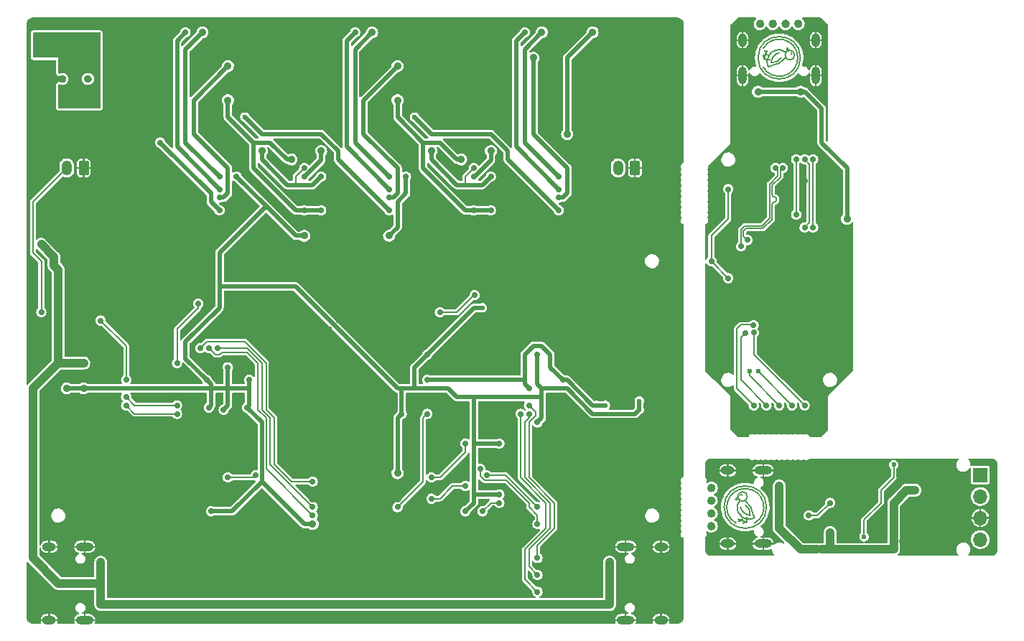
<source format=gbr>
G04 #@! TF.GenerationSoftware,KiCad,Pcbnew,(6.0.7)*
G04 #@! TF.CreationDate,2023-01-28T01:31:08-08:00*
G04 #@! TF.ProjectId,FcmlPanel,46636d6c-5061-46e6-956c-2e6b69636164,rev?*
G04 #@! TF.SameCoordinates,Original*
G04 #@! TF.FileFunction,Copper,L2,Bot*
G04 #@! TF.FilePolarity,Positive*
%FSLAX46Y46*%
G04 Gerber Fmt 4.6, Leading zero omitted, Abs format (unit mm)*
G04 Created by KiCad (PCBNEW (6.0.7)) date 2023-01-28 01:31:08*
%MOMM*%
%LPD*%
G01*
G04 APERTURE LIST*
G04 Aperture macros list*
%AMRoundRect*
0 Rectangle with rounded corners*
0 $1 Rounding radius*
0 $2 $3 $4 $5 $6 $7 $8 $9 X,Y pos of 4 corners*
0 Add a 4 corners polygon primitive as box body*
4,1,4,$2,$3,$4,$5,$6,$7,$8,$9,$2,$3,0*
0 Add four circle primitives for the rounded corners*
1,1,$1+$1,$2,$3*
1,1,$1+$1,$4,$5*
1,1,$1+$1,$6,$7*
1,1,$1+$1,$8,$9*
0 Add four rect primitives between the rounded corners*
20,1,$1+$1,$2,$3,$4,$5,0*
20,1,$1+$1,$4,$5,$6,$7,0*
20,1,$1+$1,$6,$7,$8,$9,0*
20,1,$1+$1,$8,$9,$2,$3,0*%
G04 Aperture macros list end*
G04 #@! TA.AperFunction,EtchedComponent*
%ADD10C,0.500000*%
G04 #@! TD*
G04 #@! TA.AperFunction,EtchedComponent*
%ADD11C,0.200000*%
G04 #@! TD*
G04 #@! TA.AperFunction,EtchedComponent*
%ADD12C,0.160000*%
G04 #@! TD*
G04 #@! TA.AperFunction,ComponentPad*
%ADD13O,1.600000X1.000000*%
G04 #@! TD*
G04 #@! TA.AperFunction,ComponentPad*
%ADD14O,2.100000X1.000000*%
G04 #@! TD*
G04 #@! TA.AperFunction,ComponentPad*
%ADD15RoundRect,0.250000X0.350000X0.625000X-0.350000X0.625000X-0.350000X-0.625000X0.350000X-0.625000X0*%
G04 #@! TD*
G04 #@! TA.AperFunction,ComponentPad*
%ADD16O,1.200000X1.750000*%
G04 #@! TD*
G04 #@! TA.AperFunction,ComponentPad*
%ADD17O,1.000000X2.100000*%
G04 #@! TD*
G04 #@! TA.AperFunction,ComponentPad*
%ADD18O,1.000000X1.600000*%
G04 #@! TD*
G04 #@! TA.AperFunction,ComponentPad*
%ADD19R,1.700000X1.700000*%
G04 #@! TD*
G04 #@! TA.AperFunction,ComponentPad*
%ADD20O,1.700000X1.700000*%
G04 #@! TD*
G04 #@! TA.AperFunction,ViaPad*
%ADD21C,0.700000*%
G04 #@! TD*
G04 #@! TA.AperFunction,ViaPad*
%ADD22C,0.600000*%
G04 #@! TD*
G04 #@! TA.AperFunction,ViaPad*
%ADD23C,0.900000*%
G04 #@! TD*
G04 #@! TA.AperFunction,Conductor*
%ADD24C,0.500000*%
G04 #@! TD*
G04 #@! TA.AperFunction,Conductor*
%ADD25C,0.200000*%
G04 #@! TD*
G04 #@! TA.AperFunction,Conductor*
%ADD26C,0.160000*%
G04 #@! TD*
G04 #@! TA.AperFunction,Conductor*
%ADD27C,1.000000*%
G04 #@! TD*
G04 #@! TA.AperFunction,Conductor*
%ADD28C,0.150000*%
G04 #@! TD*
G04 APERTURE END LIST*
D10*
X113000000Y-102000000D02*
G75*
G03*
X113000000Y-102000000I-250000J0D01*
G01*
X116000000Y-102000000D02*
G75*
G03*
X116000000Y-102000000I-250000J0D01*
G01*
X117500000Y-102000000D02*
G75*
G03*
X117500000Y-102000000I-250000J0D01*
G01*
X114500000Y-102000000D02*
G75*
G03*
X114500000Y-102000000I-250000J0D01*
G01*
D11*
X114977549Y-105062593D02*
X115274050Y-105104965D01*
X113231095Y-106150743D02*
X113604290Y-106200000D01*
X113625913Y-106807277D02*
X113575285Y-106510950D01*
X115274050Y-105104965D02*
X115541370Y-105221946D01*
X113438550Y-105617442D02*
X113797403Y-105726298D01*
X113871935Y-105620915D02*
X114099759Y-105385602D01*
X113601270Y-106201673D02*
X113702249Y-105898705D01*
X114371533Y-105207421D02*
X114670333Y-105097469D01*
X114670333Y-105097469D02*
X114977549Y-105062593D01*
X113604290Y-106200000D02*
X113853086Y-106212004D01*
X113575285Y-106510950D02*
X113601270Y-106201673D01*
X113750000Y-107072198D02*
X113625913Y-106807277D01*
X115541370Y-105221946D02*
X115762861Y-105406250D01*
X113702249Y-105898705D02*
X113871935Y-105620915D01*
X114099759Y-105385602D02*
X114371533Y-105207421D01*
D12*
X113313550Y-105179942D02*
G75*
G03*
X113438550Y-105179942I62500J2D01*
G01*
X114999266Y-105424053D02*
G75*
G03*
X114042445Y-106573812I291446J-1215549D01*
G01*
X113231167Y-106213115D02*
G75*
G03*
X113356095Y-105713243I-812033J468489D01*
G01*
X115891300Y-104821157D02*
G75*
G03*
X115913443Y-105236795I599620J-176463D01*
G01*
X113313544Y-105180089D02*
G75*
G03*
X113438550Y-105679942I936986J-31231D01*
G01*
D11*
X114452439Y-106809366D02*
G75*
G03*
X115391461Y-106303506I-66669J1248236D01*
G01*
D12*
X113106089Y-105713390D02*
G75*
G03*
X113231095Y-106213243I936984J-31233D01*
G01*
X113438623Y-105679814D02*
G75*
G03*
X113563550Y-105179942I-812013J468484D01*
G01*
X114042654Y-106573839D02*
G75*
G03*
X115243068Y-106013396I151756J1240759D01*
G01*
X116407352Y-105620740D02*
G75*
G03*
X116407352Y-105379260I-32352J120740D01*
G01*
X113438550Y-105179942D02*
G75*
G03*
X113563550Y-105179942I62500J2D01*
G01*
X113106095Y-105713243D02*
G75*
G03*
X113231095Y-105713243I62500J0D01*
G01*
X113231095Y-105713243D02*
G75*
G03*
X113356095Y-105713243I62500J0D01*
G01*
D11*
X115762861Y-105968750D02*
G75*
G03*
X115391461Y-106303506I634261J-1077096D01*
G01*
X114452438Y-106809364D02*
G75*
G03*
X113750000Y-107072198I66659J-1248219D01*
G01*
D12*
X115891147Y-104821166D02*
G75*
G03*
X116169286Y-105130822I577553J239026D01*
G01*
D11*
X113105571Y-107093750D02*
G75*
G03*
X113105570Y-104906251I1894429J1093750D01*
G01*
X116812500Y-105687500D02*
G75*
G03*
X116812500Y-105687500I-562500J0D01*
G01*
X117500000Y-106000000D02*
G75*
G03*
X117500000Y-106000000I-2500000J0D01*
G01*
D10*
X107250000Y-156750000D02*
G75*
G03*
X107250000Y-156750000I-250000J0D01*
G01*
X107250000Y-161250000D02*
G75*
G03*
X107250000Y-161250000I-250000J0D01*
G01*
X107250000Y-159750000D02*
G75*
G03*
X107250000Y-159750000I-250000J0D01*
G01*
X107250000Y-158250000D02*
G75*
G03*
X107250000Y-158250000I-250000J0D01*
G01*
D11*
X110898705Y-160297751D02*
X110620915Y-160128065D01*
X110104965Y-158725950D02*
X110221946Y-158458630D01*
X111200000Y-160395710D02*
X111212004Y-160146914D01*
X112072198Y-160250000D02*
X111807277Y-160374087D01*
X110617442Y-160561450D02*
X110726298Y-160202597D01*
X110097469Y-159329667D02*
X110062593Y-159022451D01*
X111807277Y-160374087D02*
X111510950Y-160424715D01*
X110221946Y-158458630D02*
X110406250Y-158237139D01*
X110062593Y-159022451D02*
X110104965Y-158725950D01*
X111201673Y-160398730D02*
X110898705Y-160297751D01*
X110207421Y-159628467D02*
X110097469Y-159329667D01*
X110385602Y-159900241D02*
X110207421Y-159628467D01*
X111150743Y-160768905D02*
X111200000Y-160395710D01*
X111510950Y-160424715D02*
X111201673Y-160398730D01*
X110620915Y-160128065D02*
X110385602Y-159900241D01*
X112093750Y-160894429D02*
G75*
G03*
X109906251Y-160894430I-1093750J1894429D01*
G01*
D12*
X110180089Y-160686456D02*
G75*
G03*
X110679942Y-160561450I31231J936986D01*
G01*
X110620740Y-157592648D02*
G75*
G03*
X110379260Y-157592648I-120740J-32352D01*
G01*
D11*
X110968750Y-158237139D02*
G75*
G03*
X111303506Y-158608539I1077096J634261D01*
G01*
D12*
X110713243Y-160893905D02*
G75*
G03*
X110713243Y-160768905I0J62500D01*
G01*
X110679814Y-160561377D02*
G75*
G03*
X110179942Y-160436450I-468484J-812013D01*
G01*
D11*
X111809364Y-159547562D02*
G75*
G03*
X112072198Y-160250000I1248219J66659D01*
G01*
D12*
X109821157Y-158108700D02*
G75*
G03*
X110236795Y-158086557I176463J599620D01*
G01*
X111573839Y-159957346D02*
G75*
G03*
X111013396Y-158756932I-1240759J151756D01*
G01*
X111213115Y-160768833D02*
G75*
G03*
X110713243Y-160643905I-468489J-812033D01*
G01*
X109821166Y-158108853D02*
G75*
G03*
X110130822Y-157830714I-239026J577553D01*
G01*
X110179942Y-160686450D02*
G75*
G03*
X110179942Y-160561450I-2J62500D01*
G01*
D11*
X111809366Y-159547561D02*
G75*
G03*
X111303506Y-158608539I-1248236J-66669D01*
G01*
D12*
X110424053Y-159000734D02*
G75*
G03*
X111573812Y-159957555I1215549J291446D01*
G01*
X110713390Y-160893911D02*
G75*
G03*
X111213243Y-160768905I31233J936984D01*
G01*
X110179942Y-160561450D02*
G75*
G03*
X110179942Y-160436450I-2J62500D01*
G01*
X110713243Y-160768905D02*
G75*
G03*
X110713243Y-160643905I0J62500D01*
G01*
D11*
X113500000Y-159000000D02*
G75*
G03*
X113500000Y-159000000I-2500000J0D01*
G01*
X111250000Y-157750000D02*
G75*
G03*
X111250000Y-157750000I-562500J0D01*
G01*
D13*
X28925000Y-172320000D03*
D14*
X33105000Y-163680000D03*
D13*
X28925000Y-163680000D03*
D14*
X33105000Y-172320000D03*
D15*
X98000000Y-119000000D03*
D16*
X96000000Y-119000000D03*
D14*
X96895000Y-163680000D03*
D13*
X101075000Y-172320000D03*
D14*
X96895000Y-172320000D03*
D13*
X101075000Y-163680000D03*
D15*
X33000000Y-119000000D03*
D16*
X31000000Y-119000000D03*
D17*
X110680000Y-108105000D03*
D18*
X110680000Y-103925000D03*
D17*
X119320000Y-108105000D03*
D18*
X119320000Y-103925000D03*
D19*
X138707107Y-155200000D03*
D20*
X138707107Y-157740000D03*
X138707107Y-160280000D03*
X138707107Y-162820000D03*
D14*
X113105000Y-163320000D03*
D13*
X108925000Y-163320000D03*
X108925000Y-154680000D03*
D14*
X113105000Y-154680000D03*
D21*
X79750000Y-154500000D03*
X86500000Y-159000000D03*
X85500000Y-148000000D03*
X74000000Y-158000000D03*
X80000000Y-159500000D03*
X35000000Y-137000000D03*
X38000000Y-146000000D03*
X85500000Y-147000000D03*
X78000000Y-156500000D03*
X80500000Y-155250000D03*
X53250000Y-155250000D03*
X50000000Y-155500000D03*
X44000000Y-147000000D03*
X38000000Y-147000000D03*
X82000000Y-158500000D03*
X86500000Y-167000000D03*
X86500000Y-165000000D03*
X38000000Y-144000000D03*
X86500000Y-161000000D03*
X44000000Y-148000000D03*
X28000000Y-136000000D03*
X46750000Y-140250000D03*
X69000000Y-124000000D03*
X59000000Y-120000000D03*
X79000000Y-120000000D03*
X84500000Y-148000000D03*
X86500000Y-169000000D03*
X70000000Y-159000000D03*
X73500000Y-148000000D03*
X74000000Y-155500000D03*
X78000000Y-151500000D03*
X89500000Y-144000000D03*
D22*
X94500000Y-147000000D03*
D23*
X31500000Y-103500000D03*
X28500000Y-103500000D03*
X67000000Y-103000000D03*
X87000000Y-103000000D03*
D21*
X69000000Y-122500000D03*
D23*
X47000000Y-103000000D03*
X70000000Y-111000000D03*
D21*
X61000000Y-120000000D03*
D23*
X81000000Y-117000000D03*
X93000000Y-103000000D03*
D21*
X81000000Y-120000000D03*
D23*
X50000000Y-111000000D03*
X90000000Y-115000000D03*
X31500000Y-109500000D03*
D21*
X73500000Y-144000000D03*
X44000000Y-142000000D03*
D22*
X93500000Y-147000000D03*
D21*
X85500000Y-145000000D03*
X61000000Y-124000000D03*
D22*
X72000000Y-113000000D03*
D21*
X89000000Y-121500000D03*
X79000000Y-119000000D03*
X89000000Y-124000000D03*
X85000000Y-103000000D03*
X65000000Y-103000000D03*
X60000000Y-156000000D03*
X69000000Y-121500000D03*
D23*
X34500000Y-103500000D03*
D21*
X69000000Y-120000000D03*
D23*
X34500000Y-109500000D03*
D21*
X79074500Y-134000000D03*
X60000000Y-159000000D03*
D23*
X61000000Y-117000000D03*
D21*
X45000000Y-103000000D03*
D22*
X52000000Y-113000000D03*
D23*
X74000000Y-117000000D03*
D21*
X47750000Y-140250000D03*
X49000000Y-120000000D03*
X60000000Y-160000000D03*
X46500000Y-135000000D03*
X49000000Y-122500000D03*
D23*
X57500000Y-118000000D03*
X70000000Y-107000000D03*
D21*
X59000000Y-119000000D03*
D23*
X54000000Y-117000000D03*
D21*
X75000000Y-136000000D03*
X89000000Y-120000000D03*
D23*
X50000000Y-107000000D03*
D21*
X49000000Y-121500000D03*
X59000000Y-124000000D03*
X48750000Y-140250000D03*
D23*
X74000000Y-138000000D03*
X78000000Y-147000000D03*
D21*
X40500000Y-151000000D03*
D22*
X63000000Y-137000000D03*
D21*
X54000000Y-129000000D03*
X50000000Y-130000000D03*
X93000000Y-156000000D03*
X40500000Y-149000000D03*
X89500000Y-149000000D03*
D22*
X71000000Y-153000000D03*
D21*
X51020000Y-124000000D03*
D22*
X97500000Y-150000000D03*
X62000000Y-138000000D03*
D23*
X49000000Y-144000000D03*
X100000000Y-110000000D03*
X89500000Y-168000000D03*
D21*
X52000000Y-156500000D03*
D23*
X33500000Y-114500000D03*
D21*
X89500000Y-141000000D03*
X50000000Y-154500000D03*
D22*
X70000000Y-132000000D03*
D21*
X47500000Y-135500000D03*
D23*
X70000000Y-161000000D03*
X51000000Y-146000000D03*
X76000000Y-140000000D03*
X100000000Y-107000000D03*
X51000000Y-144000000D03*
X82000000Y-147000000D03*
D21*
X78000000Y-129000000D03*
D23*
X30500000Y-114500000D03*
X60000000Y-158000000D03*
D21*
X82000000Y-156500000D03*
D22*
X57000000Y-151000000D03*
X69000000Y-153000000D03*
X46000000Y-164000000D03*
D21*
X74000000Y-129000000D03*
X70500000Y-144000000D03*
D23*
X100000000Y-104000000D03*
D21*
X49500000Y-138500000D03*
X50000000Y-132000000D03*
X51500000Y-162000000D03*
D23*
X100000000Y-113000000D03*
X92500000Y-168000000D03*
D21*
X49000000Y-127000000D03*
X89500000Y-146000000D03*
X52000000Y-154500000D03*
D23*
X27500000Y-108500000D03*
D21*
X48000000Y-129000000D03*
D23*
X60000000Y-155000000D03*
D21*
X71000000Y-124000000D03*
D23*
X40500000Y-168000000D03*
X37500000Y-168000000D03*
X49000000Y-146000000D03*
X100000000Y-111500000D03*
X70000000Y-158000000D03*
D21*
X46000000Y-154500000D03*
X45500000Y-134000000D03*
D23*
X33500000Y-108500000D03*
D21*
X70500000Y-141000000D03*
D23*
X100000000Y-105500000D03*
D21*
X45500000Y-135500000D03*
D22*
X69000000Y-151000000D03*
X98500000Y-146500000D03*
D21*
X44000000Y-129000000D03*
D22*
X62000000Y-132000000D03*
D21*
X58000000Y-129000000D03*
D23*
X70000000Y-155000000D03*
D21*
X70500000Y-148000000D03*
D23*
X29500000Y-130500000D03*
D22*
X80000000Y-135500000D03*
D21*
X49500000Y-147500000D03*
D23*
X95000000Y-165500000D03*
X32000000Y-142000000D03*
D22*
X71000000Y-151000000D03*
D23*
X29500000Y-129500000D03*
X33000000Y-142000000D03*
X33000000Y-148000000D03*
D22*
X66000000Y-132000000D03*
D21*
X40500000Y-144000000D03*
D23*
X78000000Y-143000000D03*
X28000000Y-124000000D03*
D21*
X71000000Y-120000000D03*
X59500000Y-144000000D03*
D22*
X44000000Y-164000000D03*
D21*
X37000000Y-160000000D03*
X86500000Y-149000000D03*
D23*
X35000000Y-165500000D03*
D21*
X37000000Y-156000000D03*
X66500000Y-146000000D03*
X82000000Y-154500000D03*
D23*
X82000000Y-143000000D03*
D21*
X52250000Y-147250000D03*
D23*
X33000000Y-145000000D03*
X28000000Y-128000000D03*
D22*
X59000000Y-153000000D03*
X80000000Y-138500000D03*
D23*
X59000000Y-127000000D03*
D21*
X47750000Y-147250000D03*
X52500000Y-144000000D03*
X54500000Y-135500000D03*
D23*
X95000000Y-170500000D03*
D21*
X48000000Y-154500000D03*
D22*
X94500000Y-144000000D03*
D21*
X79500000Y-162000000D03*
X59500000Y-149000000D03*
X73500000Y-141000000D03*
D22*
X96000000Y-147000000D03*
X98500000Y-147500000D03*
D21*
X86500000Y-141000000D03*
D23*
X69000000Y-127000000D03*
X100000000Y-108500000D03*
X31000000Y-145000000D03*
X60000000Y-161000000D03*
D21*
X82000000Y-157500000D03*
X48000000Y-159500000D03*
X78000000Y-159500000D03*
X50000000Y-142500000D03*
D22*
X70000000Y-137000000D03*
D23*
X32100688Y-147899312D03*
X35000000Y-170500000D03*
D21*
X47500000Y-144000000D03*
X82000000Y-151500000D03*
X51020000Y-120000000D03*
D22*
X66000000Y-137000000D03*
D21*
X93000000Y-160000000D03*
D23*
X30500000Y-108500000D03*
D21*
X41000000Y-124000000D03*
X81000000Y-124000000D03*
X79000000Y-124000000D03*
D23*
X77500000Y-118000000D03*
X86000000Y-106000000D03*
D21*
X89000000Y-122500000D03*
X42000000Y-116000000D03*
X49000000Y-124000000D03*
X116500000Y-147000000D03*
X107000000Y-130000000D03*
D22*
X125000000Y-162500000D03*
D21*
X112000000Y-147000000D03*
X121000000Y-158500000D03*
D22*
X128500000Y-154000000D03*
D21*
X118500000Y-160000000D03*
X119000000Y-117975500D03*
X117000000Y-124500000D03*
X115425000Y-119000000D03*
X118000000Y-126000000D03*
X118000000Y-147000000D03*
X110500000Y-128250000D03*
X118000000Y-117975500D03*
X111969811Y-137539349D03*
X109000000Y-121500000D03*
X115000000Y-147000000D03*
X109000000Y-132000000D03*
X111000000Y-138500000D03*
X119000000Y-126000000D03*
X112000000Y-138420500D03*
D22*
X111500000Y-143000000D03*
X112500000Y-143000000D03*
D21*
X113500000Y-147000000D03*
X117000000Y-117975500D03*
X111250000Y-127500000D03*
X114575000Y-119000000D03*
X121000000Y-125500000D03*
X108000000Y-128500000D03*
D22*
X121500000Y-154000000D03*
D23*
X115000000Y-129000000D03*
D21*
X113000000Y-124500000D03*
X111000000Y-124500000D03*
X123000000Y-138500000D03*
X115000000Y-142500000D03*
X109000000Y-138500000D03*
X118000000Y-114500000D03*
D22*
X125000000Y-158000000D03*
D21*
X121000000Y-138500000D03*
X123000000Y-133500000D03*
X107000000Y-138500000D03*
D22*
X124000000Y-158000000D03*
D23*
X118000000Y-132000000D03*
D21*
X118000000Y-120500000D03*
D22*
X126000000Y-163000000D03*
X118000000Y-163000000D03*
D21*
X123000000Y-139500000D03*
X112000000Y-114500000D03*
X129500000Y-163000000D03*
X109000000Y-128500000D03*
D22*
X126000000Y-158000000D03*
D23*
X115000000Y-135000000D03*
D21*
X114000000Y-118000000D03*
D23*
X113500000Y-130500000D03*
X112000000Y-132000000D03*
D22*
X115000000Y-121500000D03*
X124000000Y-163000000D03*
D23*
X115000000Y-112500000D03*
D21*
X116000000Y-118000000D03*
X132000000Y-159000000D03*
D23*
X117500000Y-159000000D03*
D21*
X133500000Y-156000000D03*
D23*
X116500000Y-130500000D03*
D21*
X119500000Y-164000000D03*
X128500000Y-164000000D03*
X131000000Y-157000000D03*
X121000000Y-162000000D03*
D23*
X115000000Y-156500000D03*
D21*
X130000000Y-157000000D03*
D23*
X123000000Y-125000000D03*
X117500000Y-110000000D03*
X112500000Y-110000000D03*
X115000000Y-161500000D03*
D24*
X83000000Y-117000000D02*
X83000000Y-118000000D01*
X64000000Y-116500000D02*
X69000000Y-121500000D01*
X31500000Y-109500000D02*
X31500000Y-103500000D01*
D25*
X28000000Y-130000000D02*
X27000000Y-129000000D01*
D24*
X64000000Y-104000000D02*
X64000000Y-116500000D01*
X75000000Y-115000000D02*
X81000000Y-115000000D01*
X85000000Y-103000000D02*
X84000000Y-104000000D01*
X72000000Y-113000000D02*
X74000000Y-115000000D01*
X83000000Y-118000000D02*
X89000000Y-124000000D01*
X84000000Y-104000000D02*
X84000000Y-116500000D01*
X65000000Y-103000000D02*
X64000000Y-104000000D01*
X84000000Y-116500000D02*
X89000000Y-121500000D01*
X81000000Y-115000000D02*
X83000000Y-117000000D01*
X74000000Y-115000000D02*
X75000000Y-115000000D01*
D26*
X52000000Y-139500000D02*
X54500000Y-142000000D01*
D24*
X34500000Y-109500000D02*
X34500000Y-103500000D01*
D26*
X46750000Y-140250000D02*
X47500000Y-139500000D01*
D25*
X28000000Y-136000000D02*
X28000000Y-130000000D01*
X46500000Y-135500000D02*
X44000000Y-138000000D01*
D26*
X55500000Y-154000000D02*
X57500000Y-156000000D01*
D25*
X27000000Y-123000000D02*
X31000000Y-119000000D01*
X27000000Y-129000000D02*
X27000000Y-123000000D01*
X46500000Y-135000000D02*
X46500000Y-135500000D01*
D26*
X48750000Y-140250000D02*
X52250000Y-140250000D01*
X49000000Y-141000000D02*
X49250000Y-140750000D01*
D24*
X34500000Y-103500000D02*
X28500000Y-103500000D01*
D25*
X44000000Y-138000000D02*
X44000000Y-142000000D01*
D26*
X47500000Y-139500000D02*
X52000000Y-139500000D01*
X48500000Y-141000000D02*
X49000000Y-141000000D01*
X52250000Y-140250000D02*
X54000000Y-142000000D01*
X54000000Y-147500000D02*
X55000000Y-148500000D01*
D25*
X75000000Y-136000000D02*
X77000000Y-136000000D01*
X79000000Y-134000000D02*
X79074500Y-134000000D01*
D26*
X49250000Y-140750000D02*
X52250000Y-140750000D01*
D25*
X77000000Y-136000000D02*
X79000000Y-134000000D01*
D26*
X47750000Y-140250000D02*
X48500000Y-141000000D01*
X53500000Y-142000000D02*
X53500000Y-147500000D01*
X55000000Y-154000000D02*
X60000000Y-159000000D01*
X54000000Y-142000000D02*
X54000000Y-147500000D01*
X54500000Y-154500000D02*
X60000000Y-160000000D01*
X52250000Y-140750000D02*
X53500000Y-142000000D01*
X53500000Y-147500000D02*
X54500000Y-148500000D01*
X54500000Y-148500000D02*
X54500000Y-154500000D01*
X54500000Y-142000000D02*
X54500000Y-147500000D01*
X55000000Y-148500000D02*
X55000000Y-154000000D01*
D24*
X85000000Y-116000000D02*
X89000000Y-120000000D01*
D26*
X55500000Y-148500000D02*
X55500000Y-154000000D01*
X54500000Y-147500000D02*
X55500000Y-148500000D01*
D24*
X65000000Y-105000000D02*
X65000000Y-116000000D01*
X85000000Y-105000000D02*
X85000000Y-116000000D01*
X67000000Y-103000000D02*
X65000000Y-105000000D01*
D26*
X57500000Y-156000000D02*
X60000000Y-156000000D01*
D24*
X87000000Y-103000000D02*
X85000000Y-105000000D01*
X45000000Y-116000000D02*
X49000000Y-120000000D01*
X65000000Y-116000000D02*
X69000000Y-120000000D01*
X66000000Y-111000000D02*
X66000000Y-115000000D01*
X93000000Y-103000000D02*
X90000000Y-106000000D01*
X52000000Y-113000000D02*
X54000000Y-115000000D01*
X77000000Y-121000000D02*
X78000000Y-121000000D01*
D25*
X78947540Y-118992506D02*
X78947540Y-119052460D01*
D24*
X80000000Y-121000000D02*
X81000000Y-120000000D01*
X90000000Y-106000000D02*
X90000000Y-115000000D01*
X74000000Y-117000000D02*
X74000000Y-118000000D01*
X74000000Y-118000000D02*
X77000000Y-121000000D01*
D25*
X78947540Y-119052460D02*
X78000000Y-120000000D01*
D24*
X54000000Y-115000000D02*
X61000000Y-115000000D01*
D25*
X78000000Y-120000000D02*
X78000000Y-121000000D01*
D24*
X78000000Y-121000000D02*
X80000000Y-121000000D01*
D25*
X78000000Y-120000000D02*
X79000000Y-119000000D01*
D24*
X63000000Y-118000000D02*
X69000000Y-124000000D01*
X61000000Y-115000000D02*
X63000000Y-117000000D01*
X63000000Y-117000000D02*
X63000000Y-118000000D01*
X53000000Y-119000000D02*
X58000000Y-124000000D01*
X45000000Y-103000000D02*
X44000000Y-104000000D01*
X66000000Y-115000000D02*
X70000000Y-119000000D01*
X70000000Y-119000000D02*
X70000000Y-122000000D01*
X44000000Y-116500000D02*
X49000000Y-121500000D01*
X70000000Y-122000000D02*
X69500000Y-122500000D01*
X50000000Y-107000000D02*
X46000000Y-111000000D01*
X44000000Y-104000000D02*
X44000000Y-116500000D01*
X53000000Y-116000000D02*
X53000000Y-119000000D01*
X55000000Y-116000000D02*
X53000000Y-116000000D01*
X50000000Y-113000000D02*
X53000000Y-116000000D01*
X46000000Y-115000000D02*
X50000000Y-119000000D01*
X70000000Y-107000000D02*
X66000000Y-111000000D01*
X69500000Y-122500000D02*
X69000000Y-122500000D01*
X50000000Y-119000000D02*
X50000000Y-122000000D01*
X49500000Y-122500000D02*
X49000000Y-122500000D01*
X50000000Y-111000000D02*
X50000000Y-113000000D01*
X58000000Y-124000000D02*
X61000000Y-124000000D01*
X57500000Y-118000000D02*
X57000000Y-118000000D01*
X57000000Y-118000000D02*
X55000000Y-116000000D01*
X46000000Y-111000000D02*
X46000000Y-115000000D01*
X50000000Y-122000000D02*
X49500000Y-122500000D01*
X86000000Y-106000000D02*
X86000000Y-115000000D01*
X89500000Y-122500000D02*
X89000000Y-122500000D01*
X73000000Y-119000000D02*
X78000000Y-124000000D01*
X90000000Y-119000000D02*
X90000000Y-122000000D01*
X75000000Y-116000000D02*
X73000000Y-116000000D01*
X86000000Y-115000000D02*
X90000000Y-119000000D01*
X77500000Y-118000000D02*
X77000000Y-118000000D01*
X73000000Y-116000000D02*
X73000000Y-119000000D01*
X70000000Y-111000000D02*
X70000000Y-113000000D01*
X70000000Y-113000000D02*
X73000000Y-116000000D01*
X77000000Y-118000000D02*
X75000000Y-116000000D01*
X78000000Y-124000000D02*
X81000000Y-124000000D01*
X90000000Y-122000000D02*
X89500000Y-122500000D01*
X54000000Y-117000000D02*
X54000000Y-118000000D01*
X79060661Y-120000000D02*
X79000000Y-120000000D01*
D25*
X58000000Y-120000000D02*
X59000000Y-119000000D01*
D24*
X45000000Y-105000000D02*
X45000000Y-116000000D01*
X61000000Y-118060661D02*
X59060661Y-120000000D01*
X47000000Y-103000000D02*
X45000000Y-105000000D01*
X57000000Y-121000000D02*
X58000000Y-121000000D01*
X59060661Y-120000000D02*
X59000000Y-120000000D01*
X61000000Y-117000000D02*
X61000000Y-118060661D01*
X54000000Y-118000000D02*
X57000000Y-121000000D01*
D25*
X58947540Y-119052460D02*
X58000000Y-120000000D01*
X58000000Y-120000000D02*
X58000000Y-121000000D01*
X58947540Y-118992506D02*
X58947540Y-119052460D01*
D24*
X60000000Y-121000000D02*
X61000000Y-120000000D01*
X81000000Y-118060661D02*
X79060661Y-120000000D01*
X81000000Y-117000000D02*
X81000000Y-118060661D01*
X58000000Y-121000000D02*
X60000000Y-121000000D01*
X98000000Y-148000000D02*
X93000000Y-148000000D01*
X48000000Y-123000000D02*
X49000000Y-124000000D01*
X45000000Y-139500000D02*
X49000000Y-135500000D01*
X49000000Y-133000000D02*
X49000000Y-129000000D01*
X90000000Y-145000000D02*
X87000000Y-145000000D01*
X59000000Y-161000000D02*
X60000000Y-161000000D01*
X50000000Y-145000000D02*
X48000000Y-145000000D01*
X70000000Y-145000000D02*
X70500000Y-145000000D01*
X52500000Y-145000000D02*
X52500000Y-144500000D01*
X52500000Y-147000000D02*
X52500000Y-145500000D01*
X79000000Y-151500000D02*
X79000000Y-149000000D01*
X31000000Y-145000000D02*
X48000000Y-145000000D01*
X72000000Y-145000000D02*
X73000000Y-145000000D01*
X52500000Y-145000000D02*
X50000000Y-145000000D01*
X98500000Y-147500000D02*
X98000000Y-148000000D01*
X54000000Y-156000000D02*
X59000000Y-161000000D01*
X50000000Y-147000000D02*
X49500000Y-147500000D01*
X79000000Y-158500000D02*
X78000000Y-159500000D01*
X87000000Y-146000000D02*
X87000000Y-145000000D01*
X49000000Y-133000000D02*
X58000000Y-133000000D01*
X79000000Y-157500000D02*
X79000000Y-158500000D01*
X52500000Y-144500000D02*
X52500000Y-144000000D01*
X73500000Y-141000000D02*
X79000000Y-135500000D01*
X48000000Y-122000000D02*
X48000000Y-123000000D01*
X70000000Y-126000000D02*
X70000000Y-123000000D01*
X77000000Y-146000000D02*
X79000000Y-146000000D01*
X52500000Y-145500000D02*
X52500000Y-145000000D01*
X79000000Y-135500000D02*
X80000000Y-135500000D01*
X58000000Y-133000000D02*
X70000000Y-145000000D01*
X42000000Y-116000000D02*
X48000000Y-122000000D01*
X69000000Y-127000000D02*
X70000000Y-126000000D01*
X86500000Y-144500000D02*
X87000000Y-145000000D01*
X93000000Y-148000000D02*
X90000000Y-145000000D01*
X70000000Y-123000000D02*
X71000000Y-122000000D01*
X82000000Y-151500000D02*
X79000000Y-151500000D01*
X70500000Y-148000000D02*
X70000000Y-148500000D01*
X79000000Y-146000000D02*
X87000000Y-146000000D01*
X50000000Y-145000000D02*
X50000000Y-147000000D01*
X73000000Y-145000000D02*
X76000000Y-145000000D01*
X71000000Y-122000000D02*
X71000000Y-120000000D01*
X86500000Y-149000000D02*
X87000000Y-148500000D01*
X49000000Y-129000000D02*
X54510000Y-123490000D01*
X47500000Y-144000000D02*
X45000000Y-141500000D01*
X79000000Y-151500000D02*
X79000000Y-157500000D01*
X54510000Y-123490000D02*
X58020000Y-127000000D01*
X70000000Y-148500000D02*
X70000000Y-155000000D01*
X45000000Y-141500000D02*
X45000000Y-139500000D01*
X48000000Y-147000000D02*
X47750000Y-147250000D01*
X48000000Y-145000000D02*
X48000000Y-147000000D01*
X70500000Y-148000000D02*
X70500000Y-146500000D01*
X51020000Y-120000000D02*
X54510000Y-123490000D01*
X76000000Y-145000000D02*
X77000000Y-146000000D01*
X48000000Y-159500000D02*
X50500000Y-159500000D01*
X48000000Y-144500000D02*
X47500000Y-144000000D01*
X50500000Y-159500000D02*
X54000000Y-156000000D01*
X54000000Y-149000000D02*
X52250000Y-147250000D01*
X58020000Y-127000000D02*
X59000000Y-127000000D01*
X49000000Y-135500000D02*
X49000000Y-133000000D01*
X98500000Y-146500000D02*
X98500000Y-147500000D01*
X52250000Y-147250000D02*
X52500000Y-147000000D01*
X70500000Y-146500000D02*
X70500000Y-145000000D01*
X72000000Y-142500000D02*
X72000000Y-145000000D01*
X50000000Y-145000000D02*
X50000000Y-142500000D01*
X73500000Y-141000000D02*
X72000000Y-142500000D01*
X48000000Y-145000000D02*
X48000000Y-144500000D01*
X70500000Y-145000000D02*
X73000000Y-145000000D01*
X82000000Y-157500000D02*
X79000000Y-157500000D01*
X79000000Y-149000000D02*
X79000000Y-146000000D01*
X54000000Y-156000000D02*
X54000000Y-149000000D01*
X87000000Y-148500000D02*
X87000000Y-146000000D01*
X86500000Y-144500000D02*
X86500000Y-141000000D01*
D27*
X30000000Y-142000000D02*
X30000000Y-131000000D01*
X35000000Y-168000000D02*
X30000000Y-168000000D01*
X35000000Y-165500000D02*
X35000000Y-168000000D01*
X35000000Y-168000000D02*
X35000000Y-170500000D01*
X29500000Y-129500000D02*
X29500000Y-130500000D01*
X28000000Y-128000000D02*
X29500000Y-129500000D01*
X35000000Y-170500000D02*
X95000000Y-170500000D01*
X95000000Y-170500000D02*
X95000000Y-165500000D01*
X27000000Y-165000000D02*
X27000000Y-145000000D01*
X30000000Y-142000000D02*
X33000000Y-142000000D01*
X29500000Y-130500000D02*
X30000000Y-131000000D01*
X27000000Y-145000000D02*
X30000000Y-142000000D01*
X30000000Y-168000000D02*
X27000000Y-165000000D01*
D26*
X39000000Y-147000000D02*
X38000000Y-146000000D01*
X39000000Y-148000000D02*
X44000000Y-148000000D01*
X38000000Y-144000000D02*
X38000000Y-140000000D01*
X38000000Y-140000000D02*
X35000000Y-137000000D01*
X44000000Y-147000000D02*
X39000000Y-147000000D01*
X38000000Y-147000000D02*
X39000000Y-148000000D01*
X85500000Y-158500000D02*
X85500000Y-159000000D01*
X80259756Y-155830000D02*
X82830000Y-155830000D01*
X79750000Y-155320244D02*
X80259756Y-155830000D01*
X80500000Y-155250000D02*
X82750000Y-155250000D01*
X85500000Y-159000000D02*
X86500000Y-160000000D01*
X82830000Y-155830000D02*
X85500000Y-158500000D01*
X79750000Y-154500000D02*
X79750000Y-155320244D01*
X82750000Y-155250000D02*
X86500000Y-159000000D01*
X86500000Y-160000000D02*
X86500000Y-161000000D01*
X75000000Y-158000000D02*
X74000000Y-158000000D01*
X78000000Y-156500000D02*
X76500000Y-156500000D01*
X76500000Y-156500000D02*
X75000000Y-158000000D01*
X81000000Y-158500000D02*
X82000000Y-158500000D01*
X80000000Y-159500000D02*
X81000000Y-158500000D01*
X85500000Y-148500000D02*
X85000000Y-149000000D01*
X85500000Y-148000000D02*
X85500000Y-148500000D01*
X88000000Y-161500000D02*
X85500000Y-164000000D01*
X85500000Y-166000000D02*
X86500000Y-167000000D01*
X88000000Y-158500000D02*
X88000000Y-161500000D01*
X50000000Y-155500000D02*
X53000000Y-155500000D01*
X53000000Y-155500000D02*
X53250000Y-155250000D01*
X85500000Y-164000000D02*
X85500000Y-166000000D01*
X85000000Y-149000000D02*
X85000000Y-155500000D01*
X88500000Y-161500000D02*
X86500000Y-163500000D01*
X86250000Y-148250000D02*
X85500000Y-149000000D01*
X85500000Y-155500000D02*
X88500000Y-158500000D01*
X88500000Y-158500000D02*
X88500000Y-161500000D01*
X85500000Y-149000000D02*
X85500000Y-155500000D01*
X86250000Y-147750000D02*
X86250000Y-148250000D01*
X85500000Y-147000000D02*
X86250000Y-147750000D01*
X86500000Y-163500000D02*
X86500000Y-165000000D01*
X85000000Y-155500000D02*
X88000000Y-158500000D01*
X70000000Y-159000000D02*
X73000000Y-156000000D01*
X73000000Y-156000000D02*
X73000000Y-148500000D01*
X75000000Y-155500000D02*
X78000000Y-152500000D01*
X85000000Y-167500000D02*
X86500000Y-169000000D01*
X84500000Y-148000000D02*
X84500000Y-155500000D01*
X73000000Y-148500000D02*
X73500000Y-148000000D01*
X87500000Y-161500000D02*
X85000000Y-164000000D01*
X87500000Y-158500000D02*
X87500000Y-161500000D01*
D24*
X90000000Y-144000000D02*
X89500000Y-144000000D01*
X85500000Y-145000000D02*
X85000000Y-144500000D01*
D26*
X75000000Y-155500000D02*
X74000000Y-155500000D01*
X78000000Y-152500000D02*
X78000000Y-151500000D01*
X84500000Y-155500000D02*
X87500000Y-158500000D01*
X85000000Y-164000000D02*
X85000000Y-167500000D01*
D24*
X94500000Y-147000000D02*
X93500000Y-147000000D01*
X85000000Y-141000000D02*
X86000000Y-140000000D01*
X88000000Y-141000000D02*
X87000000Y-140000000D01*
X73500000Y-144000000D02*
X84500000Y-144000000D01*
X88000000Y-141000000D02*
X88000000Y-142500000D01*
X85000000Y-144500000D02*
X85000000Y-144000000D01*
X85000000Y-144000000D02*
X84500000Y-144000000D01*
X93500000Y-147000000D02*
X93000000Y-147000000D01*
X93000000Y-147000000D02*
X90000000Y-144000000D01*
X86000000Y-140000000D02*
X87000000Y-140000000D01*
X85000000Y-144000000D02*
X85000000Y-141000000D01*
X88000000Y-142500000D02*
X89500000Y-144000000D01*
D28*
X111062134Y-126150000D02*
X110800001Y-126412133D01*
D25*
X107000000Y-130000000D02*
X109000000Y-132000000D01*
D28*
X114849999Y-119274999D02*
X114849999Y-119937867D01*
D26*
X125000000Y-160500000D02*
X127000000Y-158500000D01*
X118580000Y-125420000D02*
X118580000Y-118555500D01*
D25*
X109000000Y-125000000D02*
X109000000Y-121500000D01*
D26*
X119500000Y-160000000D02*
X118500000Y-160000000D01*
D28*
X114150000Y-123350000D02*
X114150000Y-125062134D01*
D26*
X110000000Y-145000000D02*
X110000000Y-138000000D01*
D25*
X107000000Y-130000000D02*
X107000000Y-127000000D01*
D26*
X112500000Y-143000000D02*
X116500000Y-147000000D01*
D28*
X110937866Y-125850000D02*
X110500000Y-126287866D01*
X114689327Y-122689326D02*
X114689327Y-122750000D01*
D26*
X112000000Y-138420500D02*
X112000000Y-141000000D01*
D28*
X110800001Y-126412133D02*
X110800001Y-127050001D01*
D26*
X121000000Y-158500000D02*
X119500000Y-160000000D01*
D25*
X117000000Y-117975500D02*
X117000000Y-124500000D01*
D28*
X114419663Y-122419663D02*
X114419664Y-122419663D01*
X112937866Y-125850000D02*
X110937866Y-125850000D01*
D26*
X110500000Y-144000000D02*
X110500000Y-139000000D01*
D28*
X114849999Y-119937867D02*
X113850000Y-120937866D01*
D26*
X118000000Y-126000000D02*
X118580000Y-125420000D01*
X125000000Y-162500000D02*
X125000000Y-160500000D01*
X111500000Y-143500000D02*
X115000000Y-147000000D01*
D28*
X115150001Y-120062133D02*
X114150000Y-121062134D01*
D26*
X110500000Y-137500000D02*
X111930462Y-137500000D01*
X113500000Y-147000000D02*
X110500000Y-144000000D01*
D28*
X110800001Y-127050001D02*
X111250000Y-127500000D01*
D26*
X112000000Y-141000000D02*
X118000000Y-147000000D01*
X128500000Y-155500000D02*
X128500000Y-154000000D01*
D28*
X114150000Y-123289326D02*
X114150000Y-123350000D01*
D26*
X127000000Y-158500000D02*
X127000000Y-157000000D01*
D28*
X113850000Y-124937866D02*
X112937866Y-125850000D01*
D26*
X119000000Y-126000000D02*
X119000000Y-117975500D01*
X118580000Y-118555500D02*
X118000000Y-117975500D01*
D28*
X115425000Y-119000000D02*
X115150001Y-119274999D01*
X114419664Y-123019663D02*
X114419663Y-123019663D01*
X114575000Y-119000000D02*
X114849999Y-119274999D01*
X110500000Y-126287866D02*
X110500000Y-128250000D01*
D25*
X107000000Y-127000000D02*
X109000000Y-125000000D01*
D26*
X110500000Y-139000000D02*
X111000000Y-138500000D01*
X111500000Y-143000000D02*
X111500000Y-143500000D01*
D28*
X114150000Y-121062134D02*
X114150000Y-122150000D01*
D26*
X110000000Y-138000000D02*
X110500000Y-137500000D01*
X127000000Y-157000000D02*
X128500000Y-155500000D01*
X112000000Y-147000000D02*
X110000000Y-145000000D01*
D28*
X114150000Y-125062134D02*
X113062134Y-126150000D01*
X115150001Y-119274999D02*
X115150001Y-120062133D01*
X113850000Y-120937866D02*
X113850000Y-124937866D01*
D26*
X111930462Y-137500000D02*
X111969811Y-137539349D01*
D28*
X113062134Y-126150000D02*
X111062134Y-126150000D01*
X114419664Y-123019627D02*
G75*
G03*
X114689327Y-122750000I36J269627D01*
G01*
X114419663Y-122419700D02*
G75*
G02*
X114150000Y-122150000I37J269700D01*
G01*
X114150063Y-123289326D02*
G75*
G02*
X114419663Y-123019663I269637J26D01*
G01*
X114689337Y-122689326D02*
G75*
G03*
X114419664Y-122419663I-269637J26D01*
G01*
D27*
X128500000Y-158500000D02*
X130000000Y-157000000D01*
X128500000Y-164000000D02*
X128000000Y-164000000D01*
X115000000Y-156500000D02*
X115000000Y-159000000D01*
D25*
X119500000Y-164000000D02*
X120000000Y-164000000D01*
D24*
X120000000Y-112000000D02*
X120000000Y-116000000D01*
D27*
X115000000Y-159000000D02*
X115000000Y-161500000D01*
X120000000Y-164000000D02*
X128000000Y-164000000D01*
X131000000Y-157000000D02*
X130000000Y-157000000D01*
X115000000Y-161500000D02*
X117500000Y-164000000D01*
D24*
X117500000Y-110000000D02*
X118000000Y-110000000D01*
D25*
X120000000Y-164000000D02*
X121000000Y-164000000D01*
X121000000Y-164000000D02*
X128000000Y-164000000D01*
D24*
X123000000Y-119000000D02*
X123000000Y-125000000D01*
D27*
X121000000Y-162000000D02*
X121000000Y-164000000D01*
X128500000Y-164000000D02*
X128500000Y-158500000D01*
D24*
X120000000Y-116000000D02*
X123000000Y-119000000D01*
X118000000Y-110000000D02*
X120000000Y-112000000D01*
D27*
X117500000Y-164000000D02*
X119500000Y-164000000D01*
D24*
X117500000Y-110000000D02*
X112500000Y-110000000D01*
G04 #@! TA.AperFunction,Conductor*
G36*
X136096125Y-153273407D02*
G01*
X136132089Y-153322907D01*
X136132089Y-153384093D01*
X136105956Y-153425431D01*
X136070920Y-153458563D01*
X135969495Y-153607805D01*
X135902484Y-153775345D01*
X135873013Y-153953367D01*
X135875414Y-153999180D01*
X135880620Y-154098521D01*
X135882456Y-154133564D01*
X135883880Y-154138733D01*
X135883880Y-154138734D01*
X135906415Y-154220547D01*
X135930375Y-154307530D01*
X136014531Y-154467148D01*
X136034757Y-154491082D01*
X136106573Y-154576064D01*
X136131001Y-154604971D01*
X136135260Y-154608227D01*
X136270088Y-154711312D01*
X136270093Y-154711315D01*
X136274349Y-154714569D01*
X136437887Y-154790828D01*
X136613986Y-154830191D01*
X136618075Y-154830420D01*
X136618127Y-154830423D01*
X136618144Y-154830423D01*
X136619513Y-154830500D01*
X136752184Y-154830500D01*
X136781604Y-154827304D01*
X136881171Y-154816488D01*
X136881176Y-154816487D01*
X136886496Y-154815909D01*
X137057516Y-154758355D01*
X137212187Y-154665419D01*
X137343294Y-154541437D01*
X137421726Y-154426028D01*
X137470072Y-154388527D01*
X137531227Y-154386605D01*
X137581832Y-154420996D01*
X137602607Y-154481674D01*
X137602608Y-155298014D01*
X137602608Y-156075066D01*
X137603556Y-156079831D01*
X137603556Y-156079833D01*
X137608773Y-156106060D01*
X137617373Y-156149301D01*
X137673623Y-156233484D01*
X137757806Y-156289734D01*
X137767369Y-156291636D01*
X137767371Y-156291637D01*
X137798288Y-156297786D01*
X137832040Y-156304500D01*
X138706926Y-156304500D01*
X139582173Y-156304499D01*
X139586939Y-156303551D01*
X139586940Y-156303551D01*
X139646845Y-156291636D01*
X139656408Y-156289734D01*
X139740591Y-156233484D01*
X139796841Y-156149301D01*
X139799499Y-156135942D01*
X139810659Y-156079831D01*
X139811607Y-156075067D01*
X139811606Y-154324934D01*
X139808145Y-154307530D01*
X139798743Y-154260262D01*
X139796841Y-154250699D01*
X139740591Y-154166516D01*
X139656408Y-154110266D01*
X139646845Y-154108364D01*
X139646843Y-154108363D01*
X139615926Y-154102214D01*
X139582174Y-154095500D01*
X138707288Y-154095500D01*
X137832041Y-154095501D01*
X137827275Y-154096449D01*
X137827274Y-154096449D01*
X137816857Y-154098521D01*
X137757806Y-154110266D01*
X137749699Y-154115683D01*
X137692410Y-154153963D01*
X137633522Y-154170572D01*
X137576118Y-154149395D01*
X137542125Y-154098521D01*
X137539737Y-154055484D01*
X137540325Y-154051933D01*
X137540326Y-154051920D01*
X137541201Y-154046633D01*
X137531758Y-153866436D01*
X137483839Y-153692470D01*
X137399683Y-153532852D01*
X137302117Y-153417399D01*
X137279000Y-153360751D01*
X137293594Y-153301332D01*
X137340328Y-153261839D01*
X137377734Y-153254500D01*
X139965182Y-153254500D01*
X139984495Y-153256402D01*
X139990436Y-153257584D01*
X139990438Y-153257584D01*
X140000000Y-153259486D01*
X140009565Y-153257583D01*
X140019312Y-153257583D01*
X140019312Y-153258184D01*
X140031376Y-153257590D01*
X140135738Y-153267869D01*
X140154766Y-153271654D01*
X140222527Y-153292209D01*
X140275957Y-153308417D01*
X140293886Y-153315843D01*
X140405581Y-153375544D01*
X140421718Y-153386327D01*
X140519614Y-153466669D01*
X140533331Y-153480386D01*
X140576389Y-153532852D01*
X140613673Y-153578282D01*
X140624456Y-153594419D01*
X140684157Y-153706114D01*
X140691583Y-153724043D01*
X140728346Y-153845234D01*
X140732131Y-153864262D01*
X140740908Y-153953367D01*
X140742410Y-153968621D01*
X140741816Y-153980688D01*
X140742417Y-153980688D01*
X140742417Y-153990435D01*
X140740514Y-154000000D01*
X140742416Y-154009562D01*
X140742416Y-154009564D01*
X140743598Y-154015505D01*
X140745500Y-154034818D01*
X140745500Y-163965182D01*
X140743598Y-163984495D01*
X140740514Y-164000000D01*
X140742417Y-164009565D01*
X140742417Y-164019312D01*
X140741816Y-164019312D01*
X140742410Y-164031376D01*
X140732345Y-164133564D01*
X140732131Y-164135736D01*
X140728346Y-164154766D01*
X140705634Y-164229638D01*
X140691583Y-164275957D01*
X140684157Y-164293886D01*
X140624456Y-164405581D01*
X140613673Y-164421718D01*
X140534598Y-164518071D01*
X140533334Y-164519611D01*
X140519614Y-164533331D01*
X140459378Y-164582766D01*
X140421718Y-164613673D01*
X140405581Y-164624456D01*
X140293886Y-164684157D01*
X140275956Y-164691583D01*
X140154766Y-164728346D01*
X140135738Y-164732131D01*
X140031376Y-164742410D01*
X140019312Y-164741816D01*
X140019312Y-164742417D01*
X140009565Y-164742417D01*
X140000000Y-164740514D01*
X139990438Y-164742416D01*
X139990436Y-164742416D01*
X139984495Y-164743598D01*
X139965182Y-164745500D01*
X137376280Y-164745500D01*
X137318089Y-164726593D01*
X137282125Y-164677093D01*
X137282125Y-164615907D01*
X137308258Y-164574569D01*
X137320968Y-164562550D01*
X137343294Y-164541437D01*
X137444719Y-164392195D01*
X137511730Y-164224655D01*
X137541201Y-164046633D01*
X137536314Y-163953367D01*
X137532039Y-163871790D01*
X137532038Y-163871786D01*
X137531758Y-163866436D01*
X137483839Y-163692470D01*
X137479667Y-163684556D01*
X137423473Y-163577974D01*
X137399683Y-163532852D01*
X137307799Y-163424122D01*
X137286673Y-163399123D01*
X137286672Y-163399122D01*
X137283213Y-163395029D01*
X137245757Y-163366392D01*
X137144126Y-163288688D01*
X137144121Y-163288685D01*
X137139865Y-163285431D01*
X136976327Y-163209172D01*
X136800228Y-163169809D01*
X136796139Y-163169580D01*
X136796087Y-163169577D01*
X136796070Y-163169577D01*
X136794701Y-163169500D01*
X136662030Y-163169500D01*
X136632610Y-163172696D01*
X136533043Y-163183512D01*
X136533038Y-163183513D01*
X136527718Y-163184091D01*
X136356698Y-163241645D01*
X136202027Y-163334581D01*
X136070920Y-163458563D01*
X135969495Y-163607805D01*
X135902484Y-163775345D01*
X135873013Y-163953367D01*
X135873294Y-163958724D01*
X135880978Y-164105352D01*
X135882456Y-164133564D01*
X135930375Y-164307530D01*
X135932874Y-164312269D01*
X135932874Y-164312270D01*
X135972388Y-164387216D01*
X136014531Y-164467148D01*
X136112097Y-164582601D01*
X136135214Y-164639249D01*
X136120620Y-164698668D01*
X136073886Y-164738161D01*
X136036480Y-164745500D01*
X129063261Y-164745500D01*
X129005070Y-164726593D01*
X128969106Y-164677093D01*
X128969106Y-164615907D01*
X128991380Y-164578426D01*
X128995367Y-164574216D01*
X129008561Y-164562561D01*
X129018071Y-164555563D01*
X129046757Y-164521797D01*
X129060077Y-164506119D01*
X129063653Y-164502133D01*
X129104312Y-164459212D01*
X129104313Y-164459211D01*
X129108264Y-164455040D01*
X129114185Y-164444845D01*
X129124346Y-164430469D01*
X129128258Y-164425865D01*
X129128263Y-164425857D01*
X129131982Y-164421480D01*
X129134593Y-164416366D01*
X129134600Y-164416356D01*
X129161491Y-164363692D01*
X129164055Y-164358989D01*
X129173443Y-164342826D01*
X129196632Y-164302904D01*
X129200051Y-164291615D01*
X129206628Y-164275295D01*
X129209379Y-164269908D01*
X129209380Y-164269906D01*
X129211993Y-164264788D01*
X129227418Y-164201753D01*
X129228818Y-164196634D01*
X129247630Y-164134520D01*
X129248360Y-164122753D01*
X129251007Y-164105352D01*
X129252764Y-164098173D01*
X129252765Y-164098166D01*
X129253811Y-164093892D01*
X129254500Y-164082786D01*
X129254500Y-164026850D01*
X129254690Y-164020720D01*
X129258168Y-163964660D01*
X129258168Y-163964659D01*
X129258524Y-163958920D01*
X129255930Y-163943824D01*
X129254500Y-163927058D01*
X129254500Y-162790964D01*
X137598255Y-162790964D01*
X137611531Y-162993522D01*
X137612647Y-162997915D01*
X137612647Y-162997917D01*
X137658153Y-163177093D01*
X137661499Y-163190269D01*
X137663401Y-163194394D01*
X137663401Y-163194395D01*
X137728028Y-163334581D01*
X137746484Y-163374616D01*
X137863640Y-163540389D01*
X138009045Y-163682035D01*
X138177827Y-163794812D01*
X138364335Y-163874942D01*
X138435606Y-163891069D01*
X138557897Y-163918741D01*
X138557902Y-163918742D01*
X138562323Y-163919742D01*
X138663741Y-163923727D01*
X138760627Y-163927534D01*
X138760628Y-163927534D01*
X138765160Y-163927712D01*
X138865606Y-163913148D01*
X138961558Y-163899236D01*
X138961562Y-163899235D01*
X138966052Y-163898584D01*
X139040978Y-163873150D01*
X139153975Y-163834793D01*
X139153978Y-163834791D01*
X139158272Y-163833334D01*
X139335383Y-163734147D01*
X139491452Y-163604345D01*
X139621254Y-163448276D01*
X139720441Y-163271165D01*
X139723981Y-163260738D01*
X139784232Y-163083243D01*
X139785691Y-163078945D01*
X139788145Y-163062026D01*
X139814399Y-162880952D01*
X139814399Y-162880946D01*
X139814819Y-162878053D01*
X139816339Y-162820000D01*
X139797765Y-162617859D01*
X139764525Y-162500000D01*
X139743896Y-162426854D01*
X139743895Y-162426850D01*
X139742664Y-162422487D01*
X139712679Y-162361682D01*
X139654888Y-162244494D01*
X139652883Y-162240428D01*
X139631881Y-162212302D01*
X139534143Y-162081416D01*
X139534142Y-162081415D01*
X139531427Y-162077779D01*
X139456596Y-162008606D01*
X139385695Y-161943065D01*
X139385694Y-161943064D01*
X139382365Y-161939987D01*
X139362919Y-161927717D01*
X139220494Y-161837854D01*
X139210688Y-161831667D01*
X139022146Y-161756446D01*
X138823053Y-161716844D01*
X138721565Y-161715515D01*
X138624617Y-161714246D01*
X138624612Y-161714246D01*
X138620078Y-161714187D01*
X138615603Y-161714956D01*
X138615602Y-161714956D01*
X138604615Y-161716844D01*
X138420017Y-161748564D01*
X138229570Y-161818824D01*
X138225671Y-161821143D01*
X138225666Y-161821146D01*
X138059023Y-161920288D01*
X138055117Y-161922612D01*
X138051702Y-161925606D01*
X138051699Y-161925609D01*
X138033627Y-161941458D01*
X137902499Y-162056455D01*
X137776827Y-162215869D01*
X137774714Y-162219884D01*
X137774714Y-162219885D01*
X137700111Y-162361682D01*
X137682310Y-162395515D01*
X137667350Y-162443695D01*
X137633847Y-162551593D01*
X137622114Y-162589378D01*
X137621580Y-162593888D01*
X137621580Y-162593889D01*
X137598986Y-162784791D01*
X137598255Y-162790964D01*
X129254500Y-162790964D01*
X129254500Y-160389846D01*
X137662590Y-160389846D01*
X137668954Y-160465644D01*
X137670692Y-160475111D01*
X137724781Y-160663743D01*
X137728332Y-160672711D01*
X137818026Y-160847236D01*
X137823249Y-160855341D01*
X137945144Y-161009134D01*
X137951827Y-161016055D01*
X138101271Y-161143241D01*
X138109185Y-161148742D01*
X138280480Y-161244475D01*
X138289308Y-161248332D01*
X138475945Y-161308974D01*
X138485345Y-161311041D01*
X138591539Y-161323704D01*
X138604621Y-161321113D01*
X138606062Y-161319557D01*
X138607107Y-161314803D01*
X138607107Y-161309775D01*
X138807107Y-161309775D01*
X138811229Y-161322460D01*
X138813842Y-161324359D01*
X138816786Y-161324710D01*
X138885492Y-161319424D01*
X138894983Y-161317750D01*
X139083989Y-161264978D01*
X139092969Y-161261496D01*
X139268127Y-161173017D01*
X139276262Y-161167854D01*
X139430894Y-161047042D01*
X139437878Y-161040391D01*
X139566097Y-160891848D01*
X139571653Y-160883973D01*
X139668578Y-160713353D01*
X139672499Y-160704546D01*
X139734441Y-160518346D01*
X139736576Y-160508944D01*
X139750901Y-160395556D01*
X139748401Y-160382455D01*
X139746991Y-160381130D01*
X139741936Y-160380000D01*
X138822787Y-160380000D01*
X138810102Y-160384122D01*
X138807107Y-160388243D01*
X138807107Y-161309775D01*
X138607107Y-161309775D01*
X138607107Y-160395680D01*
X138602985Y-160382995D01*
X138598864Y-160380000D01*
X137677443Y-160380000D01*
X137664758Y-160384122D01*
X137662967Y-160386586D01*
X137662590Y-160389846D01*
X129254500Y-160389846D01*
X129254500Y-160164417D01*
X137663441Y-160164417D01*
X137666123Y-160177484D01*
X137667826Y-160179039D01*
X137672272Y-160180000D01*
X138591427Y-160180000D01*
X138604112Y-160175878D01*
X138607107Y-160171757D01*
X138607107Y-160164320D01*
X138807107Y-160164320D01*
X138811229Y-160177005D01*
X138815350Y-160180000D01*
X139736703Y-160180000D01*
X139749388Y-160175878D01*
X139750961Y-160173713D01*
X139751385Y-160169818D01*
X139742566Y-160079885D01*
X139740696Y-160070437D01*
X139683976Y-159882572D01*
X139680306Y-159873668D01*
X139588179Y-159700401D01*
X139582847Y-159692376D01*
X139458823Y-159540307D01*
X139452029Y-159533466D01*
X139300828Y-159408381D01*
X139292845Y-159402997D01*
X139120221Y-159309660D01*
X139111350Y-159305931D01*
X138923882Y-159247900D01*
X138914448Y-159245963D01*
X138822701Y-159236320D01*
X138809655Y-159239093D01*
X138807988Y-159240945D01*
X138807107Y-159245088D01*
X138807107Y-160164320D01*
X138607107Y-160164320D01*
X138607107Y-159250396D01*
X138602985Y-159237711D01*
X138600670Y-159236028D01*
X138597094Y-159235627D01*
X138514224Y-159243168D01*
X138504761Y-159244974D01*
X138316514Y-159300378D01*
X138307573Y-159303991D01*
X138133680Y-159394899D01*
X138125604Y-159400184D01*
X137972678Y-159523140D01*
X137965794Y-159529881D01*
X137839658Y-159680205D01*
X137834211Y-159688159D01*
X137739680Y-159860111D01*
X137735880Y-159868976D01*
X137676547Y-160056019D01*
X137674542Y-160065450D01*
X137663441Y-160164417D01*
X129254500Y-160164417D01*
X129254500Y-158853533D01*
X129273407Y-158795342D01*
X129283496Y-158783529D01*
X130283528Y-157783496D01*
X130338045Y-157755719D01*
X130353532Y-157754500D01*
X131044053Y-157754500D01*
X131174754Y-157739262D01*
X131180160Y-157737300D01*
X131180163Y-157737299D01*
X131252714Y-157710964D01*
X137598255Y-157710964D01*
X137602981Y-157783071D01*
X137610677Y-157900485D01*
X137611531Y-157913522D01*
X137612647Y-157917915D01*
X137612647Y-157917917D01*
X137656449Y-158090384D01*
X137661499Y-158110269D01*
X137663401Y-158114394D01*
X137663401Y-158114395D01*
X137737635Y-158275420D01*
X137746484Y-158294616D01*
X137863640Y-158460389D01*
X138009045Y-158602035D01*
X138177827Y-158714812D01*
X138364335Y-158794942D01*
X138408158Y-158804858D01*
X138557897Y-158838741D01*
X138557902Y-158838742D01*
X138562323Y-158839742D01*
X138663742Y-158843727D01*
X138760627Y-158847534D01*
X138760628Y-158847534D01*
X138765160Y-158847712D01*
X138865606Y-158833148D01*
X138961558Y-158819236D01*
X138961562Y-158819235D01*
X138966052Y-158818584D01*
X138991319Y-158810007D01*
X139153975Y-158754793D01*
X139153978Y-158754791D01*
X139158272Y-158753334D01*
X139335383Y-158654147D01*
X139491452Y-158524345D01*
X139503562Y-158509785D01*
X139542012Y-158463553D01*
X139621254Y-158368276D01*
X139694761Y-158237020D01*
X139718224Y-158195124D01*
X139718225Y-158195123D01*
X139720441Y-158191165D01*
X139722409Y-158185369D01*
X139784232Y-158003243D01*
X139785691Y-157998945D01*
X139789030Y-157975921D01*
X139814399Y-157800952D01*
X139814399Y-157800946D01*
X139814819Y-157798053D01*
X139814900Y-157794993D01*
X139816263Y-157742913D01*
X139816263Y-157742908D01*
X139816339Y-157740000D01*
X139812180Y-157694731D01*
X139799643Y-157558295D01*
X139797765Y-157537859D01*
X139780176Y-157475494D01*
X139743896Y-157346854D01*
X139743895Y-157346850D01*
X139742664Y-157342487D01*
X139652883Y-157160428D01*
X139631881Y-157132302D01*
X139534143Y-157001416D01*
X139534142Y-157001415D01*
X139531427Y-156997779D01*
X139467650Y-156938824D01*
X139385695Y-156863065D01*
X139385694Y-156863064D01*
X139382365Y-156859987D01*
X139359578Y-156845609D01*
X139214525Y-156754088D01*
X139210688Y-156751667D01*
X139022146Y-156676446D01*
X138823053Y-156636844D01*
X138721566Y-156635516D01*
X138624617Y-156634246D01*
X138624612Y-156634246D01*
X138620078Y-156634187D01*
X138615603Y-156634956D01*
X138615602Y-156634956D01*
X138604615Y-156636844D01*
X138420017Y-156668564D01*
X138229570Y-156738824D01*
X138225671Y-156741143D01*
X138225666Y-156741146D01*
X138059023Y-156840288D01*
X138055117Y-156842612D01*
X138051702Y-156845606D01*
X138051699Y-156845609D01*
X138020109Y-156873313D01*
X137902499Y-156976455D01*
X137776827Y-157135869D01*
X137774714Y-157139884D01*
X137774714Y-157139885D01*
X137711266Y-157260480D01*
X137682310Y-157315515D01*
X137665215Y-157370571D01*
X137625006Y-157500065D01*
X137622114Y-157509378D01*
X137621580Y-157513888D01*
X137621580Y-157513889D01*
X137605899Y-157646383D01*
X137598255Y-157710964D01*
X131252714Y-157710964D01*
X131334726Y-157681195D01*
X131340134Y-157679232D01*
X131344943Y-157676079D01*
X131344947Y-157676077D01*
X131482456Y-157585921D01*
X131482457Y-157585921D01*
X131487268Y-157582766D01*
X131560900Y-157505039D01*
X131604308Y-157459216D01*
X131608264Y-157455040D01*
X131636220Y-157406910D01*
X131693743Y-157307878D01*
X131693743Y-157307877D01*
X131696632Y-157302904D01*
X131715117Y-157241872D01*
X131745963Y-157140026D01*
X131745964Y-157140021D01*
X131747630Y-157134520D01*
X131758524Y-156958920D01*
X131728729Y-156785523D01*
X131713614Y-156750000D01*
X131662095Y-156628922D01*
X131662095Y-156628921D01*
X131659844Y-156623632D01*
X131555563Y-156481929D01*
X131547730Y-156475274D01*
X131477603Y-156415698D01*
X131421480Y-156368018D01*
X131416360Y-156365403D01*
X131416356Y-156365401D01*
X131269912Y-156290623D01*
X131269909Y-156290622D01*
X131264788Y-156288007D01*
X131259202Y-156286640D01*
X131098172Y-156247236D01*
X131098169Y-156247235D01*
X131093892Y-156246189D01*
X131089494Y-156245916D01*
X131089493Y-156245916D01*
X131084302Y-156245594D01*
X131084300Y-156245594D01*
X131082786Y-156245500D01*
X130064723Y-156245500D01*
X130049833Y-156244374D01*
X130032199Y-156241691D01*
X130032196Y-156241691D01*
X130026511Y-156240826D01*
X129973058Y-156245174D01*
X129965032Y-156245500D01*
X129955947Y-156245500D01*
X129927414Y-156248827D01*
X129923977Y-156249167D01*
X129851152Y-156255090D01*
X129845685Y-156256861D01*
X129840039Y-156257989D01*
X129840016Y-156257874D01*
X129836530Y-156258634D01*
X129836557Y-156258749D01*
X129830963Y-156260071D01*
X129825246Y-156260738D01*
X129819836Y-156262702D01*
X129819835Y-156262702D01*
X129756535Y-156285679D01*
X129753276Y-156286798D01*
X129683778Y-156309312D01*
X129678862Y-156312295D01*
X129673631Y-156314690D01*
X129673582Y-156314583D01*
X129670360Y-156316126D01*
X129670413Y-156316232D01*
X129665277Y-156318804D01*
X129659866Y-156320768D01*
X129655054Y-156323923D01*
X129655048Y-156323926D01*
X129598727Y-156360852D01*
X129595814Y-156362691D01*
X129533367Y-156400584D01*
X129525026Y-156407950D01*
X129524890Y-156407796D01*
X129521814Y-156410218D01*
X129521957Y-156410389D01*
X129517546Y-156414078D01*
X129512732Y-156417234D01*
X129503333Y-156427156D01*
X129459569Y-156473354D01*
X129457702Y-156475274D01*
X128012252Y-157920724D01*
X128000927Y-157930456D01*
X127981929Y-157944437D01*
X127978207Y-157948819D01*
X127978204Y-157948821D01*
X127947211Y-157985303D01*
X127941767Y-157991209D01*
X127935338Y-157997638D01*
X127933559Y-157999887D01*
X127933556Y-157999890D01*
X127917519Y-158020161D01*
X127915327Y-158022834D01*
X127868018Y-158078520D01*
X127865403Y-158083642D01*
X127862209Y-158088430D01*
X127862110Y-158088364D01*
X127860181Y-158091368D01*
X127860283Y-158091431D01*
X127857263Y-158096321D01*
X127853693Y-158100833D01*
X127847355Y-158114395D01*
X127822753Y-158167033D01*
X127821235Y-158170137D01*
X127790623Y-158230088D01*
X127788007Y-158235212D01*
X127786641Y-158240795D01*
X127784635Y-158246188D01*
X127784525Y-158246147D01*
X127783337Y-158249519D01*
X127783449Y-158249556D01*
X127781634Y-158255012D01*
X127779199Y-158260222D01*
X127778029Y-158265849D01*
X127778028Y-158265851D01*
X127774919Y-158280798D01*
X127766812Y-158319780D01*
X127764318Y-158331769D01*
X127763562Y-158335111D01*
X127746189Y-158406108D01*
X127745500Y-158417214D01*
X127745282Y-158417200D01*
X127744822Y-158421092D01*
X127745054Y-158421113D01*
X127744542Y-158426847D01*
X127743372Y-158432473D01*
X127743527Y-158438215D01*
X127743527Y-158438219D01*
X127745464Y-158509785D01*
X127745500Y-158512463D01*
X127745500Y-163146500D01*
X127726593Y-163204691D01*
X127677093Y-163240655D01*
X127646500Y-163245500D01*
X125096005Y-163245500D01*
X125037814Y-163226593D01*
X125001850Y-163177093D01*
X125001850Y-163115907D01*
X125037814Y-163066407D01*
X125083083Y-163048347D01*
X125144754Y-163040228D01*
X125279643Y-162984355D01*
X125284785Y-162980409D01*
X125284789Y-162980407D01*
X125390328Y-162899423D01*
X125390329Y-162899422D01*
X125395474Y-162895474D01*
X125484355Y-162779642D01*
X125540228Y-162644754D01*
X125559285Y-162500000D01*
X125540228Y-162355246D01*
X125536764Y-162346882D01*
X125526900Y-162323070D01*
X125484355Y-162220358D01*
X125395474Y-162104526D01*
X125373233Y-162087460D01*
X125338577Y-162037036D01*
X125334500Y-162008918D01*
X125334500Y-160679562D01*
X125353407Y-160621371D01*
X125363496Y-160609558D01*
X126280679Y-159692376D01*
X127223156Y-158749899D01*
X127229524Y-158744065D01*
X127260195Y-158718329D01*
X127264523Y-158710832D01*
X127264526Y-158710829D01*
X127280226Y-158683636D01*
X127284865Y-158676354D01*
X127302871Y-158650638D01*
X127307837Y-158643546D01*
X127310078Y-158635182D01*
X127312710Y-158629537D01*
X127314845Y-158623672D01*
X127319176Y-158616171D01*
X127321662Y-158602075D01*
X127326131Y-158576727D01*
X127328000Y-158568295D01*
X127336126Y-158537967D01*
X127338367Y-158529604D01*
X127334877Y-158489712D01*
X127334500Y-158481084D01*
X127334500Y-157179562D01*
X127353407Y-157121371D01*
X127363496Y-157109558D01*
X128723156Y-155749899D01*
X128729524Y-155744065D01*
X128741139Y-155734319D01*
X128760195Y-155718329D01*
X128764523Y-155710832D01*
X128764526Y-155710829D01*
X128780226Y-155683636D01*
X128784865Y-155676354D01*
X128802871Y-155650638D01*
X128807837Y-155643546D01*
X128810078Y-155635182D01*
X128812710Y-155629537D01*
X128814845Y-155623672D01*
X128819176Y-155616171D01*
X128826131Y-155576727D01*
X128828000Y-155568295D01*
X128836126Y-155537967D01*
X128838367Y-155529604D01*
X128834877Y-155489712D01*
X128834500Y-155481084D01*
X128834500Y-154491082D01*
X128853407Y-154432891D01*
X128873233Y-154412540D01*
X128890321Y-154399428D01*
X128895474Y-154395474D01*
X128984355Y-154279642D01*
X129035768Y-154155522D01*
X129037744Y-154150751D01*
X129040228Y-154144754D01*
X129059285Y-154000000D01*
X129040228Y-153855246D01*
X128984355Y-153720358D01*
X128895474Y-153604526D01*
X128890321Y-153600572D01*
X128784789Y-153519593D01*
X128784785Y-153519591D01*
X128779643Y-153515645D01*
X128644754Y-153459772D01*
X128583083Y-153451653D01*
X128527858Y-153425312D01*
X128498663Y-153371542D01*
X128506649Y-153310880D01*
X128548766Y-153266497D01*
X128596005Y-153254500D01*
X136037934Y-153254500D01*
X136096125Y-153273407D01*
G37*
G04 #@! TD.AperFunction*
G04 #@! TA.AperFunction,Conductor*
G36*
X111469759Y-153273407D02*
G01*
X111489311Y-153292207D01*
X111517282Y-153327687D01*
X111523369Y-153331894D01*
X111523370Y-153331895D01*
X111559995Y-153357208D01*
X111627238Y-153403682D01*
X111694971Y-153425103D01*
X111749299Y-153442286D01*
X111749303Y-153442287D01*
X111754679Y-153443987D01*
X111761198Y-153444500D01*
X111858397Y-153444500D01*
X111957177Y-153429649D01*
X112052047Y-153384093D01*
X112070996Y-153374994D01*
X112070997Y-153374993D01*
X112077668Y-153371790D01*
X112083103Y-153366766D01*
X112089223Y-153362607D01*
X112090984Y-153365198D01*
X112134214Y-153345270D01*
X112194223Y-153357208D01*
X112202134Y-153362142D01*
X112226758Y-153379161D01*
X112262238Y-153403682D01*
X112329971Y-153425103D01*
X112384299Y-153442286D01*
X112384303Y-153442287D01*
X112389679Y-153443987D01*
X112396198Y-153444500D01*
X112493397Y-153444500D01*
X112592177Y-153429649D01*
X112687047Y-153384093D01*
X112705996Y-153374994D01*
X112705997Y-153374993D01*
X112712668Y-153371790D01*
X112718103Y-153366766D01*
X112724223Y-153362607D01*
X112725984Y-153365198D01*
X112769214Y-153345270D01*
X112829223Y-153357208D01*
X112837134Y-153362142D01*
X112861758Y-153379161D01*
X112897238Y-153403682D01*
X112964971Y-153425103D01*
X113019299Y-153442286D01*
X113019303Y-153442287D01*
X113024679Y-153443987D01*
X113031198Y-153444500D01*
X113128397Y-153444500D01*
X113227177Y-153429649D01*
X113322047Y-153384093D01*
X113340996Y-153374994D01*
X113340997Y-153374993D01*
X113347668Y-153371790D01*
X113353103Y-153366766D01*
X113359223Y-153362607D01*
X113360984Y-153365198D01*
X113404214Y-153345270D01*
X113464223Y-153357208D01*
X113472134Y-153362142D01*
X113496758Y-153379161D01*
X113532238Y-153403682D01*
X113599971Y-153425103D01*
X113654299Y-153442286D01*
X113654303Y-153442287D01*
X113659679Y-153443987D01*
X113666198Y-153444500D01*
X113763397Y-153444500D01*
X113862177Y-153429649D01*
X113957047Y-153384093D01*
X113975996Y-153374994D01*
X113975997Y-153374993D01*
X113982668Y-153371790D01*
X113988103Y-153366766D01*
X113994223Y-153362607D01*
X113995984Y-153365198D01*
X114039214Y-153345270D01*
X114099223Y-153357208D01*
X114107134Y-153362142D01*
X114131758Y-153379161D01*
X114167238Y-153403682D01*
X114234971Y-153425103D01*
X114289299Y-153442286D01*
X114289303Y-153442287D01*
X114294679Y-153443987D01*
X114301198Y-153444500D01*
X114398397Y-153444500D01*
X114497177Y-153429649D01*
X114592047Y-153384093D01*
X114610996Y-153374994D01*
X114610997Y-153374993D01*
X114617668Y-153371790D01*
X114623103Y-153366766D01*
X114629223Y-153362607D01*
X114630984Y-153365198D01*
X114674214Y-153345270D01*
X114734223Y-153357208D01*
X114742134Y-153362142D01*
X114766758Y-153379161D01*
X114802238Y-153403682D01*
X114869971Y-153425103D01*
X114924299Y-153442286D01*
X114924303Y-153442287D01*
X114929679Y-153443987D01*
X114936198Y-153444500D01*
X115033397Y-153444500D01*
X115132177Y-153429649D01*
X115227047Y-153384093D01*
X115245996Y-153374994D01*
X115245997Y-153374993D01*
X115252668Y-153371790D01*
X115258103Y-153366766D01*
X115264223Y-153362607D01*
X115265984Y-153365198D01*
X115309214Y-153345270D01*
X115369223Y-153357208D01*
X115377134Y-153362142D01*
X115401758Y-153379161D01*
X115437238Y-153403682D01*
X115504971Y-153425103D01*
X115559299Y-153442286D01*
X115559303Y-153442287D01*
X115564679Y-153443987D01*
X115571198Y-153444500D01*
X115668397Y-153444500D01*
X115767177Y-153429649D01*
X115862047Y-153384093D01*
X115880996Y-153374994D01*
X115880997Y-153374993D01*
X115887668Y-153371790D01*
X115893103Y-153366766D01*
X115899223Y-153362607D01*
X115900984Y-153365198D01*
X115944214Y-153345270D01*
X116004223Y-153357208D01*
X116012134Y-153362142D01*
X116036758Y-153379161D01*
X116072238Y-153403682D01*
X116139971Y-153425103D01*
X116194299Y-153442286D01*
X116194303Y-153442287D01*
X116199679Y-153443987D01*
X116206198Y-153444500D01*
X116303397Y-153444500D01*
X116402177Y-153429649D01*
X116497047Y-153384093D01*
X116515996Y-153374994D01*
X116515997Y-153374993D01*
X116522668Y-153371790D01*
X116528103Y-153366766D01*
X116534223Y-153362607D01*
X116535984Y-153365198D01*
X116579214Y-153345270D01*
X116639223Y-153357208D01*
X116647134Y-153362142D01*
X116671758Y-153379161D01*
X116707238Y-153403682D01*
X116774971Y-153425103D01*
X116829299Y-153442286D01*
X116829303Y-153442287D01*
X116834679Y-153443987D01*
X116841198Y-153444500D01*
X116938397Y-153444500D01*
X117037177Y-153429649D01*
X117132047Y-153384093D01*
X117150996Y-153374994D01*
X117150997Y-153374993D01*
X117157668Y-153371790D01*
X117163103Y-153366766D01*
X117169223Y-153362607D01*
X117170984Y-153365198D01*
X117214214Y-153345270D01*
X117274223Y-153357208D01*
X117282134Y-153362142D01*
X117306758Y-153379161D01*
X117342238Y-153403682D01*
X117409971Y-153425103D01*
X117464299Y-153442286D01*
X117464303Y-153442287D01*
X117469679Y-153443987D01*
X117476198Y-153444500D01*
X117573397Y-153444500D01*
X117672177Y-153429649D01*
X117767047Y-153384093D01*
X117785996Y-153374994D01*
X117785997Y-153374993D01*
X117792668Y-153371790D01*
X117798103Y-153366766D01*
X117804223Y-153362607D01*
X117805984Y-153365198D01*
X117849214Y-153345270D01*
X117909223Y-153357208D01*
X117917134Y-153362142D01*
X117941758Y-153379161D01*
X117977238Y-153403682D01*
X118044971Y-153425103D01*
X118099299Y-153442286D01*
X118099303Y-153442287D01*
X118104679Y-153443987D01*
X118111198Y-153444500D01*
X118208397Y-153444500D01*
X118307177Y-153429649D01*
X118402047Y-153384093D01*
X118420996Y-153374994D01*
X118420997Y-153374993D01*
X118427668Y-153371790D01*
X118525820Y-153281060D01*
X118528152Y-153283583D01*
X118567173Y-153257990D01*
X118593228Y-153254500D01*
X128403995Y-153254500D01*
X128462186Y-153273407D01*
X128498150Y-153322907D01*
X128498150Y-153384093D01*
X128462186Y-153433593D01*
X128416917Y-153451653D01*
X128355246Y-153459772D01*
X128349249Y-153462256D01*
X128323668Y-153472852D01*
X128220358Y-153515645D01*
X128104526Y-153604526D01*
X128015645Y-153720358D01*
X127959772Y-153855246D01*
X127940715Y-154000000D01*
X127959772Y-154144754D01*
X127962256Y-154150751D01*
X127964232Y-154155522D01*
X128015645Y-154279642D01*
X128104526Y-154395474D01*
X128109679Y-154399428D01*
X128126767Y-154412540D01*
X128161423Y-154462964D01*
X128165500Y-154491082D01*
X128165500Y-155320437D01*
X128146593Y-155378628D01*
X128136504Y-155390441D01*
X126776850Y-156750096D01*
X126770482Y-156755930D01*
X126739805Y-156781671D01*
X126721175Y-156813940D01*
X126719778Y-156816359D01*
X126715138Y-156823642D01*
X126692163Y-156856454D01*
X126689920Y-156864822D01*
X126687284Y-156870476D01*
X126685154Y-156876329D01*
X126680824Y-156883829D01*
X126677404Y-156903224D01*
X126673870Y-156923267D01*
X126672001Y-156931698D01*
X126661632Y-156970396D01*
X126662387Y-156979023D01*
X126665123Y-157010295D01*
X126665500Y-157018924D01*
X126665500Y-158320437D01*
X126646593Y-158378628D01*
X126636504Y-158390441D01*
X124776850Y-160250096D01*
X124770482Y-160255930D01*
X124739805Y-160281671D01*
X124735473Y-160289174D01*
X124719778Y-160316359D01*
X124715138Y-160323642D01*
X124707271Y-160334877D01*
X124692163Y-160356454D01*
X124689920Y-160364822D01*
X124687284Y-160370476D01*
X124685154Y-160376329D01*
X124680824Y-160383829D01*
X124675461Y-160414245D01*
X124673870Y-160423267D01*
X124672001Y-160431698D01*
X124670988Y-160435480D01*
X124661632Y-160470396D01*
X124664228Y-160500065D01*
X124665123Y-160510295D01*
X124665500Y-160518924D01*
X124665500Y-162008918D01*
X124646593Y-162067109D01*
X124626767Y-162087460D01*
X124604526Y-162104526D01*
X124515645Y-162220358D01*
X124473100Y-162323070D01*
X124463237Y-162346882D01*
X124459772Y-162355246D01*
X124440715Y-162500000D01*
X124459772Y-162644754D01*
X124515645Y-162779642D01*
X124604526Y-162895474D01*
X124609671Y-162899422D01*
X124609672Y-162899423D01*
X124715211Y-162980407D01*
X124715215Y-162980409D01*
X124720357Y-162984355D01*
X124855246Y-163040228D01*
X124916917Y-163048347D01*
X124972142Y-163074688D01*
X125001337Y-163128458D01*
X124993351Y-163189120D01*
X124951234Y-163233503D01*
X124903995Y-163245500D01*
X121853500Y-163245500D01*
X121795309Y-163226593D01*
X121759345Y-163177093D01*
X121754500Y-163146500D01*
X121754500Y-161955947D01*
X121739262Y-161825246D01*
X121735987Y-161816222D01*
X121681195Y-161665274D01*
X121679232Y-161659866D01*
X121676079Y-161655057D01*
X121676077Y-161655053D01*
X121585921Y-161517544D01*
X121585921Y-161517543D01*
X121582766Y-161512732D01*
X121455040Y-161391736D01*
X121409663Y-161365379D01*
X121307878Y-161306257D01*
X121307877Y-161306257D01*
X121302904Y-161303368D01*
X121206869Y-161274282D01*
X121140026Y-161254037D01*
X121140021Y-161254036D01*
X121134520Y-161252370D01*
X121007261Y-161244475D01*
X120964660Y-161241832D01*
X120964659Y-161241832D01*
X120958920Y-161241476D01*
X120785523Y-161271271D01*
X120780228Y-161273524D01*
X120659933Y-161324710D01*
X120623632Y-161340156D01*
X120481929Y-161444437D01*
X120368018Y-161578520D01*
X120365403Y-161583640D01*
X120365401Y-161583644D01*
X120294261Y-161722964D01*
X120288007Y-161735212D01*
X120286640Y-161740797D01*
X120286640Y-161740798D01*
X120250131Y-161890000D01*
X120246189Y-161906108D01*
X120245500Y-161917214D01*
X120245500Y-163146500D01*
X120226593Y-163204691D01*
X120177093Y-163240655D01*
X120146500Y-163245500D01*
X119955947Y-163245500D01*
X119953100Y-163245832D01*
X119953099Y-163245832D01*
X119830964Y-163260071D01*
X119830961Y-163260072D01*
X119825246Y-163260738D01*
X119784210Y-163275633D01*
X119726903Y-163278736D01*
X119598172Y-163247236D01*
X119598169Y-163247235D01*
X119593892Y-163246189D01*
X119589494Y-163245916D01*
X119589493Y-163245916D01*
X119584302Y-163245594D01*
X119584300Y-163245594D01*
X119582786Y-163245500D01*
X117853532Y-163245500D01*
X117795341Y-163226593D01*
X117783528Y-163216504D01*
X115783496Y-161216472D01*
X115755719Y-161161955D01*
X115754500Y-161146468D01*
X115754500Y-160000000D01*
X117890284Y-160000000D01*
X117891131Y-160006433D01*
X117904045Y-160104520D01*
X117911060Y-160157806D01*
X117971970Y-160304858D01*
X118068866Y-160431134D01*
X118195142Y-160528030D01*
X118342194Y-160588940D01*
X118348623Y-160589786D01*
X118348625Y-160589787D01*
X118493567Y-160608869D01*
X118500000Y-160609716D01*
X118506433Y-160608869D01*
X118651375Y-160589787D01*
X118651377Y-160589786D01*
X118657806Y-160588940D01*
X118804858Y-160528030D01*
X118931134Y-160431134D01*
X118975565Y-160373231D01*
X119025989Y-160338577D01*
X119054106Y-160334500D01*
X119481076Y-160334500D01*
X119489705Y-160334877D01*
X119529604Y-160338368D01*
X119568302Y-160327999D01*
X119576733Y-160326130D01*
X119616171Y-160319176D01*
X119623671Y-160314846D01*
X119629524Y-160312716D01*
X119635178Y-160310080D01*
X119643546Y-160307837D01*
X119662429Y-160294615D01*
X119676358Y-160284862D01*
X119683641Y-160280222D01*
X119689995Y-160276554D01*
X119707542Y-160266423D01*
X119710826Y-160264527D01*
X119718329Y-160260195D01*
X119744070Y-160229518D01*
X119749904Y-160223150D01*
X120844716Y-159128339D01*
X120899233Y-159100562D01*
X120927642Y-159100190D01*
X120993566Y-159108869D01*
X120993567Y-159108869D01*
X121000000Y-159109716D01*
X121006433Y-159108869D01*
X121151375Y-159089787D01*
X121151377Y-159089786D01*
X121157806Y-159088940D01*
X121304858Y-159028030D01*
X121431134Y-158931134D01*
X121528030Y-158804858D01*
X121588940Y-158657806D01*
X121590487Y-158646060D01*
X121608869Y-158506433D01*
X121609716Y-158500000D01*
X121594598Y-158385169D01*
X121589787Y-158348625D01*
X121589786Y-158348623D01*
X121588940Y-158342194D01*
X121528030Y-158195142D01*
X121431134Y-158068866D01*
X121304858Y-157971970D01*
X121157806Y-157911060D01*
X121151377Y-157910214D01*
X121151375Y-157910213D01*
X121006433Y-157891131D01*
X121000000Y-157890284D01*
X120993567Y-157891131D01*
X120848625Y-157910213D01*
X120848623Y-157910214D01*
X120842194Y-157911060D01*
X120695142Y-157971970D01*
X120568866Y-158068866D01*
X120471970Y-158195142D01*
X120411060Y-158342194D01*
X120410214Y-158348623D01*
X120410213Y-158348625D01*
X120405402Y-158385169D01*
X120390284Y-158500000D01*
X120391131Y-158506433D01*
X120391131Y-158506434D01*
X120399810Y-158572358D01*
X120388660Y-158632519D01*
X120371661Y-158655284D01*
X119390442Y-159636504D01*
X119335925Y-159664281D01*
X119320438Y-159665500D01*
X119054106Y-159665500D01*
X118995915Y-159646593D01*
X118975564Y-159626768D01*
X118935085Y-159574015D01*
X118931134Y-159568866D01*
X118804858Y-159471970D01*
X118657806Y-159411060D01*
X118651377Y-159410214D01*
X118651375Y-159410213D01*
X118506433Y-159391131D01*
X118500000Y-159390284D01*
X118493567Y-159391131D01*
X118348625Y-159410213D01*
X118348623Y-159410214D01*
X118342194Y-159411060D01*
X118195142Y-159471970D01*
X118068866Y-159568866D01*
X117971970Y-159695142D01*
X117911060Y-159842194D01*
X117910214Y-159848623D01*
X117910213Y-159848625D01*
X117909016Y-159857719D01*
X117890284Y-160000000D01*
X115754500Y-160000000D01*
X115754500Y-156455947D01*
X115739262Y-156325246D01*
X115736094Y-156316516D01*
X115681195Y-156165274D01*
X115679232Y-156159866D01*
X115676079Y-156155057D01*
X115676077Y-156155053D01*
X115585921Y-156017544D01*
X115585921Y-156017543D01*
X115582766Y-156012732D01*
X115560248Y-155991400D01*
X115459216Y-155895692D01*
X115455040Y-155891736D01*
X115388155Y-155852886D01*
X115307878Y-155806257D01*
X115307877Y-155806257D01*
X115302904Y-155803368D01*
X115246063Y-155786153D01*
X115140026Y-155754037D01*
X115140021Y-155754036D01*
X115134520Y-155752370D01*
X115000652Y-155744065D01*
X114964660Y-155741832D01*
X114964659Y-155741832D01*
X114958920Y-155741476D01*
X114785523Y-155771271D01*
X114780228Y-155773524D01*
X114662201Y-155823745D01*
X114623632Y-155840156D01*
X114481929Y-155944437D01*
X114478207Y-155948818D01*
X114469795Y-155958720D01*
X114368018Y-156078520D01*
X114365403Y-156083640D01*
X114365401Y-156083644D01*
X114290623Y-156230088D01*
X114288007Y-156235212D01*
X114286640Y-156240797D01*
X114286640Y-156240798D01*
X114247513Y-156400699D01*
X114246189Y-156406108D01*
X114245500Y-156417214D01*
X114245500Y-161435278D01*
X114244374Y-161450165D01*
X114240826Y-161473489D01*
X114243696Y-161508774D01*
X114245174Y-161526942D01*
X114245500Y-161534968D01*
X114245500Y-161544053D01*
X114248830Y-161572616D01*
X114249165Y-161576008D01*
X114255090Y-161648847D01*
X114256863Y-161654319D01*
X114257990Y-161659961D01*
X114257874Y-161659984D01*
X114258634Y-161663470D01*
X114258749Y-161663443D01*
X114260072Y-161669039D01*
X114260738Y-161674754D01*
X114262701Y-161680162D01*
X114285680Y-161743468D01*
X114286802Y-161746737D01*
X114300972Y-161790476D01*
X114309312Y-161816222D01*
X114312294Y-161821137D01*
X114314689Y-161826368D01*
X114314581Y-161826417D01*
X114316124Y-161829637D01*
X114316229Y-161829584D01*
X114318806Y-161834730D01*
X114320768Y-161840134D01*
X114323921Y-161844944D01*
X114323922Y-161844945D01*
X114360828Y-161901236D01*
X114362672Y-161904158D01*
X114400583Y-161966633D01*
X114403499Y-161969935D01*
X114407949Y-161974974D01*
X114407785Y-161975119D01*
X114410210Y-161978193D01*
X114410389Y-161978043D01*
X114414078Y-161982454D01*
X114417234Y-161987268D01*
X114440288Y-162009107D01*
X114473335Y-162040413D01*
X114475255Y-162042280D01*
X115592043Y-163159068D01*
X115619820Y-163213585D01*
X115610249Y-163274017D01*
X115566984Y-163317282D01*
X115506552Y-163326853D01*
X115461911Y-163307720D01*
X115432758Y-163285431D01*
X115269220Y-163209172D01*
X115093121Y-163169809D01*
X115089032Y-163169580D01*
X115088980Y-163169577D01*
X115088963Y-163169577D01*
X115087594Y-163169500D01*
X114954923Y-163169500D01*
X114925503Y-163172696D01*
X114825936Y-163183512D01*
X114825931Y-163183513D01*
X114820611Y-163184091D01*
X114649591Y-163241645D01*
X114644996Y-163244406D01*
X114496125Y-163333857D01*
X114465099Y-163341020D01*
X114455983Y-163369076D01*
X114443911Y-163382817D01*
X114430059Y-163395916D01*
X114374788Y-163422161D01*
X114346221Y-163420000D01*
X113220680Y-163420000D01*
X113207995Y-163424122D01*
X113205000Y-163428243D01*
X113205000Y-164004320D01*
X113209122Y-164017005D01*
X113213243Y-164020000D01*
X113694495Y-164020000D01*
X113700451Y-164019641D01*
X113817273Y-164005504D01*
X113828783Y-164002677D01*
X113976108Y-163947007D01*
X113986611Y-163941516D01*
X114013388Y-163923113D01*
X114072053Y-163905736D01*
X114129729Y-163926161D01*
X114164384Y-163976585D01*
X114168324Y-163999518D01*
X114171071Y-164051923D01*
X114173871Y-164105352D01*
X114175349Y-164133564D01*
X114223268Y-164307530D01*
X114225767Y-164312269D01*
X114225767Y-164312270D01*
X114265281Y-164387216D01*
X114307424Y-164467148D01*
X114404990Y-164582601D01*
X114428107Y-164639249D01*
X114413513Y-164698668D01*
X114366779Y-164738161D01*
X114329373Y-164745500D01*
X107034818Y-164745500D01*
X107015505Y-164743598D01*
X107009564Y-164742416D01*
X107009562Y-164742416D01*
X107000000Y-164740514D01*
X106990435Y-164742417D01*
X106980688Y-164742417D01*
X106980688Y-164741816D01*
X106968624Y-164742410D01*
X106864262Y-164732131D01*
X106845234Y-164728346D01*
X106724044Y-164691583D01*
X106706114Y-164684157D01*
X106594419Y-164624456D01*
X106578282Y-164613673D01*
X106540622Y-164582766D01*
X106480386Y-164533331D01*
X106466666Y-164519611D01*
X106465403Y-164518071D01*
X106386327Y-164421718D01*
X106375544Y-164405581D01*
X106315843Y-164293886D01*
X106308417Y-164275957D01*
X106294366Y-164229638D01*
X106271654Y-164154766D01*
X106267869Y-164135736D01*
X106267655Y-164133564D01*
X106257590Y-164031376D01*
X106258184Y-164019312D01*
X106257583Y-164019312D01*
X106257583Y-164009565D01*
X106259486Y-164000000D01*
X106256402Y-163984495D01*
X106254500Y-163965182D01*
X106254500Y-163433315D01*
X107932279Y-163433315D01*
X107962691Y-163559990D01*
X107966822Y-163571096D01*
X108039053Y-163711042D01*
X108045716Y-163720846D01*
X108149248Y-163839527D01*
X108158048Y-163847451D01*
X108286906Y-163938014D01*
X108297344Y-163943610D01*
X108444078Y-164000820D01*
X108455555Y-164003767D01*
X108575648Y-164019577D01*
X108582102Y-164020000D01*
X108809320Y-164020000D01*
X108822005Y-164015878D01*
X108825000Y-164011757D01*
X108825000Y-164004320D01*
X109025000Y-164004320D01*
X109029122Y-164017005D01*
X109033243Y-164020000D01*
X109264495Y-164020000D01*
X109270451Y-164019641D01*
X109387273Y-164005504D01*
X109398783Y-164002677D01*
X109546108Y-163947007D01*
X109556606Y-163941518D01*
X109686401Y-163852314D01*
X109695288Y-163844478D01*
X109800058Y-163726887D01*
X109806817Y-163717163D01*
X109880513Y-163577974D01*
X109884760Y-163566910D01*
X109917842Y-163435209D01*
X109917713Y-163433315D01*
X111862279Y-163433315D01*
X111892691Y-163559990D01*
X111896822Y-163571096D01*
X111969053Y-163711042D01*
X111975716Y-163720846D01*
X112079248Y-163839527D01*
X112088048Y-163847451D01*
X112216906Y-163938014D01*
X112227344Y-163943610D01*
X112374078Y-164000820D01*
X112385555Y-164003767D01*
X112505648Y-164019577D01*
X112512102Y-164020000D01*
X112989320Y-164020000D01*
X113002005Y-164015878D01*
X113005000Y-164011757D01*
X113005000Y-163435680D01*
X113000878Y-163422995D01*
X112996757Y-163420000D01*
X111874762Y-163420000D01*
X111862647Y-163423936D01*
X111862279Y-163433315D01*
X109917713Y-163433315D01*
X109916987Y-163422670D01*
X109907705Y-163420000D01*
X109040680Y-163420000D01*
X109027995Y-163424122D01*
X109025000Y-163428243D01*
X109025000Y-164004320D01*
X108825000Y-164004320D01*
X108825000Y-163435680D01*
X108820878Y-163422995D01*
X108816757Y-163420000D01*
X107944762Y-163420000D01*
X107932647Y-163423936D01*
X107932279Y-163433315D01*
X106254500Y-163433315D01*
X106254500Y-163204791D01*
X107932158Y-163204791D01*
X107933013Y-163217330D01*
X107942295Y-163220000D01*
X108809320Y-163220000D01*
X108822005Y-163215878D01*
X108825000Y-163211757D01*
X108825000Y-163204320D01*
X109025000Y-163204320D01*
X109029122Y-163217005D01*
X109033243Y-163220000D01*
X109905238Y-163220000D01*
X109917353Y-163216064D01*
X109917721Y-163206685D01*
X109887309Y-163080010D01*
X109883178Y-163068904D01*
X109810947Y-162928958D01*
X109804284Y-162919154D01*
X109700752Y-162800473D01*
X109691952Y-162792549D01*
X109563094Y-162701986D01*
X109552656Y-162696390D01*
X109405922Y-162639180D01*
X109394445Y-162636233D01*
X109274352Y-162620423D01*
X109267898Y-162620000D01*
X109040680Y-162620000D01*
X109027995Y-162624122D01*
X109025000Y-162628243D01*
X109025000Y-163204320D01*
X108825000Y-163204320D01*
X108825000Y-162635680D01*
X108820878Y-162622995D01*
X108816757Y-162620000D01*
X108585505Y-162620000D01*
X108579549Y-162620359D01*
X108462727Y-162634496D01*
X108451217Y-162637323D01*
X108303892Y-162692993D01*
X108293394Y-162698482D01*
X108163599Y-162787686D01*
X108154712Y-162795522D01*
X108049942Y-162913113D01*
X108043183Y-162922837D01*
X107969487Y-163062026D01*
X107965240Y-163073090D01*
X107932158Y-163204791D01*
X106254500Y-163204791D01*
X106254500Y-162588400D01*
X106273407Y-162530209D01*
X106286299Y-162515702D01*
X106296326Y-162506434D01*
X106350820Y-162456060D01*
X106417954Y-162340480D01*
X106448135Y-162210269D01*
X106438695Y-162076940D01*
X106406711Y-161994267D01*
X106398261Y-161972424D01*
X106394899Y-161911331D01*
X106428088Y-161859930D01*
X106485152Y-161837854D01*
X106544801Y-161853864D01*
X106657660Y-161927717D01*
X106733569Y-161955947D01*
X106811122Y-161984789D01*
X106811124Y-161984790D01*
X106816315Y-161986720D01*
X106821807Y-161987453D01*
X106821808Y-161987453D01*
X106952245Y-162004857D01*
X106984099Y-162009107D01*
X106989605Y-162008606D01*
X106989607Y-162008606D01*
X107068386Y-162001436D01*
X107152673Y-161993766D01*
X107160484Y-161991228D01*
X107308394Y-161943169D01*
X107308396Y-161943168D01*
X107313659Y-161941458D01*
X107318415Y-161938623D01*
X107318417Y-161938622D01*
X107410774Y-161883566D01*
X107459056Y-161854784D01*
X107581638Y-161738052D01*
X107591663Y-161722964D01*
X107672248Y-161601673D01*
X107675311Y-161597063D01*
X107735420Y-161438824D01*
X107739113Y-161412553D01*
X107758545Y-161274282D01*
X107758545Y-161274280D01*
X107758978Y-161271200D01*
X107759114Y-161261496D01*
X107759131Y-161260266D01*
X107759274Y-161250000D01*
X107740406Y-161081784D01*
X107684738Y-160921929D01*
X107595038Y-160778379D01*
X107496909Y-160679562D01*
X107479664Y-160662196D01*
X107479662Y-160662195D01*
X107475764Y-160658269D01*
X107356952Y-160582868D01*
X107317953Y-160535726D01*
X107314111Y-160474662D01*
X107346896Y-160423001D01*
X107359309Y-160414245D01*
X107402928Y-160388243D01*
X107459056Y-160354784D01*
X107581638Y-160238052D01*
X107675311Y-160097063D01*
X107735420Y-159938824D01*
X107737410Y-159924668D01*
X107758545Y-159774282D01*
X107758545Y-159774280D01*
X107758978Y-159771200D01*
X107759067Y-159764865D01*
X107759230Y-159753117D01*
X107759274Y-159750000D01*
X107757890Y-159737656D01*
X107749606Y-159663810D01*
X107740406Y-159581784D01*
X107684738Y-159421929D01*
X107618030Y-159315174D01*
X107597970Y-159283071D01*
X107597969Y-159283070D01*
X107595038Y-159278379D01*
X107496886Y-159179539D01*
X107479664Y-159162196D01*
X107479662Y-159162195D01*
X107475764Y-159158269D01*
X107356952Y-159082868D01*
X107317953Y-159035726D01*
X107314111Y-158974662D01*
X107346896Y-158923001D01*
X107359309Y-158914245D01*
X107366118Y-158910186D01*
X108142073Y-158910186D01*
X108143206Y-158953428D01*
X108143837Y-158977533D01*
X108149184Y-159181727D01*
X108150690Y-159239263D01*
X108167011Y-159353940D01*
X108193535Y-159540307D01*
X108197073Y-159565169D01*
X108197799Y-159567937D01*
X108197800Y-159567941D01*
X108202876Y-159587289D01*
X108280608Y-159883584D01*
X108345811Y-160050821D01*
X108395802Y-160179039D01*
X108400187Y-160190287D01*
X108401519Y-160192802D01*
X108401520Y-160192805D01*
X108552888Y-160478691D01*
X108554224Y-160481214D01*
X108740680Y-160752508D01*
X108957081Y-161000574D01*
X109200560Y-161222123D01*
X109202876Y-161223787D01*
X109202877Y-161223788D01*
X109465571Y-161412553D01*
X109465575Y-161412556D01*
X109467890Y-161414219D01*
X109755527Y-161574316D01*
X109821573Y-161601673D01*
X109970700Y-161663443D01*
X110059659Y-161700291D01*
X110376255Y-161790476D01*
X110547354Y-161818494D01*
X110698308Y-161843214D01*
X110698311Y-161843214D01*
X110701118Y-161843674D01*
X111029942Y-161859181D01*
X111032787Y-161858987D01*
X111032791Y-161858987D01*
X111309333Y-161840134D01*
X111358370Y-161836791D01*
X111682048Y-161776801D01*
X111684764Y-161775966D01*
X111684770Y-161775964D01*
X111902927Y-161708850D01*
X111964105Y-161709812D01*
X112013034Y-161746549D01*
X112031025Y-161805029D01*
X112030190Y-161816395D01*
X112020500Y-161890000D01*
X112040416Y-162041280D01*
X112098808Y-162182250D01*
X112191696Y-162303304D01*
X112312750Y-162396192D01*
X112321567Y-162399844D01*
X112427431Y-162443695D01*
X112473957Y-162483432D01*
X112488240Y-162542927D01*
X112464825Y-162599455D01*
X112412656Y-162631424D01*
X112401436Y-162633442D01*
X112392728Y-162634496D01*
X112381217Y-162637323D01*
X112233892Y-162692993D01*
X112223394Y-162698482D01*
X112093599Y-162787686D01*
X112084712Y-162795522D01*
X111979942Y-162913113D01*
X111973183Y-162922837D01*
X111899487Y-163062026D01*
X111895240Y-163073090D01*
X111862158Y-163204791D01*
X111863013Y-163217330D01*
X111872295Y-163220000D01*
X112989320Y-163220000D01*
X113002005Y-163215878D01*
X113005000Y-163211757D01*
X113005000Y-163204320D01*
X113205000Y-163204320D01*
X113209122Y-163217005D01*
X113213243Y-163220000D01*
X114335239Y-163220000D01*
X114345297Y-163216732D01*
X114347327Y-163216732D01*
X114347721Y-163206686D01*
X114317309Y-163080010D01*
X114313178Y-163068904D01*
X114240947Y-162928958D01*
X114234284Y-162919154D01*
X114130752Y-162800473D01*
X114121952Y-162792549D01*
X113993094Y-162701986D01*
X113982656Y-162696390D01*
X113835922Y-162639180D01*
X113824445Y-162636233D01*
X113704352Y-162620423D01*
X113697898Y-162620000D01*
X113220680Y-162620000D01*
X113207995Y-162624122D01*
X113205000Y-162628243D01*
X113205000Y-163204320D01*
X113005000Y-163204320D01*
X113005000Y-162635680D01*
X113000878Y-162622995D01*
X112996757Y-162620000D01*
X112854637Y-162620000D01*
X112796446Y-162601093D01*
X112760482Y-162551593D01*
X112760482Y-162490407D01*
X112796446Y-162440907D01*
X112816751Y-162429536D01*
X112833769Y-162422487D01*
X112897250Y-162396192D01*
X113018304Y-162303304D01*
X113111192Y-162182250D01*
X113169584Y-162041280D01*
X113189500Y-161890000D01*
X113169584Y-161738720D01*
X113166009Y-161730088D01*
X113143088Y-161674754D01*
X113111192Y-161597750D01*
X113018304Y-161476696D01*
X112897250Y-161383808D01*
X112852759Y-161365379D01*
X112806233Y-161325642D01*
X112791950Y-161266147D01*
X112815365Y-161209619D01*
X112831198Y-161194751D01*
X112845582Y-161183951D01*
X112888482Y-161143241D01*
X113022508Y-161016055D01*
X113084368Y-160957352D01*
X113295527Y-160704808D01*
X113310325Y-160682281D01*
X113376256Y-160581910D01*
X113476259Y-160429669D01*
X113484017Y-160414245D01*
X113622895Y-160138117D01*
X113624171Y-160135580D01*
X113677834Y-159988940D01*
X113736318Y-159829124D01*
X113736319Y-159829121D01*
X113737300Y-159826440D01*
X113738211Y-159822648D01*
X113813483Y-159509116D01*
X113813484Y-159509112D01*
X113814148Y-159506345D01*
X113817732Y-159476734D01*
X113836904Y-159318297D01*
X113853696Y-159179539D01*
X113859338Y-159000000D01*
X113858573Y-158986720D01*
X113843968Y-158733439D01*
X113840388Y-158671356D01*
X113839069Y-158663800D01*
X113784282Y-158349879D01*
X113784280Y-158349872D01*
X113783791Y-158347068D01*
X113780843Y-158337114D01*
X113757985Y-158259949D01*
X113690296Y-158031434D01*
X113561143Y-157728638D01*
X113548493Y-157706459D01*
X113399453Y-157445165D01*
X113398043Y-157442693D01*
X113396361Y-157440404D01*
X113396357Y-157440397D01*
X113204846Y-157179687D01*
X113203158Y-157177389D01*
X112979071Y-156936244D01*
X112822847Y-156802816D01*
X112790877Y-156750647D01*
X112795678Y-156689650D01*
X112835415Y-156643125D01*
X112849256Y-156636072D01*
X112879288Y-156623632D01*
X112897250Y-156616192D01*
X113018304Y-156523304D01*
X113111192Y-156402250D01*
X113160043Y-156284315D01*
X113167100Y-156267277D01*
X113169584Y-156261280D01*
X113189500Y-156110000D01*
X113169584Y-155958720D01*
X113111192Y-155817750D01*
X113018304Y-155696696D01*
X112897250Y-155603808D01*
X112816751Y-155570464D01*
X112770226Y-155530727D01*
X112755942Y-155471232D01*
X112779357Y-155414704D01*
X112831526Y-155382735D01*
X112854637Y-155380000D01*
X112989320Y-155380000D01*
X113002005Y-155375878D01*
X113005000Y-155371757D01*
X113005000Y-155364320D01*
X113205000Y-155364320D01*
X113209122Y-155377005D01*
X113213243Y-155380000D01*
X113694495Y-155380000D01*
X113700451Y-155379641D01*
X113817273Y-155365504D01*
X113828783Y-155362677D01*
X113976108Y-155307007D01*
X113986606Y-155301518D01*
X114116401Y-155212314D01*
X114125288Y-155204478D01*
X114230058Y-155086887D01*
X114236817Y-155077163D01*
X114310513Y-154937974D01*
X114314760Y-154926910D01*
X114347842Y-154795209D01*
X114346987Y-154782670D01*
X114337705Y-154780000D01*
X113220680Y-154780000D01*
X113207995Y-154784122D01*
X113205000Y-154788243D01*
X113205000Y-155364320D01*
X113005000Y-155364320D01*
X113005000Y-154795680D01*
X113000878Y-154782995D01*
X112996757Y-154780000D01*
X111874762Y-154780000D01*
X111862647Y-154783936D01*
X111862279Y-154793315D01*
X111892691Y-154919990D01*
X111896822Y-154931096D01*
X111969053Y-155071042D01*
X111975716Y-155080846D01*
X112079248Y-155199527D01*
X112088048Y-155207451D01*
X112216906Y-155298014D01*
X112227344Y-155303610D01*
X112374078Y-155360820D01*
X112385555Y-155363767D01*
X112403740Y-155366161D01*
X112458965Y-155392502D01*
X112488160Y-155446273D01*
X112480174Y-155506935D01*
X112438057Y-155551317D01*
X112428704Y-155555778D01*
X112312750Y-155603808D01*
X112191696Y-155696696D01*
X112098808Y-155817750D01*
X112040416Y-155958720D01*
X112020500Y-156110000D01*
X112021347Y-156116434D01*
X112029945Y-156181745D01*
X112018795Y-156241906D01*
X111974412Y-156284023D01*
X111913750Y-156292009D01*
X111896798Y-156287276D01*
X111895115Y-156286640D01*
X111855059Y-156271504D01*
X111852294Y-156270809D01*
X111852286Y-156270807D01*
X111640566Y-156217627D01*
X111535787Y-156191309D01*
X111338032Y-156165274D01*
X111212241Y-156148713D01*
X111212236Y-156148713D01*
X111209413Y-156148341D01*
X111206567Y-156148296D01*
X111206563Y-156148296D01*
X111080016Y-156146308D01*
X110880263Y-156143170D01*
X110552701Y-156175865D01*
X110549913Y-156176473D01*
X110549906Y-156176474D01*
X110233855Y-156245385D01*
X110233853Y-156245386D01*
X110231067Y-156245993D01*
X110228369Y-156246917D01*
X110228368Y-156246917D01*
X110193810Y-156258749D01*
X109919625Y-156352623D01*
X109622503Y-156494343D01*
X109620090Y-156495857D01*
X109620084Y-156495860D01*
X109434557Y-156612241D01*
X109343639Y-156669274D01*
X109086729Y-156875098D01*
X109000700Y-156962033D01*
X108857189Y-157107054D01*
X108857182Y-157107062D01*
X108855179Y-157109086D01*
X108830919Y-157140026D01*
X108653812Y-157365898D01*
X108653807Y-157365905D01*
X108652057Y-157368137D01*
X108650569Y-157370566D01*
X108650565Y-157370571D01*
X108487987Y-157635876D01*
X108480056Y-157648818D01*
X108478856Y-157651403D01*
X108478855Y-157651405D01*
X108439425Y-157736349D01*
X108341455Y-157947407D01*
X108238092Y-158259949D01*
X108171336Y-158582299D01*
X108157322Y-158739319D01*
X108142809Y-158901940D01*
X108142073Y-158910186D01*
X107366118Y-158910186D01*
X107454305Y-158857616D01*
X107459056Y-158854784D01*
X107581638Y-158738052D01*
X107620276Y-158679898D01*
X107639226Y-158651375D01*
X107675311Y-158597063D01*
X107735420Y-158438824D01*
X107736205Y-158433244D01*
X107758545Y-158274282D01*
X107758545Y-158274280D01*
X107758978Y-158271200D01*
X107759029Y-158267589D01*
X107759230Y-158253117D01*
X107759274Y-158250000D01*
X107758847Y-158246188D01*
X107749968Y-158167033D01*
X107740406Y-158081784D01*
X107684738Y-157921929D01*
X107602993Y-157791109D01*
X107597970Y-157783071D01*
X107597969Y-157783070D01*
X107595038Y-157778379D01*
X107511972Y-157694731D01*
X107479664Y-157662196D01*
X107479662Y-157662195D01*
X107475764Y-157658269D01*
X107356952Y-157582868D01*
X107317953Y-157535726D01*
X107314111Y-157474662D01*
X107346896Y-157423001D01*
X107359309Y-157414245D01*
X107454305Y-157357616D01*
X107459056Y-157354784D01*
X107581638Y-157238052D01*
X107675311Y-157097063D01*
X107735420Y-156938824D01*
X107736422Y-156931698D01*
X107758545Y-156774282D01*
X107758545Y-156774280D01*
X107758978Y-156771200D01*
X107759274Y-156750000D01*
X107758021Y-156738824D01*
X107745100Y-156623632D01*
X107740406Y-156581784D01*
X107684738Y-156421929D01*
X107680845Y-156415698D01*
X107597970Y-156283071D01*
X107597969Y-156283070D01*
X107595038Y-156278379D01*
X107496291Y-156178940D01*
X107479664Y-156162196D01*
X107479662Y-156162195D01*
X107475764Y-156158269D01*
X107344659Y-156075067D01*
X107337518Y-156070535D01*
X107337517Y-156070534D01*
X107332844Y-156067569D01*
X107173381Y-156010787D01*
X107167894Y-156010133D01*
X107167891Y-156010132D01*
X107010797Y-155991400D01*
X107010794Y-155991400D01*
X107005301Y-155990745D01*
X106836957Y-156008438D01*
X106831717Y-156010222D01*
X106831716Y-156010222D01*
X106681959Y-156061203D01*
X106681955Y-156061205D01*
X106676717Y-156062988D01*
X106672007Y-156065886D01*
X106672002Y-156065888D01*
X106543618Y-156144871D01*
X106484148Y-156159258D01*
X106427579Y-156135942D01*
X106395519Y-156083829D01*
X106400213Y-156022824D01*
X106406137Y-156010825D01*
X106414235Y-155996884D01*
X106414237Y-155996880D01*
X106417954Y-155990480D01*
X106448135Y-155860269D01*
X106438695Y-155726940D01*
X106390468Y-155602281D01*
X106339767Y-155537967D01*
X106312301Y-155503126D01*
X106312299Y-155503125D01*
X106307718Y-155497313D01*
X106297215Y-155490054D01*
X106260093Y-155441416D01*
X106254500Y-155408611D01*
X106254500Y-154793315D01*
X107932279Y-154793315D01*
X107962691Y-154919990D01*
X107966822Y-154931096D01*
X108039053Y-155071042D01*
X108045716Y-155080846D01*
X108149248Y-155199527D01*
X108158048Y-155207451D01*
X108286906Y-155298014D01*
X108297344Y-155303610D01*
X108444078Y-155360820D01*
X108455555Y-155363767D01*
X108575648Y-155379577D01*
X108582102Y-155380000D01*
X108809320Y-155380000D01*
X108822005Y-155375878D01*
X108825000Y-155371757D01*
X108825000Y-155364320D01*
X109025000Y-155364320D01*
X109029122Y-155377005D01*
X109033243Y-155380000D01*
X109264495Y-155380000D01*
X109270451Y-155379641D01*
X109387273Y-155365504D01*
X109398783Y-155362677D01*
X109546108Y-155307007D01*
X109556606Y-155301518D01*
X109686401Y-155212314D01*
X109695288Y-155204478D01*
X109800058Y-155086887D01*
X109806817Y-155077163D01*
X109880513Y-154937974D01*
X109884760Y-154926910D01*
X109917842Y-154795209D01*
X109916987Y-154782670D01*
X109907705Y-154780000D01*
X109040680Y-154780000D01*
X109027995Y-154784122D01*
X109025000Y-154788243D01*
X109025000Y-155364320D01*
X108825000Y-155364320D01*
X108825000Y-154795680D01*
X108820878Y-154782995D01*
X108816757Y-154780000D01*
X107944762Y-154780000D01*
X107932647Y-154783936D01*
X107932279Y-154793315D01*
X106254500Y-154793315D01*
X106254500Y-154564791D01*
X107932158Y-154564791D01*
X107933013Y-154577330D01*
X107942295Y-154580000D01*
X108809320Y-154580000D01*
X108822005Y-154575878D01*
X108825000Y-154571757D01*
X108825000Y-154564320D01*
X109025000Y-154564320D01*
X109029122Y-154577005D01*
X109033243Y-154580000D01*
X109905238Y-154580000D01*
X109917353Y-154576064D01*
X109917721Y-154566685D01*
X109917266Y-154564791D01*
X111862158Y-154564791D01*
X111863013Y-154577330D01*
X111872295Y-154580000D01*
X112989320Y-154580000D01*
X113002005Y-154575878D01*
X113005000Y-154571757D01*
X113005000Y-154564320D01*
X113205000Y-154564320D01*
X113209122Y-154577005D01*
X113213243Y-154580000D01*
X114335238Y-154580000D01*
X114347353Y-154576064D01*
X114347721Y-154566685D01*
X114317309Y-154440010D01*
X114313178Y-154428904D01*
X114240947Y-154288958D01*
X114234284Y-154279154D01*
X114130752Y-154160473D01*
X114121952Y-154152549D01*
X113993094Y-154061986D01*
X113982656Y-154056390D01*
X113835922Y-153999180D01*
X113824445Y-153996233D01*
X113704352Y-153980423D01*
X113697898Y-153980000D01*
X113220680Y-153980000D01*
X113207995Y-153984122D01*
X113205000Y-153988243D01*
X113205000Y-154564320D01*
X113005000Y-154564320D01*
X113005000Y-153995680D01*
X113000878Y-153982995D01*
X112996757Y-153980000D01*
X112515505Y-153980000D01*
X112509549Y-153980359D01*
X112392727Y-153994496D01*
X112381217Y-153997323D01*
X112233892Y-154052993D01*
X112223394Y-154058482D01*
X112093599Y-154147686D01*
X112084712Y-154155522D01*
X111979942Y-154273113D01*
X111973183Y-154282837D01*
X111899487Y-154422026D01*
X111895240Y-154433090D01*
X111862158Y-154564791D01*
X109917266Y-154564791D01*
X109887309Y-154440010D01*
X109883178Y-154428904D01*
X109810947Y-154288958D01*
X109804284Y-154279154D01*
X109700752Y-154160473D01*
X109691952Y-154152549D01*
X109563094Y-154061986D01*
X109552656Y-154056390D01*
X109405922Y-153999180D01*
X109394445Y-153996233D01*
X109274352Y-153980423D01*
X109267898Y-153980000D01*
X109040680Y-153980000D01*
X109027995Y-153984122D01*
X109025000Y-153988243D01*
X109025000Y-154564320D01*
X108825000Y-154564320D01*
X108825000Y-153995680D01*
X108820878Y-153982995D01*
X108816757Y-153980000D01*
X108585505Y-153980000D01*
X108579549Y-153980359D01*
X108462727Y-153994496D01*
X108451217Y-153997323D01*
X108303892Y-154052993D01*
X108293394Y-154058482D01*
X108163599Y-154147686D01*
X108154712Y-154155522D01*
X108049942Y-154273113D01*
X108043183Y-154282837D01*
X107969487Y-154422026D01*
X107965240Y-154433090D01*
X107932158Y-154564791D01*
X106254500Y-154564791D01*
X106254500Y-154034818D01*
X106256402Y-154015505D01*
X106257584Y-154009564D01*
X106257584Y-154009562D01*
X106259486Y-154000000D01*
X106257583Y-153990435D01*
X106257583Y-153980688D01*
X106258184Y-153980688D01*
X106257590Y-153968621D01*
X106259093Y-153953367D01*
X106267869Y-153864262D01*
X106271654Y-153845234D01*
X106308417Y-153724043D01*
X106315843Y-153706114D01*
X106375544Y-153594419D01*
X106386327Y-153578282D01*
X106423611Y-153532852D01*
X106466669Y-153480386D01*
X106480386Y-153466669D01*
X106578282Y-153386327D01*
X106594419Y-153375544D01*
X106706114Y-153315843D01*
X106724043Y-153308417D01*
X106777473Y-153292209D01*
X106845234Y-153271654D01*
X106864262Y-153267869D01*
X106968624Y-153257590D01*
X106980688Y-153258184D01*
X106980688Y-153257583D01*
X106990435Y-153257583D01*
X107000000Y-153259486D01*
X107009562Y-153257584D01*
X107009564Y-153257584D01*
X107015505Y-153256402D01*
X107034818Y-153254500D01*
X111411568Y-153254500D01*
X111469759Y-153273407D01*
G37*
G04 #@! TD.AperFunction*
G04 #@! TA.AperFunction,Conductor*
G36*
X112248442Y-101273407D02*
G01*
X112284406Y-101322907D01*
X112284406Y-101384093D01*
X112259518Y-101424233D01*
X112161605Y-101520117D01*
X112158607Y-101524769D01*
X112072905Y-101657750D01*
X112072902Y-101657755D01*
X112069909Y-101662400D01*
X112012015Y-101821463D01*
X111990800Y-101989399D01*
X111998259Y-102065475D01*
X112006778Y-102152360D01*
X112006779Y-102152365D01*
X112007318Y-102157862D01*
X112060748Y-102318479D01*
X112063613Y-102323210D01*
X112063615Y-102323214D01*
X112145568Y-102458534D01*
X112145571Y-102458538D01*
X112148435Y-102463267D01*
X112152277Y-102467246D01*
X112152279Y-102467248D01*
X112176058Y-102491872D01*
X112266021Y-102585031D01*
X112407660Y-102677717D01*
X112490483Y-102708519D01*
X112561122Y-102734789D01*
X112561124Y-102734790D01*
X112566315Y-102736720D01*
X112571807Y-102737453D01*
X112571808Y-102737453D01*
X112702245Y-102754857D01*
X112734099Y-102759107D01*
X112739605Y-102758606D01*
X112739607Y-102758606D01*
X112818386Y-102751437D01*
X112902673Y-102743766D01*
X112907933Y-102742057D01*
X113058394Y-102693169D01*
X113058396Y-102693168D01*
X113063659Y-102691458D01*
X113068415Y-102688623D01*
X113068417Y-102688622D01*
X113204305Y-102607616D01*
X113209056Y-102604784D01*
X113331638Y-102488052D01*
X113418892Y-102356724D01*
X113466841Y-102318720D01*
X113527973Y-102316158D01*
X113578936Y-102350017D01*
X113586031Y-102360226D01*
X113645568Y-102458534D01*
X113645571Y-102458538D01*
X113648435Y-102463267D01*
X113652277Y-102467246D01*
X113652279Y-102467248D01*
X113676058Y-102491872D01*
X113766021Y-102585031D01*
X113907660Y-102677717D01*
X113990483Y-102708519D01*
X114061122Y-102734789D01*
X114061124Y-102734790D01*
X114066315Y-102736720D01*
X114071807Y-102737453D01*
X114071808Y-102737453D01*
X114202245Y-102754857D01*
X114234099Y-102759107D01*
X114239605Y-102758606D01*
X114239607Y-102758606D01*
X114318386Y-102751437D01*
X114402673Y-102743766D01*
X114407933Y-102742057D01*
X114558394Y-102693169D01*
X114558396Y-102693168D01*
X114563659Y-102691458D01*
X114568415Y-102688623D01*
X114568417Y-102688622D01*
X114704305Y-102607616D01*
X114709056Y-102604784D01*
X114831638Y-102488052D01*
X114918892Y-102356724D01*
X114966841Y-102318720D01*
X115027973Y-102316158D01*
X115078936Y-102350017D01*
X115086031Y-102360226D01*
X115145568Y-102458534D01*
X115145571Y-102458538D01*
X115148435Y-102463267D01*
X115152277Y-102467246D01*
X115152279Y-102467248D01*
X115176058Y-102491872D01*
X115266021Y-102585031D01*
X115407660Y-102677717D01*
X115490483Y-102708519D01*
X115561122Y-102734789D01*
X115561124Y-102734790D01*
X115566315Y-102736720D01*
X115571807Y-102737453D01*
X115571808Y-102737453D01*
X115702245Y-102754857D01*
X115734099Y-102759107D01*
X115739605Y-102758606D01*
X115739607Y-102758606D01*
X115818386Y-102751437D01*
X115902673Y-102743766D01*
X115907933Y-102742057D01*
X116058394Y-102693169D01*
X116058396Y-102693168D01*
X116063659Y-102691458D01*
X116068415Y-102688623D01*
X116068417Y-102688622D01*
X116204305Y-102607616D01*
X116209056Y-102604784D01*
X116331638Y-102488052D01*
X116418892Y-102356724D01*
X116466841Y-102318720D01*
X116527973Y-102316158D01*
X116578936Y-102350017D01*
X116586031Y-102360226D01*
X116645568Y-102458534D01*
X116645571Y-102458538D01*
X116648435Y-102463267D01*
X116652277Y-102467246D01*
X116652279Y-102467248D01*
X116676058Y-102491872D01*
X116766021Y-102585031D01*
X116907660Y-102677717D01*
X116990483Y-102708519D01*
X117061122Y-102734789D01*
X117061124Y-102734790D01*
X117066315Y-102736720D01*
X117071807Y-102737453D01*
X117071808Y-102737453D01*
X117202245Y-102754857D01*
X117234099Y-102759107D01*
X117239605Y-102758606D01*
X117239607Y-102758606D01*
X117318386Y-102751437D01*
X117402673Y-102743766D01*
X117407933Y-102742057D01*
X117558394Y-102693169D01*
X117558396Y-102693168D01*
X117563659Y-102691458D01*
X117568415Y-102688623D01*
X117568417Y-102688622D01*
X117704305Y-102607616D01*
X117709056Y-102604784D01*
X117831638Y-102488052D01*
X117925311Y-102347063D01*
X117985420Y-102188824D01*
X117989772Y-102157862D01*
X118008545Y-102024282D01*
X118008545Y-102024280D01*
X118008978Y-102021200D01*
X118009274Y-102000000D01*
X117990406Y-101831784D01*
X117934738Y-101671929D01*
X117845038Y-101528379D01*
X117740650Y-101423259D01*
X117713063Y-101368645D01*
X117722846Y-101308247D01*
X117766261Y-101265134D01*
X117810898Y-101254500D01*
X119853574Y-101254500D01*
X119911765Y-101273407D01*
X119923578Y-101283496D01*
X120716504Y-102076421D01*
X120744281Y-102130938D01*
X120745500Y-102146425D01*
X120745500Y-115793021D01*
X120726593Y-115851212D01*
X120677093Y-115887176D01*
X120615907Y-115887176D01*
X120576496Y-115863025D01*
X120533496Y-115820025D01*
X120505719Y-115765508D01*
X120504500Y-115750021D01*
X120504500Y-112067608D01*
X120505932Y-112054787D01*
X120505924Y-112054786D01*
X120506490Y-112047754D01*
X120508046Y-112040876D01*
X120504690Y-111986779D01*
X120504500Y-111980650D01*
X120504500Y-111963774D01*
X120502881Y-111952470D01*
X120502070Y-111944558D01*
X120499535Y-111903681D01*
X120499535Y-111903679D01*
X120499098Y-111896641D01*
X120495558Y-111886834D01*
X120490678Y-111867260D01*
X120490201Y-111863930D01*
X120489201Y-111856948D01*
X120469327Y-111813236D01*
X120466332Y-111805879D01*
X120452422Y-111767349D01*
X120452421Y-111767347D01*
X120450027Y-111760716D01*
X120443883Y-111752306D01*
X120433701Y-111734880D01*
X120432309Y-111731818D01*
X120432306Y-111731814D01*
X120429388Y-111725395D01*
X120398051Y-111689027D01*
X120393110Y-111682804D01*
X120386783Y-111674144D01*
X120386782Y-111674142D01*
X120384527Y-111671056D01*
X120372944Y-111659473D01*
X120367949Y-111654092D01*
X120339661Y-111621262D01*
X120339660Y-111621261D01*
X120335056Y-111615918D01*
X120327720Y-111611163D01*
X120311563Y-111598092D01*
X118404541Y-109691070D01*
X118396488Y-109680990D01*
X118396481Y-109680996D01*
X118391910Y-109675626D01*
X118388147Y-109669661D01*
X118347524Y-109633784D01*
X118343055Y-109629584D01*
X118331120Y-109617649D01*
X118321975Y-109610795D01*
X118315823Y-109605787D01*
X118279830Y-109573999D01*
X118270394Y-109569569D01*
X118253097Y-109559175D01*
X118250411Y-109557162D01*
X118250410Y-109557162D01*
X118244764Y-109552930D01*
X118238157Y-109550453D01*
X118238155Y-109550452D01*
X118217070Y-109542548D01*
X118199803Y-109536074D01*
X118192498Y-109532997D01*
X118149018Y-109512583D01*
X118142049Y-109511498D01*
X118138729Y-109510981D01*
X118119200Y-109505858D01*
X118116054Y-109504678D01*
X118116050Y-109504677D01*
X118109448Y-109502202D01*
X118102415Y-109501679D01*
X118102413Y-109501679D01*
X118076773Y-109499774D01*
X118061568Y-109498644D01*
X118053680Y-109497739D01*
X118039303Y-109495500D01*
X118030550Y-109495500D01*
X117972359Y-109476593D01*
X117964692Y-109470417D01*
X117943359Y-109451411D01*
X117905021Y-109417252D01*
X117754324Y-109337462D01*
X117671635Y-109316692D01*
X117594736Y-109297376D01*
X117594733Y-109297376D01*
X117588946Y-109295922D01*
X117502849Y-109295471D01*
X117424398Y-109295060D01*
X117424396Y-109295060D01*
X117418432Y-109295029D01*
X117336246Y-109314760D01*
X117325629Y-109317309D01*
X117252627Y-109334835D01*
X117173875Y-109375482D01*
X117106410Y-109410303D01*
X117106408Y-109410305D01*
X117101104Y-109413042D01*
X117096609Y-109416964D01*
X117096605Y-109416966D01*
X117034547Y-109471103D01*
X116978267Y-109495108D01*
X116969467Y-109495500D01*
X113030550Y-109495500D01*
X112972359Y-109476593D01*
X112964692Y-109470417D01*
X112943679Y-109451695D01*
X112905021Y-109417252D01*
X112754324Y-109337462D01*
X112671635Y-109316692D01*
X112594736Y-109297376D01*
X112594733Y-109297376D01*
X112588946Y-109295922D01*
X112502849Y-109295471D01*
X112424398Y-109295060D01*
X112424396Y-109295060D01*
X112418432Y-109295029D01*
X112336246Y-109314760D01*
X112325629Y-109317309D01*
X112252627Y-109334835D01*
X112173875Y-109375482D01*
X112106410Y-109410303D01*
X112106408Y-109410305D01*
X112101104Y-109413042D01*
X111972609Y-109525135D01*
X111969178Y-109530017D01*
X111969177Y-109530018D01*
X111914079Y-109608415D01*
X111874562Y-109664643D01*
X111812622Y-109823511D01*
X111790365Y-109992568D01*
X111809076Y-110162055D01*
X111867676Y-110322185D01*
X111962780Y-110463716D01*
X112088899Y-110578475D01*
X112094145Y-110581323D01*
X112094146Y-110581324D01*
X112163613Y-110619041D01*
X112238752Y-110659838D01*
X112244521Y-110661352D01*
X112244525Y-110661353D01*
X112397907Y-110701592D01*
X112403686Y-110703108D01*
X112409655Y-110703202D01*
X112409657Y-110703202D01*
X112472629Y-110704191D01*
X112574181Y-110705786D01*
X112579996Y-110704454D01*
X112579998Y-110704454D01*
X112639833Y-110690750D01*
X112740393Y-110667719D01*
X112745722Y-110665039D01*
X112745727Y-110665037D01*
X112887394Y-110593786D01*
X112887396Y-110593785D01*
X112892728Y-110591103D01*
X112936535Y-110553688D01*
X112966354Y-110528220D01*
X113022882Y-110504805D01*
X113030650Y-110504500D01*
X116969301Y-110504500D01*
X117027492Y-110523407D01*
X117035929Y-110530277D01*
X117084480Y-110574455D01*
X117084485Y-110574458D01*
X117088899Y-110578475D01*
X117094145Y-110581323D01*
X117094146Y-110581324D01*
X117163613Y-110619041D01*
X117238752Y-110659838D01*
X117244521Y-110661352D01*
X117244525Y-110661353D01*
X117397907Y-110701592D01*
X117403686Y-110703108D01*
X117409655Y-110703202D01*
X117409657Y-110703202D01*
X117472629Y-110704191D01*
X117574181Y-110705786D01*
X117579996Y-110704454D01*
X117579998Y-110704454D01*
X117639833Y-110690750D01*
X117740393Y-110667719D01*
X117782114Y-110646736D01*
X117818779Y-110628296D01*
X117879261Y-110619041D01*
X117933265Y-110646736D01*
X119466504Y-112179975D01*
X119494281Y-112234492D01*
X119495500Y-112249979D01*
X119495500Y-115932392D01*
X119494068Y-115945213D01*
X119494076Y-115945214D01*
X119493510Y-115952246D01*
X119491954Y-115959124D01*
X119492391Y-115966162D01*
X119495310Y-116013220D01*
X119495500Y-116019350D01*
X119495500Y-116036226D01*
X119496000Y-116039715D01*
X119496000Y-116039719D01*
X119497119Y-116047529D01*
X119497929Y-116055432D01*
X119500902Y-116103359D01*
X119504442Y-116113166D01*
X119509322Y-116132740D01*
X119510799Y-116143052D01*
X119530671Y-116186760D01*
X119533663Y-116194109D01*
X119547577Y-116232650D01*
X119549972Y-116239284D01*
X119556117Y-116247696D01*
X119566299Y-116265119D01*
X119570612Y-116274605D01*
X119601969Y-116310996D01*
X119606888Y-116317192D01*
X119615473Y-116328944D01*
X119627056Y-116340527D01*
X119632051Y-116345908D01*
X119664944Y-116384082D01*
X119670864Y-116387919D01*
X119672280Y-116388837D01*
X119688437Y-116401908D01*
X122466504Y-119179974D01*
X122494281Y-119234491D01*
X122495500Y-119249978D01*
X122495500Y-124462781D01*
X122476593Y-124520972D01*
X122474696Y-124523314D01*
X122472609Y-124525135D01*
X122469178Y-124530017D01*
X122469177Y-124530018D01*
X122432306Y-124582481D01*
X122374562Y-124664643D01*
X122312622Y-124823511D01*
X122290365Y-124992568D01*
X122291020Y-124998501D01*
X122291020Y-124998505D01*
X122306396Y-125137778D01*
X122309076Y-125162055D01*
X122311125Y-125167655D01*
X122311126Y-125167658D01*
X122336040Y-125235736D01*
X122367676Y-125322185D01*
X122371007Y-125327142D01*
X122371008Y-125327144D01*
X122453335Y-125449660D01*
X122462780Y-125463716D01*
X122467196Y-125467734D01*
X122583998Y-125574015D01*
X122588899Y-125578475D01*
X122594145Y-125581323D01*
X122594146Y-125581324D01*
X122678607Y-125627182D01*
X122738752Y-125659838D01*
X122744521Y-125661352D01*
X122744525Y-125661353D01*
X122896184Y-125701140D01*
X122903686Y-125703108D01*
X122909655Y-125703202D01*
X122909657Y-125703202D01*
X122972629Y-125704191D01*
X123074181Y-125705786D01*
X123079996Y-125704454D01*
X123079998Y-125704454D01*
X123143138Y-125689993D01*
X123240393Y-125667719D01*
X123245722Y-125665039D01*
X123245727Y-125665037D01*
X123387394Y-125593786D01*
X123387396Y-125593785D01*
X123392728Y-125591103D01*
X123522389Y-125480361D01*
X123528419Y-125471970D01*
X123566104Y-125419526D01*
X123615415Y-125383303D01*
X123676599Y-125382982D01*
X123726287Y-125418687D01*
X123745500Y-125477296D01*
X123745500Y-142853575D01*
X123726593Y-142911766D01*
X123716504Y-142923579D01*
X120844655Y-145795427D01*
X120829653Y-145807738D01*
X120816516Y-145816516D01*
X120802319Y-145837763D01*
X120802316Y-145837766D01*
X120760266Y-145900699D01*
X120740514Y-146000000D01*
X120742416Y-146009562D01*
X120743598Y-146015505D01*
X120745500Y-146034818D01*
X120745500Y-149853575D01*
X120726593Y-149911766D01*
X120716504Y-149923579D01*
X119923578Y-150716504D01*
X119869061Y-150744281D01*
X119853574Y-150745500D01*
X118694528Y-150745500D01*
X118636337Y-150726593D01*
X118602197Y-150682220D01*
X118568139Y-150594184D01*
X118568138Y-150594182D01*
X118565468Y-150587281D01*
X118482718Y-150482313D01*
X118457278Y-150464730D01*
X118378850Y-150410526D01*
X118372762Y-150406318D01*
X118290657Y-150380351D01*
X118250701Y-150367714D01*
X118250697Y-150367713D01*
X118245321Y-150366013D01*
X118238802Y-150365500D01*
X118141603Y-150365500D01*
X118042823Y-150380351D01*
X117922332Y-150438210D01*
X117916898Y-150443233D01*
X117910777Y-150447393D01*
X117909016Y-150444802D01*
X117865786Y-150464730D01*
X117805777Y-150452792D01*
X117797866Y-150447858D01*
X117743850Y-150410526D01*
X117737762Y-150406318D01*
X117655657Y-150380351D01*
X117615701Y-150367714D01*
X117615697Y-150367713D01*
X117610321Y-150366013D01*
X117603802Y-150365500D01*
X117506603Y-150365500D01*
X117407823Y-150380351D01*
X117287332Y-150438210D01*
X117281898Y-150443233D01*
X117275777Y-150447393D01*
X117274016Y-150444802D01*
X117230786Y-150464730D01*
X117170777Y-150452792D01*
X117162866Y-150447858D01*
X117108850Y-150410526D01*
X117102762Y-150406318D01*
X117020657Y-150380351D01*
X116980701Y-150367714D01*
X116980697Y-150367713D01*
X116975321Y-150366013D01*
X116968802Y-150365500D01*
X116871603Y-150365500D01*
X116772823Y-150380351D01*
X116652332Y-150438210D01*
X116646898Y-150443233D01*
X116640777Y-150447393D01*
X116639016Y-150444802D01*
X116595786Y-150464730D01*
X116535777Y-150452792D01*
X116527866Y-150447858D01*
X116473850Y-150410526D01*
X116467762Y-150406318D01*
X116385657Y-150380351D01*
X116345701Y-150367714D01*
X116345697Y-150367713D01*
X116340321Y-150366013D01*
X116333802Y-150365500D01*
X116236603Y-150365500D01*
X116137823Y-150380351D01*
X116017332Y-150438210D01*
X116011898Y-150443233D01*
X116005777Y-150447393D01*
X116004016Y-150444802D01*
X115960786Y-150464730D01*
X115900777Y-150452792D01*
X115892866Y-150447858D01*
X115838850Y-150410526D01*
X115832762Y-150406318D01*
X115750657Y-150380351D01*
X115710701Y-150367714D01*
X115710697Y-150367713D01*
X115705321Y-150366013D01*
X115698802Y-150365500D01*
X115601603Y-150365500D01*
X115502823Y-150380351D01*
X115382332Y-150438210D01*
X115376898Y-150443233D01*
X115370777Y-150447393D01*
X115369016Y-150444802D01*
X115325786Y-150464730D01*
X115265777Y-150452792D01*
X115257866Y-150447858D01*
X115203850Y-150410526D01*
X115197762Y-150406318D01*
X115115657Y-150380351D01*
X115075701Y-150367714D01*
X115075697Y-150367713D01*
X115070321Y-150366013D01*
X115063802Y-150365500D01*
X114966603Y-150365500D01*
X114867823Y-150380351D01*
X114747332Y-150438210D01*
X114741898Y-150443233D01*
X114735777Y-150447393D01*
X114734016Y-150444802D01*
X114690786Y-150464730D01*
X114630777Y-150452792D01*
X114622866Y-150447858D01*
X114568850Y-150410526D01*
X114562762Y-150406318D01*
X114480657Y-150380351D01*
X114440701Y-150367714D01*
X114440697Y-150367713D01*
X114435321Y-150366013D01*
X114428802Y-150365500D01*
X114331603Y-150365500D01*
X114232823Y-150380351D01*
X114112332Y-150438210D01*
X114106898Y-150443233D01*
X114100777Y-150447393D01*
X114099016Y-150444802D01*
X114055786Y-150464730D01*
X113995777Y-150452792D01*
X113987866Y-150447858D01*
X113933850Y-150410526D01*
X113927762Y-150406318D01*
X113845657Y-150380351D01*
X113805701Y-150367714D01*
X113805697Y-150367713D01*
X113800321Y-150366013D01*
X113793802Y-150365500D01*
X113696603Y-150365500D01*
X113597823Y-150380351D01*
X113477332Y-150438210D01*
X113471898Y-150443233D01*
X113465777Y-150447393D01*
X113464016Y-150444802D01*
X113420786Y-150464730D01*
X113360777Y-150452792D01*
X113352866Y-150447858D01*
X113298850Y-150410526D01*
X113292762Y-150406318D01*
X113210657Y-150380351D01*
X113170701Y-150367714D01*
X113170697Y-150367713D01*
X113165321Y-150366013D01*
X113158802Y-150365500D01*
X113061603Y-150365500D01*
X112962823Y-150380351D01*
X112842332Y-150438210D01*
X112836898Y-150443233D01*
X112830777Y-150447393D01*
X112829016Y-150444802D01*
X112785786Y-150464730D01*
X112725777Y-150452792D01*
X112717866Y-150447858D01*
X112663850Y-150410526D01*
X112657762Y-150406318D01*
X112575657Y-150380351D01*
X112535701Y-150367714D01*
X112535697Y-150367713D01*
X112530321Y-150366013D01*
X112523802Y-150365500D01*
X112426603Y-150365500D01*
X112327823Y-150380351D01*
X112207332Y-150438210D01*
X112201898Y-150443233D01*
X112195777Y-150447393D01*
X112194016Y-150444802D01*
X112150786Y-150464730D01*
X112090777Y-150452792D01*
X112082866Y-150447858D01*
X112028850Y-150410526D01*
X112022762Y-150406318D01*
X111940657Y-150380351D01*
X111900701Y-150367714D01*
X111900697Y-150367713D01*
X111895321Y-150366013D01*
X111888802Y-150365500D01*
X111791603Y-150365500D01*
X111692823Y-150380351D01*
X111572332Y-150438210D01*
X111474180Y-150528940D01*
X111407046Y-150644520D01*
X111405374Y-150651735D01*
X111401406Y-150668853D01*
X111369849Y-150721272D01*
X111313507Y-150745131D01*
X111304963Y-150745500D01*
X110146425Y-150745500D01*
X110088234Y-150726593D01*
X110076421Y-150716504D01*
X109283496Y-149923578D01*
X109255719Y-149869061D01*
X109254500Y-149853574D01*
X109254500Y-146034818D01*
X109256402Y-146015505D01*
X109257584Y-146009562D01*
X109259486Y-146000000D01*
X109239734Y-145900699D01*
X109197684Y-145837767D01*
X109197683Y-145837766D01*
X109183484Y-145816516D01*
X109170344Y-145807736D01*
X109155342Y-145795425D01*
X107313285Y-143953367D01*
X108165906Y-143953367D01*
X108175349Y-144133564D01*
X108223268Y-144307530D01*
X108307424Y-144467148D01*
X108423894Y-144604971D01*
X108428153Y-144608227D01*
X108562981Y-144711312D01*
X108562986Y-144711315D01*
X108567242Y-144714569D01*
X108730780Y-144790828D01*
X108906879Y-144830191D01*
X108910968Y-144830420D01*
X108911020Y-144830423D01*
X108911037Y-144830423D01*
X108912406Y-144830500D01*
X109045077Y-144830500D01*
X109074497Y-144827304D01*
X109174064Y-144816488D01*
X109174069Y-144816487D01*
X109179389Y-144815909D01*
X109350409Y-144758355D01*
X109505080Y-144665419D01*
X109507375Y-144663248D01*
X109564430Y-144643383D01*
X109623003Y-144661069D01*
X109659994Y-144709806D01*
X109665500Y-144742361D01*
X109665500Y-144981076D01*
X109665123Y-144989705D01*
X109661632Y-145029604D01*
X109663873Y-145037967D01*
X109672001Y-145068302D01*
X109673870Y-145076733D01*
X109680824Y-145116171D01*
X109685154Y-145123671D01*
X109687284Y-145129524D01*
X109689920Y-145135178D01*
X109692163Y-145143546D01*
X109697132Y-145150642D01*
X109715138Y-145176358D01*
X109719776Y-145183637D01*
X109739805Y-145218329D01*
X109746443Y-145223899D01*
X109770482Y-145244070D01*
X109776850Y-145249904D01*
X111371661Y-146844716D01*
X111399438Y-146899233D01*
X111399810Y-146927641D01*
X111390284Y-147000000D01*
X111411060Y-147157806D01*
X111471970Y-147304858D01*
X111568866Y-147431134D01*
X111695142Y-147528030D01*
X111842194Y-147588940D01*
X111848623Y-147589786D01*
X111848625Y-147589787D01*
X111993567Y-147608869D01*
X112000000Y-147609716D01*
X112006433Y-147608869D01*
X112151375Y-147589787D01*
X112151377Y-147589786D01*
X112157806Y-147588940D01*
X112304858Y-147528030D01*
X112431134Y-147431134D01*
X112528030Y-147304858D01*
X112588940Y-147157806D01*
X112609716Y-147000000D01*
X112600190Y-146927641D01*
X112589787Y-146848625D01*
X112589786Y-146848623D01*
X112588940Y-146842194D01*
X112581273Y-146823684D01*
X112576472Y-146762687D01*
X112608442Y-146710519D01*
X112664970Y-146687104D01*
X112724465Y-146701388D01*
X112742741Y-146715795D01*
X112871661Y-146844715D01*
X112899438Y-146899232D01*
X112899810Y-146927641D01*
X112890284Y-147000000D01*
X112911060Y-147157806D01*
X112971970Y-147304858D01*
X113068866Y-147431134D01*
X113195142Y-147528030D01*
X113342194Y-147588940D01*
X113348623Y-147589786D01*
X113348625Y-147589787D01*
X113493567Y-147608869D01*
X113500000Y-147609716D01*
X113506433Y-147608869D01*
X113651375Y-147589787D01*
X113651377Y-147589786D01*
X113657806Y-147588940D01*
X113804858Y-147528030D01*
X113931134Y-147431134D01*
X114028030Y-147304858D01*
X114088940Y-147157806D01*
X114109716Y-147000000D01*
X114100190Y-146927641D01*
X114089787Y-146848625D01*
X114089786Y-146848623D01*
X114088940Y-146842194D01*
X114081273Y-146823683D01*
X114076474Y-146762689D01*
X114108444Y-146710520D01*
X114164972Y-146687106D01*
X114224466Y-146701390D01*
X114242742Y-146715797D01*
X114371661Y-146844716D01*
X114399438Y-146899233D01*
X114399810Y-146927641D01*
X114390284Y-147000000D01*
X114411060Y-147157806D01*
X114471970Y-147304858D01*
X114568866Y-147431134D01*
X114695142Y-147528030D01*
X114842194Y-147588940D01*
X114848623Y-147589786D01*
X114848625Y-147589787D01*
X114993567Y-147608869D01*
X115000000Y-147609716D01*
X115006433Y-147608869D01*
X115151375Y-147589787D01*
X115151377Y-147589786D01*
X115157806Y-147588940D01*
X115304858Y-147528030D01*
X115431134Y-147431134D01*
X115528030Y-147304858D01*
X115588940Y-147157806D01*
X115609716Y-147000000D01*
X115600190Y-146927641D01*
X115589787Y-146848625D01*
X115589786Y-146848623D01*
X115588940Y-146842194D01*
X115581273Y-146823683D01*
X115576474Y-146762689D01*
X115608444Y-146710520D01*
X115664972Y-146687106D01*
X115724466Y-146701390D01*
X115742742Y-146715797D01*
X115871661Y-146844716D01*
X115899438Y-146899233D01*
X115899810Y-146927641D01*
X115890284Y-147000000D01*
X115911060Y-147157806D01*
X115971970Y-147304858D01*
X116068866Y-147431134D01*
X116195142Y-147528030D01*
X116342194Y-147588940D01*
X116348623Y-147589786D01*
X116348625Y-147589787D01*
X116493567Y-147608869D01*
X116500000Y-147609716D01*
X116506433Y-147608869D01*
X116651375Y-147589787D01*
X116651377Y-147589786D01*
X116657806Y-147588940D01*
X116804858Y-147528030D01*
X116931134Y-147431134D01*
X117028030Y-147304858D01*
X117088940Y-147157806D01*
X117109716Y-147000000D01*
X117100190Y-146927641D01*
X117089787Y-146848625D01*
X117089786Y-146848623D01*
X117088940Y-146842194D01*
X117081273Y-146823683D01*
X117076474Y-146762689D01*
X117108444Y-146710520D01*
X117164972Y-146687106D01*
X117224466Y-146701390D01*
X117242742Y-146715797D01*
X117371661Y-146844716D01*
X117399438Y-146899233D01*
X117399810Y-146927641D01*
X117390284Y-147000000D01*
X117411060Y-147157806D01*
X117471970Y-147304858D01*
X117568866Y-147431134D01*
X117695142Y-147528030D01*
X117842194Y-147588940D01*
X117848623Y-147589786D01*
X117848625Y-147589787D01*
X117993567Y-147608869D01*
X118000000Y-147609716D01*
X118006433Y-147608869D01*
X118151375Y-147589787D01*
X118151377Y-147589786D01*
X118157806Y-147588940D01*
X118304858Y-147528030D01*
X118431134Y-147431134D01*
X118528030Y-147304858D01*
X118588940Y-147157806D01*
X118609716Y-147000000D01*
X118600190Y-146927641D01*
X118589787Y-146848625D01*
X118589786Y-146848623D01*
X118588940Y-146842194D01*
X118528030Y-146695142D01*
X118431134Y-146568866D01*
X118304858Y-146471970D01*
X118157806Y-146411060D01*
X118151377Y-146410214D01*
X118151375Y-146410213D01*
X118006433Y-146391131D01*
X118000000Y-146390284D01*
X117993567Y-146391131D01*
X117993566Y-146391131D01*
X117927642Y-146399810D01*
X117867481Y-146388660D01*
X117844716Y-146371661D01*
X115426422Y-143953367D01*
X120165906Y-143953367D01*
X120175349Y-144133564D01*
X120223268Y-144307530D01*
X120307424Y-144467148D01*
X120423894Y-144604971D01*
X120428153Y-144608227D01*
X120562981Y-144711312D01*
X120562986Y-144711315D01*
X120567242Y-144714569D01*
X120730780Y-144790828D01*
X120906879Y-144830191D01*
X120910968Y-144830420D01*
X120911020Y-144830423D01*
X120911037Y-144830423D01*
X120912406Y-144830500D01*
X121045077Y-144830500D01*
X121074497Y-144827304D01*
X121174064Y-144816488D01*
X121174069Y-144816487D01*
X121179389Y-144815909D01*
X121350409Y-144758355D01*
X121505080Y-144665419D01*
X121636187Y-144541437D01*
X121737612Y-144392195D01*
X121804623Y-144224655D01*
X121834094Y-144046633D01*
X121824651Y-143866436D01*
X121776732Y-143692470D01*
X121692576Y-143532852D01*
X121616020Y-143442261D01*
X121579566Y-143399123D01*
X121579565Y-143399122D01*
X121576106Y-143395029D01*
X121526654Y-143357220D01*
X121437019Y-143288688D01*
X121437014Y-143288685D01*
X121432758Y-143285431D01*
X121269220Y-143209172D01*
X121093121Y-143169809D01*
X121089032Y-143169580D01*
X121088980Y-143169577D01*
X121088963Y-143169577D01*
X121087594Y-143169500D01*
X120954923Y-143169500D01*
X120925503Y-143172696D01*
X120825936Y-143183512D01*
X120825931Y-143183513D01*
X120820611Y-143184091D01*
X120649591Y-143241645D01*
X120494920Y-143334581D01*
X120363813Y-143458563D01*
X120262388Y-143607805D01*
X120195377Y-143775345D01*
X120165906Y-143953367D01*
X115426422Y-143953367D01*
X112363496Y-140890442D01*
X112335719Y-140835925D01*
X112334500Y-140820438D01*
X112334500Y-138974606D01*
X112353407Y-138916415D01*
X112373230Y-138896066D01*
X112431134Y-138851634D01*
X112528030Y-138725358D01*
X112588940Y-138578306D01*
X112599250Y-138500000D01*
X112608869Y-138426933D01*
X112609716Y-138420500D01*
X112588940Y-138262694D01*
X112528030Y-138115642D01*
X112455040Y-138020520D01*
X112434616Y-137962845D01*
X112455041Y-137899985D01*
X112493887Y-137849361D01*
X112493890Y-137849357D01*
X112497841Y-137844207D01*
X112558751Y-137697155D01*
X112579527Y-137539349D01*
X112558751Y-137381543D01*
X112497841Y-137234491D01*
X112400945Y-137108215D01*
X112274669Y-137011319D01*
X112127617Y-136950409D01*
X112121188Y-136949563D01*
X112121186Y-136949562D01*
X111976244Y-136930480D01*
X111969811Y-136929633D01*
X111963378Y-136930480D01*
X111818436Y-136949562D01*
X111818434Y-136949563D01*
X111812005Y-136950409D01*
X111664953Y-137011319D01*
X111538677Y-137108215D01*
X111534726Y-137113364D01*
X111534723Y-137113367D01*
X111524441Y-137126767D01*
X111474017Y-137161423D01*
X111445899Y-137165500D01*
X110518924Y-137165500D01*
X110510295Y-137165123D01*
X110470396Y-137161632D01*
X110445469Y-137168311D01*
X110431698Y-137172001D01*
X110423267Y-137173870D01*
X110383829Y-137180824D01*
X110376329Y-137185154D01*
X110370476Y-137187284D01*
X110364822Y-137189920D01*
X110356454Y-137192163D01*
X110349358Y-137197132D01*
X110323642Y-137215138D01*
X110316363Y-137219776D01*
X110281671Y-137239805D01*
X110276101Y-137246443D01*
X110255930Y-137270482D01*
X110250096Y-137276850D01*
X109776850Y-137750096D01*
X109770482Y-137755930D01*
X109739805Y-137781671D01*
X109735473Y-137789174D01*
X109719778Y-137816359D01*
X109715138Y-137823642D01*
X109692163Y-137856454D01*
X109689920Y-137864822D01*
X109687284Y-137870476D01*
X109685154Y-137876329D01*
X109680824Y-137883829D01*
X109673870Y-137923267D01*
X109672001Y-137931698D01*
X109661632Y-137970396D01*
X109662387Y-137979023D01*
X109665123Y-138010295D01*
X109665500Y-138018924D01*
X109665500Y-143263065D01*
X109646593Y-143321256D01*
X109597093Y-143357220D01*
X109535907Y-143357220D01*
X109506370Y-143341712D01*
X109495851Y-143333669D01*
X109479615Y-143321256D01*
X109437019Y-143288688D01*
X109437014Y-143288685D01*
X109432758Y-143285431D01*
X109269220Y-143209172D01*
X109093121Y-143169809D01*
X109089032Y-143169580D01*
X109088980Y-143169577D01*
X109088963Y-143169577D01*
X109087594Y-143169500D01*
X108954923Y-143169500D01*
X108925503Y-143172696D01*
X108825936Y-143183512D01*
X108825931Y-143183513D01*
X108820611Y-143184091D01*
X108649591Y-143241645D01*
X108494920Y-143334581D01*
X108363813Y-143458563D01*
X108262388Y-143607805D01*
X108195377Y-143775345D01*
X108165906Y-143953367D01*
X107313285Y-143953367D01*
X106283496Y-142923578D01*
X106255719Y-142869061D01*
X106254500Y-142853574D01*
X106254500Y-130277544D01*
X106273407Y-130219353D01*
X106322907Y-130183389D01*
X106384093Y-130183389D01*
X106433593Y-130219353D01*
X106444964Y-130239659D01*
X106469485Y-130298860D01*
X106469487Y-130298864D01*
X106471970Y-130304858D01*
X106568866Y-130431134D01*
X106695142Y-130528030D01*
X106842194Y-130588940D01*
X106848623Y-130589786D01*
X106848625Y-130589787D01*
X106993567Y-130608869D01*
X107000000Y-130609716D01*
X107047365Y-130603480D01*
X107107524Y-130614630D01*
X107130290Y-130631629D01*
X108368371Y-131869709D01*
X108396148Y-131924226D01*
X108396520Y-131952636D01*
X108390284Y-132000000D01*
X108411060Y-132157806D01*
X108471970Y-132304858D01*
X108568866Y-132431134D01*
X108695142Y-132528030D01*
X108842194Y-132588940D01*
X108848623Y-132589786D01*
X108848625Y-132589787D01*
X108993567Y-132608869D01*
X109000000Y-132609716D01*
X109006433Y-132608869D01*
X109151375Y-132589787D01*
X109151377Y-132589786D01*
X109157806Y-132588940D01*
X109304858Y-132528030D01*
X109431134Y-132431134D01*
X109528030Y-132304858D01*
X109588940Y-132157806D01*
X109609716Y-132000000D01*
X109597108Y-131904231D01*
X109589787Y-131848625D01*
X109589786Y-131848623D01*
X109588940Y-131842194D01*
X109528030Y-131695142D01*
X109431134Y-131568866D01*
X109304858Y-131471970D01*
X109157806Y-131411060D01*
X109151377Y-131410214D01*
X109151375Y-131410213D01*
X109006433Y-131391131D01*
X109000000Y-131390284D01*
X108952635Y-131396520D01*
X108892476Y-131385370D01*
X108869710Y-131368371D01*
X107631629Y-130130291D01*
X107603852Y-130075774D01*
X107603480Y-130047364D01*
X107608869Y-130006433D01*
X107609716Y-130000000D01*
X107588940Y-129842194D01*
X107528030Y-129695142D01*
X107431134Y-129568866D01*
X107425985Y-129564915D01*
X107425980Y-129564910D01*
X107393232Y-129539781D01*
X107358576Y-129489356D01*
X107354500Y-129461240D01*
X107354500Y-128250000D01*
X109890284Y-128250000D01*
X109911060Y-128407806D01*
X109971970Y-128554858D01*
X110068866Y-128681134D01*
X110195142Y-128778030D01*
X110342194Y-128838940D01*
X110348623Y-128839786D01*
X110348625Y-128839787D01*
X110493567Y-128858869D01*
X110500000Y-128859716D01*
X110506433Y-128858869D01*
X110651375Y-128839787D01*
X110651377Y-128839786D01*
X110657806Y-128838940D01*
X110804858Y-128778030D01*
X110931134Y-128681134D01*
X111028030Y-128554858D01*
X111088940Y-128407806D01*
X111109716Y-128250000D01*
X111105287Y-128216361D01*
X111116436Y-128156202D01*
X111160818Y-128114085D01*
X111216361Y-128105287D01*
X111250000Y-128109716D01*
X111256433Y-128108869D01*
X111401375Y-128089787D01*
X111401377Y-128089786D01*
X111407806Y-128088940D01*
X111554858Y-128028030D01*
X111681134Y-127931134D01*
X111778030Y-127804858D01*
X111838940Y-127657806D01*
X111859716Y-127500000D01*
X111838940Y-127342194D01*
X111778030Y-127195142D01*
X111681134Y-127068866D01*
X111554858Y-126971970D01*
X111407806Y-126911060D01*
X111401377Y-126910214D01*
X111401375Y-126910213D01*
X111256433Y-126891131D01*
X111250000Y-126890284D01*
X111243566Y-126891131D01*
X111243563Y-126891131D01*
X111241421Y-126891413D01*
X111239900Y-126891131D01*
X111237078Y-126891131D01*
X111237078Y-126890608D01*
X111181260Y-126880262D01*
X111139144Y-126835879D01*
X111129501Y-126793260D01*
X111129501Y-126589624D01*
X111148408Y-126531433D01*
X111158497Y-126519620D01*
X111169621Y-126508496D01*
X111224138Y-126480719D01*
X111239625Y-126479500D01*
X113043428Y-126479500D01*
X113052057Y-126479877D01*
X113091294Y-126483310D01*
X113129349Y-126473113D01*
X113137778Y-126471245D01*
X113138388Y-126471137D01*
X113176568Y-126464405D01*
X113184071Y-126460073D01*
X113189723Y-126458016D01*
X113195169Y-126455477D01*
X113203535Y-126453235D01*
X113235807Y-126430638D01*
X113243089Y-126425999D01*
X113243114Y-126425985D01*
X113277200Y-126406305D01*
X113302514Y-126376137D01*
X113308348Y-126369769D01*
X114369770Y-125308348D01*
X114376138Y-125302513D01*
X114397152Y-125284880D01*
X114406305Y-125277200D01*
X114425997Y-125243092D01*
X114430639Y-125235805D01*
X114448267Y-125210630D01*
X114453235Y-125203535D01*
X114455477Y-125195168D01*
X114458016Y-125189723D01*
X114460073Y-125184071D01*
X114464405Y-125176568D01*
X114471245Y-125137778D01*
X114473114Y-125129346D01*
X114481069Y-125099657D01*
X114483310Y-125091294D01*
X114479877Y-125052053D01*
X114479500Y-125043425D01*
X114479500Y-124500000D01*
X116390284Y-124500000D01*
X116391131Y-124506433D01*
X116403358Y-124599301D01*
X116411060Y-124657806D01*
X116471970Y-124804858D01*
X116568866Y-124931134D01*
X116695142Y-125028030D01*
X116842194Y-125088940D01*
X116848623Y-125089786D01*
X116848625Y-125089787D01*
X116993567Y-125108869D01*
X117000000Y-125109716D01*
X117006433Y-125108869D01*
X117151375Y-125089787D01*
X117151377Y-125089786D01*
X117157806Y-125088940D01*
X117304858Y-125028030D01*
X117431134Y-124931134D01*
X117528030Y-124804858D01*
X117588940Y-124657806D01*
X117596643Y-124599301D01*
X117608869Y-124506433D01*
X117609716Y-124500000D01*
X117601164Y-124435039D01*
X117589787Y-124348625D01*
X117589786Y-124348623D01*
X117588940Y-124342194D01*
X117528030Y-124195142D01*
X117431134Y-124068866D01*
X117425985Y-124064915D01*
X117425980Y-124064910D01*
X117393232Y-124039781D01*
X117358576Y-123989356D01*
X117354500Y-123961240D01*
X117354500Y-118514260D01*
X117373407Y-118456069D01*
X117393232Y-118435719D01*
X117425980Y-118410590D01*
X117425985Y-118410585D01*
X117431134Y-118406634D01*
X117431940Y-118405583D01*
X117484513Y-118378797D01*
X117544945Y-118388368D01*
X117567328Y-118404630D01*
X117568866Y-118406634D01*
X117695142Y-118503530D01*
X117842194Y-118564440D01*
X117848623Y-118565286D01*
X117848625Y-118565287D01*
X117993567Y-118584369D01*
X118000000Y-118585216D01*
X118006434Y-118584369D01*
X118072359Y-118575690D01*
X118132520Y-118586840D01*
X118155285Y-118603839D01*
X118216504Y-118665058D01*
X118244281Y-118719575D01*
X118245500Y-118735062D01*
X118245500Y-125240438D01*
X118226593Y-125298629D01*
X118216504Y-125310442D01*
X118155285Y-125371661D01*
X118100768Y-125399438D01*
X118072359Y-125399810D01*
X118006434Y-125391131D01*
X118000000Y-125390284D01*
X117993567Y-125391131D01*
X117848625Y-125410213D01*
X117848623Y-125410214D01*
X117842194Y-125411060D01*
X117695142Y-125471970D01*
X117568866Y-125568866D01*
X117471970Y-125695142D01*
X117411060Y-125842194D01*
X117390284Y-126000000D01*
X117391131Y-126006433D01*
X117404853Y-126110657D01*
X117411060Y-126157806D01*
X117471970Y-126304858D01*
X117568866Y-126431134D01*
X117695142Y-126528030D01*
X117842194Y-126588940D01*
X117848623Y-126589786D01*
X117848625Y-126589787D01*
X117993567Y-126608869D01*
X118000000Y-126609716D01*
X118006433Y-126608869D01*
X118151375Y-126589787D01*
X118151377Y-126589786D01*
X118157806Y-126588940D01*
X118304858Y-126528030D01*
X118431134Y-126431134D01*
X118431940Y-126430083D01*
X118484513Y-126403297D01*
X118544945Y-126412868D01*
X118567328Y-126429130D01*
X118568866Y-126431134D01*
X118695142Y-126528030D01*
X118842194Y-126588940D01*
X118848623Y-126589786D01*
X118848625Y-126589787D01*
X118993567Y-126608869D01*
X119000000Y-126609716D01*
X119006433Y-126608869D01*
X119151375Y-126589787D01*
X119151377Y-126589786D01*
X119157806Y-126588940D01*
X119304858Y-126528030D01*
X119431134Y-126431134D01*
X119528030Y-126304858D01*
X119588940Y-126157806D01*
X119595148Y-126110657D01*
X119608869Y-126006433D01*
X119609716Y-126000000D01*
X119588940Y-125842194D01*
X119528030Y-125695142D01*
X119431134Y-125568866D01*
X119373231Y-125524435D01*
X119338577Y-125474011D01*
X119334500Y-125445894D01*
X119334500Y-118529606D01*
X119353407Y-118471415D01*
X119373230Y-118451066D01*
X119431134Y-118406634D01*
X119528030Y-118280358D01*
X119588940Y-118133306D01*
X119609716Y-117975500D01*
X119595357Y-117866436D01*
X119589787Y-117824125D01*
X119589786Y-117824123D01*
X119588940Y-117817694D01*
X119528030Y-117670642D01*
X119431134Y-117544366D01*
X119304858Y-117447470D01*
X119157806Y-117386560D01*
X119151377Y-117385714D01*
X119151375Y-117385713D01*
X119006433Y-117366631D01*
X119000000Y-117365784D01*
X118993567Y-117366631D01*
X118848625Y-117385713D01*
X118848623Y-117385714D01*
X118842194Y-117386560D01*
X118695142Y-117447470D01*
X118568866Y-117544366D01*
X118568060Y-117545417D01*
X118515487Y-117572203D01*
X118455055Y-117562632D01*
X118432672Y-117546370D01*
X118431134Y-117544366D01*
X118304858Y-117447470D01*
X118157806Y-117386560D01*
X118151377Y-117385714D01*
X118151375Y-117385713D01*
X118006433Y-117366631D01*
X118000000Y-117365784D01*
X117993567Y-117366631D01*
X117848625Y-117385713D01*
X117848623Y-117385714D01*
X117842194Y-117386560D01*
X117695142Y-117447470D01*
X117568866Y-117544366D01*
X117568060Y-117545417D01*
X117515487Y-117572203D01*
X117455055Y-117562632D01*
X117432672Y-117546370D01*
X117431134Y-117544366D01*
X117304858Y-117447470D01*
X117157806Y-117386560D01*
X117151377Y-117385714D01*
X117151375Y-117385713D01*
X117006433Y-117366631D01*
X117000000Y-117365784D01*
X116993567Y-117366631D01*
X116848625Y-117385713D01*
X116848623Y-117385714D01*
X116842194Y-117386560D01*
X116695142Y-117447470D01*
X116568866Y-117544366D01*
X116471970Y-117670642D01*
X116411060Y-117817694D01*
X116410214Y-117824123D01*
X116410213Y-117824125D01*
X116404643Y-117866436D01*
X116390284Y-117975500D01*
X116411060Y-118133306D01*
X116471970Y-118280358D01*
X116568866Y-118406634D01*
X116574015Y-118410585D01*
X116574020Y-118410590D01*
X116606768Y-118435719D01*
X116641424Y-118486144D01*
X116645500Y-118514260D01*
X116645500Y-123961240D01*
X116626593Y-124019431D01*
X116606768Y-124039781D01*
X116574020Y-124064910D01*
X116574015Y-124064915D01*
X116568866Y-124068866D01*
X116471970Y-124195142D01*
X116411060Y-124342194D01*
X116410214Y-124348623D01*
X116410213Y-124348625D01*
X116398836Y-124435039D01*
X116390284Y-124500000D01*
X114479500Y-124500000D01*
X114479500Y-123433086D01*
X114498407Y-123374895D01*
X114547907Y-123338931D01*
X114550670Y-123338169D01*
X114553795Y-123337817D01*
X114559041Y-123335982D01*
X114559045Y-123335981D01*
X114646842Y-123305269D01*
X114681245Y-123293235D01*
X114713806Y-123272779D01*
X114790871Y-123224366D01*
X114790874Y-123224363D01*
X114795577Y-123221409D01*
X114851955Y-123165039D01*
X114887129Y-123129870D01*
X114887131Y-123129867D01*
X114891059Y-123125940D01*
X114962900Y-123011617D01*
X115007499Y-122884173D01*
X115009826Y-122863528D01*
X115019986Y-122773365D01*
X115020866Y-122767264D01*
X115022406Y-122758528D01*
X115023910Y-122750000D01*
X115021594Y-122736865D01*
X115021596Y-122702474D01*
X115022405Y-122697888D01*
X115023910Y-122689358D01*
X115020894Y-122672241D01*
X115020014Y-122666138D01*
X115008143Y-122560702D01*
X115008142Y-122560698D01*
X115007520Y-122555173D01*
X114962927Y-122427716D01*
X114897188Y-122323090D01*
X114894048Y-122318092D01*
X114894046Y-122318090D01*
X114891087Y-122313380D01*
X114795603Y-122217899D01*
X114790897Y-122214942D01*
X114790894Y-122214940D01*
X114700687Y-122158266D01*
X114681264Y-122146063D01*
X114625050Y-122126398D01*
X114559054Y-122103311D01*
X114559052Y-122103311D01*
X114555216Y-122101969D01*
X114555215Y-122101968D01*
X114553805Y-122101475D01*
X114553906Y-122101186D01*
X114503952Y-122071347D01*
X114479899Y-122015088D01*
X114479500Y-122006204D01*
X114479500Y-121239625D01*
X114498407Y-121181434D01*
X114508496Y-121169621D01*
X115369765Y-120308352D01*
X115376133Y-120302517D01*
X115378954Y-120300150D01*
X115406306Y-120277199D01*
X115426002Y-120243084D01*
X115430639Y-120235806D01*
X115448269Y-120210628D01*
X115448270Y-120210627D01*
X115453236Y-120203534D01*
X115455478Y-120195168D01*
X115458017Y-120189722D01*
X115460074Y-120184070D01*
X115464406Y-120176567D01*
X115471246Y-120137777D01*
X115473115Y-120129345D01*
X115481070Y-120099656D01*
X115483311Y-120091293D01*
X115479878Y-120052056D01*
X115479501Y-120043427D01*
X115479501Y-119689361D01*
X115498408Y-119631170D01*
X115547908Y-119595206D01*
X115565580Y-119591208D01*
X115576373Y-119589787D01*
X115582806Y-119588940D01*
X115729858Y-119528030D01*
X115856134Y-119431134D01*
X115953030Y-119304858D01*
X116013940Y-119157806D01*
X116015439Y-119146425D01*
X116033869Y-119006433D01*
X116034716Y-119000000D01*
X116029947Y-118963774D01*
X116014787Y-118848625D01*
X116014786Y-118848623D01*
X116013940Y-118842194D01*
X115953030Y-118695142D01*
X115856134Y-118568866D01*
X115729858Y-118471970D01*
X115582806Y-118411060D01*
X115576377Y-118410214D01*
X115576375Y-118410213D01*
X115431433Y-118391131D01*
X115425000Y-118390284D01*
X115418567Y-118391131D01*
X115273625Y-118410213D01*
X115273623Y-118410214D01*
X115267194Y-118411060D01*
X115120142Y-118471970D01*
X115114995Y-118475920D01*
X115114989Y-118475923D01*
X115060267Y-118517913D01*
X115002592Y-118538337D01*
X114939733Y-118517913D01*
X114885011Y-118475923D01*
X114885005Y-118475920D01*
X114879858Y-118471970D01*
X114732806Y-118411060D01*
X114726377Y-118410214D01*
X114726375Y-118410213D01*
X114581433Y-118391131D01*
X114575000Y-118390284D01*
X114568567Y-118391131D01*
X114423625Y-118410213D01*
X114423623Y-118410214D01*
X114417194Y-118411060D01*
X114270142Y-118471970D01*
X114143866Y-118568866D01*
X114046970Y-118695142D01*
X113986060Y-118842194D01*
X113985214Y-118848623D01*
X113985213Y-118848625D01*
X113970053Y-118963774D01*
X113965284Y-119000000D01*
X113966131Y-119006433D01*
X113984562Y-119146425D01*
X113986060Y-119157806D01*
X114046970Y-119304858D01*
X114143866Y-119431134D01*
X114270142Y-119528030D01*
X114417194Y-119588940D01*
X114423627Y-119589787D01*
X114434420Y-119591208D01*
X114489646Y-119617549D01*
X114518841Y-119671319D01*
X114520499Y-119689361D01*
X114520499Y-119760376D01*
X114501592Y-119818567D01*
X114491503Y-119830380D01*
X113630236Y-120691647D01*
X113623868Y-120697482D01*
X113593695Y-120722800D01*
X113589365Y-120730300D01*
X113574001Y-120756911D01*
X113569362Y-120764193D01*
X113546765Y-120796465D01*
X113544523Y-120804831D01*
X113541984Y-120810277D01*
X113539927Y-120815929D01*
X113535595Y-120823432D01*
X113534091Y-120831963D01*
X113528755Y-120862222D01*
X113526887Y-120870651D01*
X113516690Y-120908706D01*
X113517445Y-120917333D01*
X113520123Y-120947943D01*
X113520500Y-120956572D01*
X113520500Y-124760375D01*
X113501593Y-124818566D01*
X113491504Y-124830379D01*
X112830379Y-125491504D01*
X112775862Y-125519281D01*
X112760375Y-125520500D01*
X110956572Y-125520500D01*
X110947943Y-125520123D01*
X110908706Y-125516690D01*
X110870651Y-125526887D01*
X110862222Y-125528755D01*
X110823432Y-125535595D01*
X110815929Y-125539927D01*
X110810277Y-125541984D01*
X110804831Y-125544523D01*
X110796465Y-125546765D01*
X110789372Y-125551731D01*
X110789371Y-125551732D01*
X110764193Y-125569362D01*
X110756915Y-125573999D01*
X110749162Y-125578475D01*
X110734005Y-125587226D01*
X110722800Y-125593695D01*
X110717230Y-125600333D01*
X110697486Y-125623863D01*
X110691652Y-125630231D01*
X110280236Y-126041647D01*
X110273868Y-126047482D01*
X110243695Y-126072800D01*
X110239365Y-126080300D01*
X110224001Y-126106911D01*
X110219362Y-126114193D01*
X110196765Y-126146465D01*
X110194523Y-126154831D01*
X110191984Y-126160277D01*
X110189927Y-126165929D01*
X110185595Y-126173432D01*
X110184091Y-126181963D01*
X110178755Y-126212222D01*
X110176887Y-126220651D01*
X110166690Y-126258706D01*
X110167445Y-126267333D01*
X110170123Y-126297943D01*
X110170500Y-126306572D01*
X110170500Y-127692057D01*
X110151593Y-127750248D01*
X110131768Y-127770599D01*
X110068866Y-127818866D01*
X109971970Y-127945142D01*
X109911060Y-128092194D01*
X109910214Y-128098623D01*
X109910213Y-128098625D01*
X109908753Y-128109716D01*
X109890284Y-128250000D01*
X107354500Y-128250000D01*
X107354500Y-127187847D01*
X107373407Y-127129656D01*
X107383496Y-127117843D01*
X109216458Y-125284880D01*
X109232760Y-125271715D01*
X109235007Y-125270264D01*
X109241882Y-125265825D01*
X109261986Y-125240323D01*
X109266067Y-125235730D01*
X109268612Y-125232726D01*
X109271494Y-125229844D01*
X109274385Y-125225798D01*
X109282222Y-125214833D01*
X109285020Y-125211106D01*
X109309878Y-125179573D01*
X109309880Y-125179569D01*
X109314946Y-125173143D01*
X109317505Y-125165854D01*
X109318259Y-125164403D01*
X109322753Y-125158115D01*
X109336603Y-125111802D01*
X109338046Y-125107363D01*
X109348730Y-125076940D01*
X109354050Y-125061792D01*
X109354500Y-125056596D01*
X109354500Y-125054453D01*
X109354570Y-125052828D01*
X109354700Y-125051291D01*
X109356568Y-125045045D01*
X109354576Y-124994341D01*
X109354500Y-124990455D01*
X109354500Y-122038760D01*
X109373407Y-121980569D01*
X109393232Y-121960219D01*
X109425980Y-121935090D01*
X109425985Y-121935085D01*
X109431134Y-121931134D01*
X109528030Y-121804858D01*
X109588940Y-121657806D01*
X109590487Y-121646060D01*
X109608869Y-121506433D01*
X109609716Y-121500000D01*
X109603881Y-121455681D01*
X109589787Y-121348625D01*
X109589786Y-121348623D01*
X109588940Y-121342194D01*
X109528030Y-121195142D01*
X109431134Y-121068866D01*
X109304858Y-120971970D01*
X109157806Y-120911060D01*
X109151377Y-120910214D01*
X109151375Y-120910213D01*
X109006433Y-120891131D01*
X109000000Y-120890284D01*
X108993567Y-120891131D01*
X108848625Y-120910213D01*
X108848623Y-120910214D01*
X108842194Y-120911060D01*
X108695142Y-120971970D01*
X108568866Y-121068866D01*
X108471970Y-121195142D01*
X108411060Y-121342194D01*
X108410214Y-121348623D01*
X108410213Y-121348625D01*
X108396119Y-121455681D01*
X108390284Y-121500000D01*
X108391131Y-121506433D01*
X108409514Y-121646060D01*
X108411060Y-121657806D01*
X108471970Y-121804858D01*
X108568866Y-121931134D01*
X108574015Y-121935085D01*
X108574020Y-121935090D01*
X108606768Y-121960219D01*
X108641424Y-122010644D01*
X108645500Y-122038760D01*
X108645500Y-124812153D01*
X108626593Y-124870344D01*
X108616504Y-124882157D01*
X106783542Y-126715120D01*
X106767240Y-126728285D01*
X106758118Y-126734175D01*
X106753053Y-126740600D01*
X106753052Y-126740601D01*
X106738014Y-126759677D01*
X106733933Y-126764270D01*
X106731388Y-126767274D01*
X106728506Y-126770156D01*
X106726132Y-126773478D01*
X106717778Y-126785167D01*
X106714980Y-126788894D01*
X106690122Y-126820427D01*
X106690120Y-126820431D01*
X106685054Y-126826857D01*
X106682495Y-126834146D01*
X106681741Y-126835597D01*
X106677247Y-126841885D01*
X106674904Y-126849721D01*
X106663397Y-126888198D01*
X106661954Y-126892637D01*
X106645950Y-126938208D01*
X106645500Y-126943404D01*
X106645500Y-126945547D01*
X106645430Y-126947172D01*
X106645300Y-126948709D01*
X106643432Y-126954955D01*
X106643753Y-126963130D01*
X106643753Y-126963132D01*
X106645424Y-127005659D01*
X106645500Y-127009545D01*
X106645500Y-129461240D01*
X106626593Y-129519431D01*
X106606768Y-129539781D01*
X106574020Y-129564910D01*
X106574015Y-129564915D01*
X106568866Y-129568866D01*
X106471970Y-129695142D01*
X106469487Y-129701136D01*
X106469485Y-129701140D01*
X106444964Y-129760341D01*
X106405228Y-129806867D01*
X106345733Y-129821151D01*
X106289205Y-129797736D01*
X106257235Y-129745567D01*
X106254500Y-129722456D01*
X106254500Y-125697441D01*
X106273407Y-125639250D01*
X106321731Y-125604716D01*
X106322177Y-125604649D01*
X106376684Y-125578475D01*
X106435996Y-125549994D01*
X106435997Y-125549993D01*
X106442668Y-125546790D01*
X106540820Y-125456060D01*
X106607954Y-125340480D01*
X106638135Y-125210269D01*
X106628695Y-125076940D01*
X106595992Y-124992407D01*
X106583139Y-124959184D01*
X106583138Y-124959182D01*
X106580468Y-124952281D01*
X106555407Y-124920491D01*
X106534230Y-124863090D01*
X106547547Y-124809479D01*
X106567766Y-124774668D01*
X106607954Y-124705480D01*
X106638135Y-124575269D01*
X106628695Y-124441940D01*
X106590106Y-124342194D01*
X106583139Y-124324184D01*
X106583138Y-124324182D01*
X106580468Y-124317281D01*
X106555407Y-124285491D01*
X106534230Y-124228090D01*
X106547547Y-124174479D01*
X106604235Y-124076882D01*
X106607954Y-124070480D01*
X106638135Y-123940269D01*
X106628695Y-123806940D01*
X106602612Y-123739520D01*
X106583139Y-123689184D01*
X106583138Y-123689182D01*
X106580468Y-123682281D01*
X106555407Y-123650491D01*
X106534230Y-123593090D01*
X106547547Y-123539479D01*
X106574707Y-123492719D01*
X106607954Y-123435480D01*
X106638135Y-123305269D01*
X106628695Y-123171940D01*
X106602612Y-123104520D01*
X106583139Y-123054184D01*
X106583138Y-123054182D01*
X106580468Y-123047281D01*
X106555407Y-123015491D01*
X106534230Y-122958090D01*
X106547547Y-122904479D01*
X106574707Y-122857719D01*
X106607954Y-122800480D01*
X106638135Y-122670269D01*
X106628695Y-122536940D01*
X106602612Y-122469520D01*
X106583139Y-122419184D01*
X106583138Y-122419182D01*
X106580468Y-122412281D01*
X106555407Y-122380491D01*
X106534230Y-122323090D01*
X106547547Y-122269479D01*
X106577507Y-122217899D01*
X106607954Y-122165480D01*
X106638135Y-122035269D01*
X106628695Y-121901940D01*
X106602612Y-121834520D01*
X106583139Y-121784184D01*
X106583138Y-121784182D01*
X106580468Y-121777281D01*
X106555407Y-121745491D01*
X106534230Y-121688090D01*
X106547547Y-121634479D01*
X106574707Y-121587719D01*
X106607954Y-121530480D01*
X106638135Y-121400269D01*
X106628695Y-121266940D01*
X106602263Y-121198617D01*
X106583139Y-121149184D01*
X106583138Y-121149182D01*
X106580468Y-121142281D01*
X106555407Y-121110491D01*
X106534230Y-121053090D01*
X106547547Y-120999479D01*
X106577481Y-120947943D01*
X106607954Y-120895480D01*
X106638135Y-120765269D01*
X106628695Y-120631940D01*
X106602612Y-120564520D01*
X106583139Y-120514184D01*
X106583138Y-120514182D01*
X106580468Y-120507281D01*
X106555407Y-120475491D01*
X106534230Y-120418090D01*
X106547547Y-120364479D01*
X106574707Y-120317719D01*
X106607954Y-120260480D01*
X106638135Y-120130269D01*
X106628695Y-119996940D01*
X106602612Y-119929520D01*
X106583139Y-119879184D01*
X106583138Y-119879182D01*
X106580468Y-119872281D01*
X106555407Y-119840491D01*
X106534230Y-119783090D01*
X106547547Y-119729479D01*
X106604235Y-119631882D01*
X106607954Y-119625480D01*
X106638135Y-119495269D01*
X106628695Y-119361940D01*
X106604291Y-119298860D01*
X106583139Y-119244184D01*
X106583138Y-119244182D01*
X106580468Y-119237281D01*
X106555407Y-119205491D01*
X106534230Y-119148090D01*
X106547547Y-119094479D01*
X106597040Y-119009270D01*
X106607954Y-118990480D01*
X106638135Y-118860269D01*
X106632168Y-118775996D01*
X106646918Y-118716616D01*
X106660917Y-118699001D01*
X107406551Y-117953367D01*
X108165906Y-117953367D01*
X108175349Y-118133564D01*
X108223268Y-118307530D01*
X108307424Y-118467148D01*
X108347237Y-118514260D01*
X108407200Y-118585216D01*
X108423894Y-118604971D01*
X108428153Y-118608227D01*
X108562981Y-118711312D01*
X108562986Y-118711315D01*
X108567242Y-118714569D01*
X108730780Y-118790828D01*
X108906879Y-118830191D01*
X108910968Y-118830420D01*
X108911020Y-118830423D01*
X108911037Y-118830423D01*
X108912406Y-118830500D01*
X109045077Y-118830500D01*
X109074497Y-118827304D01*
X109174064Y-118816488D01*
X109174069Y-118816487D01*
X109179389Y-118815909D01*
X109350409Y-118758355D01*
X109505080Y-118665419D01*
X109636187Y-118541437D01*
X109737612Y-118392195D01*
X109804623Y-118224655D01*
X109834094Y-118046633D01*
X109824651Y-117866436D01*
X109776732Y-117692470D01*
X109692576Y-117532852D01*
X109576106Y-117395029D01*
X109537855Y-117365784D01*
X109437019Y-117288688D01*
X109437014Y-117288685D01*
X109432758Y-117285431D01*
X109269220Y-117209172D01*
X109093121Y-117169809D01*
X109089032Y-117169580D01*
X109088980Y-117169577D01*
X109088963Y-117169577D01*
X109087594Y-117169500D01*
X108954923Y-117169500D01*
X108925503Y-117172696D01*
X108825936Y-117183512D01*
X108825931Y-117183513D01*
X108820611Y-117184091D01*
X108649591Y-117241645D01*
X108494920Y-117334581D01*
X108363813Y-117458563D01*
X108262388Y-117607805D01*
X108195377Y-117775345D01*
X108165906Y-117953367D01*
X107406551Y-117953367D01*
X109155342Y-116204575D01*
X109170344Y-116192264D01*
X109175374Y-116188903D01*
X109183484Y-116183484D01*
X109206212Y-116149470D01*
X109234322Y-116107402D01*
X109234323Y-116107400D01*
X109237023Y-116103359D01*
X109239734Y-116099301D01*
X109259486Y-116000000D01*
X109256402Y-115984495D01*
X109254500Y-115965182D01*
X109254500Y-108694495D01*
X109980000Y-108694495D01*
X109980359Y-108700451D01*
X109994496Y-108817273D01*
X109997323Y-108828783D01*
X110052993Y-108976108D01*
X110058482Y-108986606D01*
X110147686Y-109116401D01*
X110155522Y-109125288D01*
X110273113Y-109230058D01*
X110282837Y-109236817D01*
X110422026Y-109310513D01*
X110433090Y-109314760D01*
X110564791Y-109347842D01*
X110577330Y-109346987D01*
X110580000Y-109337705D01*
X110580000Y-109335238D01*
X110780000Y-109335238D01*
X110783936Y-109347353D01*
X110793315Y-109347721D01*
X110919990Y-109317309D01*
X110931096Y-109313178D01*
X111071042Y-109240947D01*
X111080846Y-109234284D01*
X111199527Y-109130752D01*
X111207451Y-109121952D01*
X111298014Y-108993094D01*
X111303610Y-108982656D01*
X111360820Y-108835922D01*
X111363767Y-108824445D01*
X111379577Y-108704352D01*
X111380000Y-108697898D01*
X111380000Y-108220680D01*
X111375878Y-108207995D01*
X111371757Y-108205000D01*
X110795680Y-108205000D01*
X110782995Y-108209122D01*
X110780000Y-108213243D01*
X110780000Y-109335238D01*
X110580000Y-109335238D01*
X110580000Y-108220680D01*
X110575878Y-108207995D01*
X110571757Y-108205000D01*
X109995680Y-108205000D01*
X109982995Y-108209122D01*
X109980000Y-108213243D01*
X109980000Y-108694495D01*
X109254500Y-108694495D01*
X109254500Y-107989320D01*
X109980000Y-107989320D01*
X109984122Y-108002005D01*
X109988243Y-108005000D01*
X110564320Y-108005000D01*
X110577005Y-108000878D01*
X110580000Y-107996757D01*
X110580000Y-107989320D01*
X110780000Y-107989320D01*
X110784122Y-108002005D01*
X110788243Y-108005000D01*
X111364320Y-108005000D01*
X111377005Y-108000878D01*
X111380000Y-107996757D01*
X111380000Y-107854637D01*
X111398907Y-107796446D01*
X111448407Y-107760482D01*
X111509593Y-107760482D01*
X111559093Y-107796446D01*
X111570464Y-107816751D01*
X111603808Y-107897250D01*
X111696696Y-108018304D01*
X111817750Y-108111192D01*
X111958720Y-108169584D01*
X112072020Y-108184500D01*
X112147980Y-108184500D01*
X112261280Y-108169584D01*
X112402250Y-108111192D01*
X112523304Y-108018304D01*
X112616192Y-107897250D01*
X112635820Y-107849865D01*
X112675557Y-107803339D01*
X112735052Y-107789056D01*
X112791580Y-107812471D01*
X112801886Y-107822670D01*
X112957081Y-108000574D01*
X113200560Y-108222123D01*
X113202876Y-108223787D01*
X113202877Y-108223788D01*
X113465571Y-108412553D01*
X113465575Y-108412556D01*
X113467890Y-108414219D01*
X113755527Y-108574316D01*
X113758154Y-108575404D01*
X114053882Y-108697898D01*
X114059659Y-108700291D01*
X114376255Y-108790476D01*
X114539896Y-108817273D01*
X114698308Y-108843214D01*
X114698311Y-108843214D01*
X114701118Y-108843674D01*
X115029942Y-108859181D01*
X115032787Y-108858987D01*
X115032791Y-108858987D01*
X115264154Y-108843214D01*
X115358370Y-108836791D01*
X115682048Y-108776801D01*
X115684764Y-108775966D01*
X115684770Y-108775964D01*
X115839366Y-108728404D01*
X115949588Y-108694495D01*
X118620000Y-108694495D01*
X118620359Y-108700451D01*
X118634496Y-108817273D01*
X118637323Y-108828783D01*
X118692993Y-108976108D01*
X118698482Y-108986606D01*
X118787686Y-109116401D01*
X118795522Y-109125288D01*
X118913113Y-109230058D01*
X118922837Y-109236817D01*
X119062026Y-109310513D01*
X119073090Y-109314760D01*
X119204791Y-109347842D01*
X119217330Y-109346987D01*
X119220000Y-109337705D01*
X119220000Y-109335238D01*
X119420000Y-109335238D01*
X119423936Y-109347353D01*
X119433315Y-109347721D01*
X119559990Y-109317309D01*
X119571096Y-109313178D01*
X119711042Y-109240947D01*
X119720846Y-109234284D01*
X119839527Y-109130752D01*
X119847451Y-109121952D01*
X119938014Y-108993094D01*
X119943610Y-108982656D01*
X120000820Y-108835922D01*
X120003767Y-108824445D01*
X120019577Y-108704352D01*
X120020000Y-108697898D01*
X120020000Y-108220680D01*
X120015878Y-108207995D01*
X120011757Y-108205000D01*
X119435680Y-108205000D01*
X119422995Y-108209122D01*
X119420000Y-108213243D01*
X119420000Y-109335238D01*
X119220000Y-109335238D01*
X119220000Y-108220680D01*
X119215878Y-108207995D01*
X119211757Y-108205000D01*
X118635680Y-108205000D01*
X118622995Y-108209122D01*
X118620000Y-108213243D01*
X118620000Y-108694495D01*
X115949588Y-108694495D01*
X115996685Y-108680006D01*
X116075904Y-108645231D01*
X116295507Y-108548833D01*
X116295514Y-108548829D01*
X116298112Y-108547689D01*
X116300565Y-108546256D01*
X116300574Y-108546251D01*
X116579864Y-108383046D01*
X116579867Y-108383044D01*
X116582333Y-108381603D01*
X116792524Y-108223788D01*
X116843300Y-108185665D01*
X116843307Y-108185659D01*
X116845582Y-108183951D01*
X116863340Y-108167100D01*
X117082295Y-107959319D01*
X117084368Y-107957352D01*
X117196402Y-107823360D01*
X117248232Y-107790848D01*
X117309276Y-107795009D01*
X117356215Y-107834257D01*
X117363813Y-107848978D01*
X117383808Y-107897250D01*
X117476696Y-108018304D01*
X117597750Y-108111192D01*
X117738720Y-108169584D01*
X117852020Y-108184500D01*
X117927980Y-108184500D01*
X118041280Y-108169584D01*
X118182250Y-108111192D01*
X118303304Y-108018304D01*
X118396192Y-107897250D01*
X118429536Y-107816751D01*
X118469273Y-107770226D01*
X118528768Y-107755942D01*
X118585296Y-107779357D01*
X118617265Y-107831526D01*
X118620000Y-107854637D01*
X118620000Y-107989320D01*
X118624122Y-108002005D01*
X118628243Y-108005000D01*
X119204320Y-108005000D01*
X119217005Y-108000878D01*
X119220000Y-107996757D01*
X119220000Y-107989320D01*
X119420000Y-107989320D01*
X119424122Y-108002005D01*
X119428243Y-108005000D01*
X120004320Y-108005000D01*
X120017005Y-108000878D01*
X120020000Y-107996757D01*
X120020000Y-107515505D01*
X120019641Y-107509549D01*
X120005504Y-107392727D01*
X120002677Y-107381217D01*
X119947007Y-107233892D01*
X119941518Y-107223394D01*
X119852314Y-107093599D01*
X119844478Y-107084712D01*
X119726887Y-106979942D01*
X119717163Y-106973183D01*
X119577974Y-106899487D01*
X119566910Y-106895240D01*
X119435209Y-106862158D01*
X119422670Y-106863013D01*
X119420000Y-106872295D01*
X119420000Y-107989320D01*
X119220000Y-107989320D01*
X119220000Y-106874762D01*
X119216064Y-106862647D01*
X119206685Y-106862279D01*
X119080010Y-106892691D01*
X119068904Y-106896822D01*
X118928958Y-106969053D01*
X118919154Y-106975716D01*
X118800473Y-107079248D01*
X118792549Y-107088048D01*
X118701986Y-107216906D01*
X118696390Y-107227344D01*
X118639180Y-107374078D01*
X118636233Y-107385555D01*
X118633839Y-107403740D01*
X118607498Y-107458965D01*
X118553727Y-107488160D01*
X118493065Y-107480174D01*
X118448683Y-107438057D01*
X118444222Y-107428704D01*
X118407979Y-107341207D01*
X118396192Y-107312750D01*
X118303304Y-107191696D01*
X118182250Y-107098808D01*
X118041280Y-107040416D01*
X117927980Y-107025500D01*
X117852020Y-107025500D01*
X117848810Y-107025923D01*
X117848804Y-107025923D01*
X117817029Y-107030106D01*
X117756868Y-107018955D01*
X117714751Y-106974572D01*
X117706766Y-106913910D01*
X117711138Y-106897931D01*
X117736318Y-106829124D01*
X117736319Y-106829121D01*
X117737300Y-106826440D01*
X117741693Y-106808145D01*
X117813483Y-106509116D01*
X117813484Y-106509112D01*
X117814148Y-106506345D01*
X117816624Y-106485890D01*
X117846287Y-106240761D01*
X117853696Y-106179539D01*
X117859338Y-106000000D01*
X117853996Y-105907346D01*
X117840552Y-105674202D01*
X117840388Y-105671356D01*
X117824358Y-105579508D01*
X117784282Y-105349879D01*
X117784280Y-105349872D01*
X117783791Y-105347068D01*
X117690296Y-105031434D01*
X117561143Y-104728638D01*
X117559231Y-104725285D01*
X117399453Y-104445165D01*
X117398043Y-104442693D01*
X117396361Y-104440404D01*
X117396357Y-104440397D01*
X117267144Y-104264495D01*
X118620000Y-104264495D01*
X118620359Y-104270451D01*
X118634496Y-104387273D01*
X118637323Y-104398783D01*
X118692993Y-104546108D01*
X118698482Y-104556606D01*
X118787686Y-104686401D01*
X118795522Y-104695288D01*
X118913113Y-104800058D01*
X118922837Y-104806817D01*
X119062026Y-104880513D01*
X119073090Y-104884760D01*
X119204791Y-104917842D01*
X119217330Y-104916987D01*
X119220000Y-104907705D01*
X119220000Y-104905238D01*
X119420000Y-104905238D01*
X119423936Y-104917353D01*
X119433315Y-104917721D01*
X119559990Y-104887309D01*
X119571096Y-104883178D01*
X119711042Y-104810947D01*
X119720846Y-104804284D01*
X119839527Y-104700752D01*
X119847451Y-104691952D01*
X119938014Y-104563094D01*
X119943610Y-104552656D01*
X120000820Y-104405922D01*
X120003767Y-104394445D01*
X120019577Y-104274352D01*
X120020000Y-104267898D01*
X120020000Y-104040680D01*
X120015878Y-104027995D01*
X120011757Y-104025000D01*
X119435680Y-104025000D01*
X119422995Y-104029122D01*
X119420000Y-104033243D01*
X119420000Y-104905238D01*
X119220000Y-104905238D01*
X119220000Y-104040680D01*
X119215878Y-104027995D01*
X119211757Y-104025000D01*
X118635680Y-104025000D01*
X118622995Y-104029122D01*
X118620000Y-104033243D01*
X118620000Y-104264495D01*
X117267144Y-104264495D01*
X117204846Y-104179687D01*
X117203158Y-104177389D01*
X116979071Y-103936244D01*
X116830462Y-103809320D01*
X118620000Y-103809320D01*
X118624122Y-103822005D01*
X118628243Y-103825000D01*
X119204320Y-103825000D01*
X119217005Y-103820878D01*
X119220000Y-103816757D01*
X119220000Y-103809320D01*
X119420000Y-103809320D01*
X119424122Y-103822005D01*
X119428243Y-103825000D01*
X120004320Y-103825000D01*
X120017005Y-103820878D01*
X120020000Y-103816757D01*
X120020000Y-103585505D01*
X120019641Y-103579549D01*
X120005504Y-103462727D01*
X120002677Y-103451217D01*
X119947007Y-103303892D01*
X119941518Y-103293394D01*
X119852314Y-103163599D01*
X119844478Y-103154712D01*
X119726887Y-103049942D01*
X119717163Y-103043183D01*
X119577974Y-102969487D01*
X119566910Y-102965240D01*
X119435209Y-102932158D01*
X119422670Y-102933013D01*
X119420000Y-102942295D01*
X119420000Y-103809320D01*
X119220000Y-103809320D01*
X119220000Y-102944762D01*
X119216064Y-102932647D01*
X119206685Y-102932279D01*
X119080010Y-102962691D01*
X119068904Y-102966822D01*
X118928958Y-103039053D01*
X118919154Y-103045716D01*
X118800473Y-103149248D01*
X118792549Y-103158048D01*
X118701986Y-103286906D01*
X118696390Y-103297344D01*
X118639180Y-103444078D01*
X118636233Y-103455555D01*
X118620423Y-103575648D01*
X118620000Y-103582102D01*
X118620000Y-103809320D01*
X116830462Y-103809320D01*
X116728753Y-103722452D01*
X116455521Y-103538848D01*
X116162998Y-103387865D01*
X116160334Y-103386858D01*
X116160331Y-103386857D01*
X116039441Y-103341177D01*
X115855059Y-103271504D01*
X115852294Y-103270809D01*
X115852286Y-103270807D01*
X115640566Y-103217627D01*
X115535787Y-103191309D01*
X115325309Y-103163599D01*
X115212241Y-103148713D01*
X115212236Y-103148713D01*
X115209413Y-103148341D01*
X115206567Y-103148296D01*
X115206563Y-103148296D01*
X115080016Y-103146308D01*
X114880263Y-103143170D01*
X114552701Y-103175865D01*
X114549913Y-103176473D01*
X114549906Y-103176474D01*
X114233855Y-103245385D01*
X114233853Y-103245386D01*
X114231067Y-103245993D01*
X113919625Y-103352623D01*
X113622503Y-103494343D01*
X113620090Y-103495857D01*
X113620084Y-103495860D01*
X113486673Y-103579549D01*
X113343639Y-103669274D01*
X113086729Y-103875098D01*
X113024159Y-103938327D01*
X112857189Y-104107054D01*
X112857182Y-104107062D01*
X112855179Y-104109086D01*
X112803257Y-104175305D01*
X112653812Y-104365898D01*
X112653807Y-104365905D01*
X112652057Y-104368137D01*
X112650569Y-104370566D01*
X112650565Y-104370571D01*
X112489504Y-104633400D01*
X112480056Y-104648818D01*
X112478856Y-104651403D01*
X112478855Y-104651405D01*
X112434960Y-104745968D01*
X112341455Y-104947407D01*
X112238092Y-105259949D01*
X112171336Y-105582299D01*
X112163639Y-105668548D01*
X112144324Y-105884966D01*
X112142073Y-105910186D01*
X112142148Y-105913036D01*
X112143837Y-105977533D01*
X112149184Y-106181727D01*
X112150690Y-106239263D01*
X112168533Y-106364636D01*
X112196667Y-106562314D01*
X112197073Y-106565169D01*
X112197799Y-106567937D01*
X112197800Y-106567941D01*
X112207108Y-106603421D01*
X112280608Y-106883584D01*
X112281647Y-106886248D01*
X112285301Y-106895621D01*
X112288822Y-106956705D01*
X112255766Y-107008192D01*
X112198760Y-107030417D01*
X112180141Y-107029734D01*
X112151193Y-107025923D01*
X112147980Y-107025500D01*
X112072020Y-107025500D01*
X111958720Y-107040416D01*
X111817750Y-107098808D01*
X111696696Y-107191696D01*
X111603808Y-107312750D01*
X111601325Y-107318745D01*
X111556305Y-107427431D01*
X111516568Y-107473957D01*
X111457073Y-107488240D01*
X111400545Y-107464825D01*
X111368576Y-107412656D01*
X111366558Y-107401436D01*
X111365504Y-107392728D01*
X111362677Y-107381217D01*
X111307007Y-107233892D01*
X111301518Y-107223394D01*
X111212314Y-107093599D01*
X111204478Y-107084712D01*
X111086887Y-106979942D01*
X111077163Y-106973183D01*
X110937974Y-106899487D01*
X110926910Y-106895240D01*
X110795209Y-106862158D01*
X110782670Y-106863013D01*
X110780000Y-106872295D01*
X110780000Y-107989320D01*
X110580000Y-107989320D01*
X110580000Y-106874762D01*
X110576064Y-106862647D01*
X110566685Y-106862279D01*
X110440010Y-106892691D01*
X110428904Y-106896822D01*
X110288958Y-106969053D01*
X110279154Y-106975716D01*
X110160473Y-107079248D01*
X110152549Y-107088048D01*
X110061986Y-107216906D01*
X110056390Y-107227344D01*
X109999180Y-107374078D01*
X109996233Y-107385555D01*
X109980423Y-107505648D01*
X109980000Y-107512102D01*
X109980000Y-107989320D01*
X109254500Y-107989320D01*
X109254500Y-104264495D01*
X109980000Y-104264495D01*
X109980359Y-104270451D01*
X109994496Y-104387273D01*
X109997323Y-104398783D01*
X110052993Y-104546108D01*
X110058482Y-104556606D01*
X110147686Y-104686401D01*
X110155522Y-104695288D01*
X110273113Y-104800058D01*
X110282837Y-104806817D01*
X110422026Y-104880513D01*
X110433090Y-104884760D01*
X110564791Y-104917842D01*
X110577330Y-104916987D01*
X110580000Y-104907705D01*
X110580000Y-104905238D01*
X110780000Y-104905238D01*
X110783936Y-104917353D01*
X110793315Y-104917721D01*
X110919990Y-104887309D01*
X110931096Y-104883178D01*
X111071042Y-104810947D01*
X111080846Y-104804284D01*
X111199527Y-104700752D01*
X111207451Y-104691952D01*
X111298014Y-104563094D01*
X111303610Y-104552656D01*
X111360820Y-104405922D01*
X111363767Y-104394445D01*
X111379577Y-104274352D01*
X111380000Y-104267898D01*
X111380000Y-104040680D01*
X111375878Y-104027995D01*
X111371757Y-104025000D01*
X110795680Y-104025000D01*
X110782995Y-104029122D01*
X110780000Y-104033243D01*
X110780000Y-104905238D01*
X110580000Y-104905238D01*
X110580000Y-104040680D01*
X110575878Y-104027995D01*
X110571757Y-104025000D01*
X109995680Y-104025000D01*
X109982995Y-104029122D01*
X109980000Y-104033243D01*
X109980000Y-104264495D01*
X109254500Y-104264495D01*
X109254500Y-103809320D01*
X109980000Y-103809320D01*
X109984122Y-103822005D01*
X109988243Y-103825000D01*
X110564320Y-103825000D01*
X110577005Y-103820878D01*
X110580000Y-103816757D01*
X110580000Y-103809320D01*
X110780000Y-103809320D01*
X110784122Y-103822005D01*
X110788243Y-103825000D01*
X111364320Y-103825000D01*
X111377005Y-103820878D01*
X111380000Y-103816757D01*
X111380000Y-103585505D01*
X111379641Y-103579549D01*
X111365504Y-103462727D01*
X111362677Y-103451217D01*
X111307007Y-103303892D01*
X111301518Y-103293394D01*
X111212314Y-103163599D01*
X111204478Y-103154712D01*
X111086887Y-103049942D01*
X111077163Y-103043183D01*
X110937974Y-102969487D01*
X110926910Y-102965240D01*
X110795209Y-102932158D01*
X110782670Y-102933013D01*
X110780000Y-102942295D01*
X110780000Y-103809320D01*
X110580000Y-103809320D01*
X110580000Y-102944762D01*
X110576064Y-102932647D01*
X110566685Y-102932279D01*
X110440010Y-102962691D01*
X110428904Y-102966822D01*
X110288958Y-103039053D01*
X110279154Y-103045716D01*
X110160473Y-103149248D01*
X110152549Y-103158048D01*
X110061986Y-103286906D01*
X110056390Y-103297344D01*
X109999180Y-103444078D01*
X109996233Y-103455555D01*
X109980423Y-103575648D01*
X109980000Y-103582102D01*
X109980000Y-103809320D01*
X109254500Y-103809320D01*
X109254500Y-102146426D01*
X109273407Y-102088235D01*
X109283496Y-102076422D01*
X110076421Y-101283496D01*
X110130938Y-101255719D01*
X110146425Y-101254500D01*
X112190251Y-101254500D01*
X112248442Y-101273407D01*
G37*
G04 #@! TD.AperFunction*
G04 #@! TA.AperFunction,Conductor*
G36*
X34942121Y-103020002D02*
G01*
X34988614Y-103073658D01*
X35000000Y-103126000D01*
X35000000Y-111874000D01*
X34979998Y-111942121D01*
X34926342Y-111988614D01*
X34874000Y-112000000D01*
X30126000Y-112000000D01*
X30057879Y-111979998D01*
X30011386Y-111926342D01*
X30000000Y-111874000D01*
X30000000Y-109241993D01*
X30020002Y-109173872D01*
X30073658Y-109127379D01*
X30143932Y-109117275D01*
X30186120Y-109131261D01*
X30238752Y-109159838D01*
X30403686Y-109203108D01*
X30490596Y-109204473D01*
X30566582Y-109205667D01*
X30566585Y-109205667D01*
X30574181Y-109205786D01*
X30581586Y-109204090D01*
X30581587Y-109204090D01*
X30642472Y-109190145D01*
X30740393Y-109167719D01*
X30820601Y-109127379D01*
X30885945Y-109094515D01*
X30885948Y-109094513D01*
X30892728Y-109091103D01*
X31022389Y-108980361D01*
X31121892Y-108841888D01*
X31185492Y-108683677D01*
X31209518Y-108514862D01*
X31209674Y-108500000D01*
X31208775Y-108492568D01*
X32790365Y-108492568D01*
X32809076Y-108662055D01*
X32867676Y-108822185D01*
X32871912Y-108828488D01*
X32871913Y-108828491D01*
X32958540Y-108957407D01*
X32958543Y-108957410D01*
X32962780Y-108963716D01*
X32968400Y-108968830D01*
X32968402Y-108968832D01*
X33083283Y-109073365D01*
X33088899Y-109078475D01*
X33238752Y-109159838D01*
X33403686Y-109203108D01*
X33490596Y-109204473D01*
X33566582Y-109205667D01*
X33566585Y-109205667D01*
X33574181Y-109205786D01*
X33581586Y-109204090D01*
X33581587Y-109204090D01*
X33642472Y-109190145D01*
X33740393Y-109167719D01*
X33820601Y-109127379D01*
X33885945Y-109094515D01*
X33885948Y-109094513D01*
X33892728Y-109091103D01*
X34022389Y-108980361D01*
X34121892Y-108841888D01*
X34185492Y-108683677D01*
X34209518Y-108514862D01*
X34209674Y-108500000D01*
X34189189Y-108330719D01*
X34128916Y-108171211D01*
X34032334Y-108030684D01*
X33905021Y-107917252D01*
X33897070Y-107913042D01*
X33761037Y-107841016D01*
X33761035Y-107841015D01*
X33754324Y-107837462D01*
X33746959Y-107835612D01*
X33596317Y-107797773D01*
X33596313Y-107797773D01*
X33588946Y-107795922D01*
X33581347Y-107795882D01*
X33581345Y-107795882D01*
X33510429Y-107795511D01*
X33418432Y-107795029D01*
X33411052Y-107796801D01*
X33411050Y-107796801D01*
X33260006Y-107833063D01*
X33260002Y-107833064D01*
X33252627Y-107834835D01*
X33101104Y-107913042D01*
X33095382Y-107918034D01*
X33095380Y-107918035D01*
X32978336Y-108020139D01*
X32972609Y-108025135D01*
X32874562Y-108164643D01*
X32812622Y-108323511D01*
X32790365Y-108492568D01*
X31208775Y-108492568D01*
X31189189Y-108330719D01*
X31128916Y-108171211D01*
X31032334Y-108030684D01*
X30905021Y-107917252D01*
X30897070Y-107913042D01*
X30761037Y-107841016D01*
X30761035Y-107841015D01*
X30754324Y-107837462D01*
X30746959Y-107835612D01*
X30596317Y-107797773D01*
X30596313Y-107797773D01*
X30588946Y-107795922D01*
X30581347Y-107795882D01*
X30581345Y-107795882D01*
X30510429Y-107795511D01*
X30418432Y-107795029D01*
X30411052Y-107796801D01*
X30411050Y-107796801D01*
X30260006Y-107833063D01*
X30260002Y-107833064D01*
X30252627Y-107834835D01*
X30245885Y-107838315D01*
X30245879Y-107838317D01*
X30183789Y-107870364D01*
X30114082Y-107883833D01*
X30048159Y-107857477D01*
X30006949Y-107799665D01*
X30000000Y-107758398D01*
X30000000Y-106000000D01*
X27126000Y-106000000D01*
X27057879Y-105979998D01*
X27011386Y-105926342D01*
X27000000Y-105874000D01*
X27000000Y-103126000D01*
X27020002Y-103057879D01*
X27073658Y-103011386D01*
X27126000Y-103000000D01*
X34874000Y-103000000D01*
X34942121Y-103020002D01*
G37*
G04 #@! TD.AperFunction*
G04 #@! TA.AperFunction,Conductor*
G36*
X102984495Y-101256402D02*
G01*
X102990436Y-101257584D01*
X102990438Y-101257584D01*
X103000000Y-101259486D01*
X103009565Y-101257583D01*
X103019312Y-101257583D01*
X103019312Y-101258184D01*
X103031376Y-101257590D01*
X103135738Y-101267869D01*
X103154766Y-101271654D01*
X103251582Y-101301023D01*
X103275957Y-101308417D01*
X103293886Y-101315843D01*
X103405581Y-101375544D01*
X103421718Y-101386327D01*
X103519614Y-101466669D01*
X103533334Y-101480389D01*
X103613673Y-101578282D01*
X103624456Y-101594419D01*
X103684157Y-101706114D01*
X103691583Y-101724043D01*
X103728346Y-101845234D01*
X103732131Y-101864264D01*
X103742410Y-101968621D01*
X103741816Y-101980688D01*
X103742417Y-101980688D01*
X103742417Y-101990435D01*
X103740514Y-102000000D01*
X103742416Y-102009562D01*
X103742416Y-102009564D01*
X103743598Y-102015505D01*
X103745500Y-102034818D01*
X103745500Y-118302559D01*
X103726593Y-118360750D01*
X103678269Y-118395284D01*
X103677823Y-118395351D01*
X103671155Y-118398553D01*
X103568182Y-118448000D01*
X103557332Y-118453210D01*
X103459180Y-118543940D01*
X103392046Y-118659520D01*
X103361865Y-118789731D01*
X103371305Y-118923060D01*
X103379622Y-118944558D01*
X103415086Y-119036226D01*
X103419532Y-119047719D01*
X103444593Y-119079509D01*
X103465770Y-119136910D01*
X103452453Y-119190521D01*
X103392046Y-119294520D01*
X103361865Y-119424731D01*
X103371305Y-119558060D01*
X103419532Y-119682719D01*
X103444593Y-119714509D01*
X103465770Y-119771910D01*
X103452453Y-119825521D01*
X103444230Y-119839679D01*
X103392046Y-119929520D01*
X103361865Y-120059731D01*
X103371305Y-120193060D01*
X103382792Y-120222752D01*
X103412237Y-120298862D01*
X103419532Y-120317719D01*
X103444593Y-120349509D01*
X103465770Y-120406910D01*
X103452453Y-120460521D01*
X103392046Y-120564520D01*
X103361865Y-120694731D01*
X103371305Y-120828060D01*
X103373975Y-120834961D01*
X103405908Y-120917502D01*
X103419532Y-120952719D01*
X103444593Y-120984509D01*
X103465770Y-121041910D01*
X103452453Y-121095521D01*
X103392046Y-121199520D01*
X103361865Y-121329731D01*
X103371305Y-121463060D01*
X103373975Y-121469961D01*
X103399865Y-121536882D01*
X103419532Y-121587719D01*
X103444593Y-121619509D01*
X103465770Y-121676910D01*
X103452453Y-121730521D01*
X103392046Y-121834520D01*
X103361865Y-121964731D01*
X103371305Y-122098060D01*
X103379487Y-122119210D01*
X103411184Y-122201140D01*
X103419532Y-122222719D01*
X103444593Y-122254509D01*
X103465770Y-122311910D01*
X103452453Y-122365521D01*
X103392046Y-122469520D01*
X103361865Y-122599731D01*
X103371305Y-122733060D01*
X103381602Y-122759677D01*
X103416438Y-122849721D01*
X103419532Y-122857719D01*
X103444593Y-122889509D01*
X103465770Y-122946910D01*
X103452453Y-123000521D01*
X103440654Y-123020835D01*
X103392046Y-123104520D01*
X103361865Y-123234731D01*
X103371305Y-123368060D01*
X103378988Y-123387919D01*
X103412489Y-123474513D01*
X103419532Y-123492719D01*
X103444593Y-123524509D01*
X103465770Y-123581910D01*
X103452453Y-123635521D01*
X103392046Y-123739520D01*
X103361865Y-123869731D01*
X103371305Y-124003060D01*
X103373975Y-124009961D01*
X103416347Y-124119486D01*
X103419532Y-124127719D01*
X103444593Y-124159509D01*
X103465770Y-124216910D01*
X103452453Y-124270521D01*
X103392046Y-124374520D01*
X103361865Y-124504731D01*
X103371305Y-124638060D01*
X103373975Y-124644961D01*
X103410640Y-124739734D01*
X103419532Y-124762719D01*
X103444593Y-124794509D01*
X103465770Y-124851910D01*
X103452453Y-124905521D01*
X103392046Y-125009520D01*
X103361865Y-125139731D01*
X103371305Y-125273060D01*
X103419532Y-125397719D01*
X103502282Y-125502687D01*
X103612238Y-125578682D01*
X103619294Y-125580914D01*
X103619295Y-125580914D01*
X103676352Y-125598959D01*
X103726133Y-125634533D01*
X103745500Y-125693351D01*
X103745500Y-155302559D01*
X103726593Y-155360750D01*
X103678269Y-155395284D01*
X103677823Y-155395351D01*
X103557332Y-155453210D01*
X103459180Y-155543940D01*
X103392046Y-155659520D01*
X103361865Y-155789731D01*
X103371305Y-155923060D01*
X103375957Y-155935085D01*
X103412524Y-156029604D01*
X103419532Y-156047719D01*
X103444593Y-156079509D01*
X103465770Y-156136910D01*
X103452453Y-156190521D01*
X103392046Y-156294520D01*
X103361865Y-156424731D01*
X103371305Y-156558060D01*
X103419532Y-156682719D01*
X103444593Y-156714509D01*
X103465770Y-156771910D01*
X103452453Y-156825521D01*
X103392046Y-156929520D01*
X103361865Y-157059731D01*
X103371305Y-157193060D01*
X103373975Y-157199961D01*
X103399865Y-157266882D01*
X103419532Y-157317719D01*
X103444593Y-157349509D01*
X103465770Y-157406910D01*
X103452453Y-157460521D01*
X103392046Y-157564520D01*
X103361865Y-157694731D01*
X103371305Y-157828060D01*
X103373975Y-157834961D01*
X103399865Y-157901882D01*
X103419532Y-157952719D01*
X103444593Y-157984509D01*
X103465770Y-158041910D01*
X103452453Y-158095521D01*
X103443756Y-158110494D01*
X103392046Y-158199520D01*
X103361865Y-158329731D01*
X103371305Y-158463060D01*
X103373975Y-158469961D01*
X103410710Y-158564915D01*
X103419532Y-158587719D01*
X103444593Y-158619509D01*
X103465770Y-158676910D01*
X103452453Y-158730521D01*
X103392046Y-158834520D01*
X103361865Y-158964731D01*
X103371305Y-159098060D01*
X103378312Y-159116171D01*
X103415168Y-159211438D01*
X103419532Y-159222719D01*
X103444593Y-159254509D01*
X103465770Y-159311910D01*
X103452453Y-159365521D01*
X103392046Y-159469520D01*
X103361865Y-159599731D01*
X103371305Y-159733060D01*
X103373975Y-159739961D01*
X103416014Y-159848625D01*
X103419532Y-159857719D01*
X103444593Y-159889509D01*
X103465770Y-159946910D01*
X103452453Y-160000521D01*
X103449315Y-160005924D01*
X103392046Y-160104520D01*
X103361865Y-160234731D01*
X103371305Y-160368060D01*
X103373975Y-160374961D01*
X103407806Y-160462408D01*
X103419532Y-160492719D01*
X103444593Y-160524509D01*
X103465770Y-160581910D01*
X103452453Y-160635521D01*
X103443756Y-160650494D01*
X103392046Y-160739520D01*
X103361865Y-160869731D01*
X103371305Y-161003060D01*
X103375871Y-161014862D01*
X103399865Y-161076882D01*
X103419532Y-161127719D01*
X103444593Y-161159509D01*
X103465770Y-161216910D01*
X103452453Y-161270521D01*
X103392046Y-161374520D01*
X103361865Y-161504731D01*
X103371305Y-161638060D01*
X103381716Y-161664970D01*
X103413393Y-161746850D01*
X103419532Y-161762719D01*
X103444593Y-161794509D01*
X103465770Y-161851910D01*
X103452453Y-161905521D01*
X103392046Y-162009520D01*
X103361865Y-162139731D01*
X103371305Y-162273060D01*
X103419532Y-162397719D01*
X103502282Y-162502687D01*
X103612238Y-162578682D01*
X103619294Y-162580914D01*
X103619295Y-162580914D01*
X103676352Y-162598959D01*
X103726133Y-162634533D01*
X103745500Y-162693351D01*
X103745500Y-171965182D01*
X103743598Y-171984495D01*
X103740514Y-172000000D01*
X103742417Y-172009565D01*
X103742417Y-172019312D01*
X103741816Y-172019312D01*
X103742410Y-172031376D01*
X103737620Y-172080010D01*
X103732131Y-172135736D01*
X103728346Y-172154766D01*
X103698977Y-172251582D01*
X103691583Y-172275957D01*
X103684157Y-172293886D01*
X103624456Y-172405581D01*
X103613673Y-172421718D01*
X103533334Y-172519611D01*
X103519614Y-172533331D01*
X103473603Y-172571092D01*
X103421718Y-172613673D01*
X103405581Y-172624456D01*
X103293886Y-172684157D01*
X103275956Y-172691583D01*
X103154766Y-172728346D01*
X103135738Y-172732131D01*
X103031376Y-172742410D01*
X103019312Y-172741816D01*
X103019312Y-172742417D01*
X103009565Y-172742417D01*
X103000000Y-172740514D01*
X102990438Y-172742416D01*
X102990436Y-172742416D01*
X102984495Y-172743598D01*
X102965182Y-172745500D01*
X102106252Y-172745500D01*
X102048061Y-172726593D01*
X102012097Y-172677093D01*
X102012097Y-172615907D01*
X102018759Y-172600176D01*
X102030512Y-172577978D01*
X102034760Y-172566910D01*
X102067842Y-172435209D01*
X102066987Y-172422670D01*
X102057705Y-172420000D01*
X100094762Y-172420000D01*
X100082647Y-172423936D01*
X100082279Y-172433315D01*
X100112691Y-172559990D01*
X100116820Y-172571092D01*
X100132305Y-172601093D01*
X100142193Y-172661474D01*
X100114702Y-172716136D01*
X100060331Y-172744199D01*
X100044332Y-172745500D01*
X98176252Y-172745500D01*
X98118061Y-172726593D01*
X98082097Y-172677093D01*
X98082097Y-172615907D01*
X98088759Y-172600176D01*
X98100512Y-172577978D01*
X98104760Y-172566910D01*
X98137842Y-172435209D01*
X98136987Y-172422670D01*
X98127705Y-172420000D01*
X95664762Y-172420000D01*
X95652647Y-172423936D01*
X95652279Y-172433315D01*
X95682691Y-172559990D01*
X95686820Y-172571092D01*
X95702305Y-172601093D01*
X95712193Y-172661474D01*
X95684702Y-172716136D01*
X95630331Y-172744199D01*
X95614332Y-172745500D01*
X34386252Y-172745500D01*
X34328061Y-172726593D01*
X34292097Y-172677093D01*
X34292097Y-172615907D01*
X34298759Y-172600176D01*
X34310512Y-172577978D01*
X34314760Y-172566910D01*
X34347842Y-172435209D01*
X34346987Y-172422670D01*
X34337705Y-172420000D01*
X31874762Y-172420000D01*
X31862647Y-172423936D01*
X31862279Y-172433315D01*
X31892691Y-172559990D01*
X31896820Y-172571092D01*
X31912305Y-172601093D01*
X31922193Y-172661474D01*
X31894702Y-172716136D01*
X31840331Y-172744199D01*
X31824332Y-172745500D01*
X29956252Y-172745500D01*
X29898061Y-172726593D01*
X29862097Y-172677093D01*
X29862097Y-172615907D01*
X29868759Y-172600176D01*
X29880512Y-172577978D01*
X29884760Y-172566910D01*
X29917842Y-172435209D01*
X29916987Y-172422670D01*
X29907705Y-172420000D01*
X27944762Y-172420000D01*
X27932647Y-172423936D01*
X27932279Y-172433315D01*
X27962691Y-172559990D01*
X27966820Y-172571092D01*
X27982305Y-172601093D01*
X27992193Y-172661474D01*
X27964702Y-172716136D01*
X27910331Y-172744199D01*
X27894332Y-172745500D01*
X27034818Y-172745500D01*
X27015505Y-172743598D01*
X27009564Y-172742416D01*
X27009562Y-172742416D01*
X27000000Y-172740514D01*
X26990435Y-172742417D01*
X26980688Y-172742417D01*
X26980688Y-172741816D01*
X26968624Y-172742410D01*
X26864262Y-172732131D01*
X26845234Y-172728346D01*
X26724044Y-172691583D01*
X26706114Y-172684157D01*
X26594419Y-172624456D01*
X26578282Y-172613673D01*
X26526397Y-172571092D01*
X26480386Y-172533331D01*
X26466666Y-172519611D01*
X26386327Y-172421718D01*
X26375544Y-172405581D01*
X26315843Y-172293886D01*
X26308417Y-172275957D01*
X26301023Y-172251582D01*
X26286829Y-172204791D01*
X27932158Y-172204791D01*
X27933013Y-172217330D01*
X27942295Y-172220000D01*
X28809320Y-172220000D01*
X28822005Y-172215878D01*
X28825000Y-172211757D01*
X28825000Y-172204320D01*
X29025000Y-172204320D01*
X29029122Y-172217005D01*
X29033243Y-172220000D01*
X29905238Y-172220000D01*
X29917353Y-172216064D01*
X29917721Y-172206685D01*
X29917266Y-172204791D01*
X31862158Y-172204791D01*
X31863013Y-172217330D01*
X31872295Y-172220000D01*
X32989320Y-172220000D01*
X33002005Y-172215878D01*
X33005000Y-172211757D01*
X33005000Y-172204320D01*
X33205000Y-172204320D01*
X33209122Y-172217005D01*
X33213243Y-172220000D01*
X34335238Y-172220000D01*
X34347353Y-172216064D01*
X34347721Y-172206685D01*
X34347266Y-172204791D01*
X95652158Y-172204791D01*
X95653013Y-172217330D01*
X95662295Y-172220000D01*
X96779320Y-172220000D01*
X96792005Y-172215878D01*
X96795000Y-172211757D01*
X96795000Y-171635680D01*
X96790878Y-171622995D01*
X96786757Y-171620000D01*
X96305505Y-171620000D01*
X96299549Y-171620359D01*
X96182727Y-171634496D01*
X96171217Y-171637323D01*
X96023892Y-171692993D01*
X96013394Y-171698482D01*
X95883599Y-171787686D01*
X95874712Y-171795522D01*
X95769942Y-171913113D01*
X95763183Y-171922837D01*
X95689487Y-172062026D01*
X95685240Y-172073090D01*
X95652158Y-172204791D01*
X34347266Y-172204791D01*
X34317309Y-172080010D01*
X34313178Y-172068904D01*
X34240947Y-171928958D01*
X34234284Y-171919154D01*
X34130752Y-171800473D01*
X34121952Y-171792549D01*
X33993094Y-171701986D01*
X33982656Y-171696390D01*
X33835922Y-171639180D01*
X33824445Y-171636233D01*
X33704352Y-171620423D01*
X33697898Y-171620000D01*
X33220680Y-171620000D01*
X33207995Y-171624122D01*
X33205000Y-171628243D01*
X33205000Y-172204320D01*
X33005000Y-172204320D01*
X33005000Y-171635680D01*
X33000878Y-171622995D01*
X32996757Y-171620000D01*
X32854637Y-171620000D01*
X32796446Y-171601093D01*
X32760482Y-171551593D01*
X32760482Y-171490407D01*
X32796446Y-171440907D01*
X32816751Y-171429536D01*
X32828782Y-171424553D01*
X32897250Y-171396192D01*
X33018304Y-171303304D01*
X33111192Y-171182250D01*
X33169584Y-171041280D01*
X33189500Y-170890000D01*
X33188315Y-170880995D01*
X33185417Y-170858989D01*
X33169584Y-170738720D01*
X33111192Y-170597750D01*
X33018304Y-170476696D01*
X32897250Y-170383808D01*
X32756280Y-170325416D01*
X32642980Y-170310500D01*
X32567020Y-170310500D01*
X32453720Y-170325416D01*
X32312750Y-170383808D01*
X32191696Y-170476696D01*
X32098808Y-170597750D01*
X32040416Y-170738720D01*
X32024583Y-170858989D01*
X32021686Y-170880995D01*
X32020500Y-170890000D01*
X32040416Y-171041280D01*
X32098808Y-171182250D01*
X32191696Y-171303304D01*
X32312750Y-171396192D01*
X32363548Y-171417233D01*
X32427431Y-171443695D01*
X32473957Y-171483432D01*
X32488240Y-171542927D01*
X32464825Y-171599455D01*
X32412656Y-171631424D01*
X32401436Y-171633442D01*
X32392728Y-171634496D01*
X32381217Y-171637323D01*
X32233892Y-171692993D01*
X32223394Y-171698482D01*
X32093599Y-171787686D01*
X32084712Y-171795522D01*
X31979942Y-171913113D01*
X31973183Y-171922837D01*
X31899487Y-172062026D01*
X31895240Y-172073090D01*
X31862158Y-172204791D01*
X29917266Y-172204791D01*
X29887309Y-172080010D01*
X29883178Y-172068904D01*
X29810947Y-171928958D01*
X29804284Y-171919154D01*
X29700752Y-171800473D01*
X29691952Y-171792549D01*
X29563094Y-171701986D01*
X29552656Y-171696390D01*
X29405922Y-171639180D01*
X29394445Y-171636233D01*
X29274352Y-171620423D01*
X29267898Y-171620000D01*
X29040680Y-171620000D01*
X29027995Y-171624122D01*
X29025000Y-171628243D01*
X29025000Y-172204320D01*
X28825000Y-172204320D01*
X28825000Y-171635680D01*
X28820878Y-171622995D01*
X28816757Y-171620000D01*
X28585505Y-171620000D01*
X28579549Y-171620359D01*
X28462727Y-171634496D01*
X28451217Y-171637323D01*
X28303892Y-171692993D01*
X28293394Y-171698482D01*
X28163599Y-171787686D01*
X28154712Y-171795522D01*
X28049942Y-171913113D01*
X28043183Y-171922837D01*
X27969487Y-172062026D01*
X27965240Y-172073090D01*
X27932158Y-172204791D01*
X26286829Y-172204791D01*
X26271654Y-172154766D01*
X26267869Y-172135736D01*
X26262380Y-172080010D01*
X26257590Y-172031376D01*
X26258184Y-172019312D01*
X26257583Y-172019312D01*
X26257583Y-172009565D01*
X26259486Y-172000000D01*
X26256402Y-171984495D01*
X26254500Y-171965182D01*
X26254500Y-165563260D01*
X26273407Y-165505069D01*
X26322907Y-165469105D01*
X26384093Y-165469105D01*
X26421582Y-165491387D01*
X26473374Y-165540450D01*
X26475255Y-165542280D01*
X29420726Y-168487751D01*
X29430457Y-168499075D01*
X29444437Y-168518071D01*
X29448819Y-168521793D01*
X29448821Y-168521796D01*
X29485303Y-168552789D01*
X29491209Y-168558233D01*
X29497638Y-168564662D01*
X29499887Y-168566441D01*
X29499890Y-168566444D01*
X29520161Y-168582481D01*
X29522834Y-168584673D01*
X29578520Y-168631982D01*
X29583642Y-168634597D01*
X29588430Y-168637791D01*
X29588364Y-168637890D01*
X29591368Y-168639819D01*
X29591431Y-168639717D01*
X29596321Y-168642737D01*
X29600833Y-168646307D01*
X29667046Y-168677253D01*
X29670137Y-168678765D01*
X29730088Y-168709377D01*
X29730091Y-168709378D01*
X29735212Y-168711993D01*
X29740795Y-168713359D01*
X29746188Y-168715365D01*
X29746147Y-168715475D01*
X29749516Y-168716662D01*
X29749553Y-168716550D01*
X29755012Y-168718366D01*
X29760222Y-168720801D01*
X29765850Y-168721972D01*
X29765854Y-168721973D01*
X29831760Y-168735681D01*
X29835130Y-168736443D01*
X29901828Y-168752764D01*
X29901831Y-168752764D01*
X29906108Y-168753811D01*
X29910506Y-168754084D01*
X29910507Y-168754084D01*
X29917214Y-168754500D01*
X29917202Y-168754697D01*
X29921094Y-168755163D01*
X29921113Y-168754947D01*
X29926847Y-168755459D01*
X29932473Y-168756629D01*
X29938215Y-168756474D01*
X29938219Y-168756474D01*
X30009822Y-168754536D01*
X30012500Y-168754500D01*
X34146500Y-168754500D01*
X34204691Y-168773407D01*
X34240655Y-168822907D01*
X34245500Y-168853500D01*
X34245500Y-170473150D01*
X34245310Y-170479279D01*
X34241476Y-170541080D01*
X34251287Y-170598173D01*
X34252460Y-170605001D01*
X34253223Y-170610295D01*
X34260738Y-170674754D01*
X34262703Y-170680167D01*
X34262703Y-170680168D01*
X34264763Y-170685844D01*
X34269274Y-170702855D01*
X34271271Y-170714477D01*
X34273524Y-170719772D01*
X34296667Y-170774162D01*
X34298630Y-170779145D01*
X34303158Y-170791618D01*
X34320768Y-170840134D01*
X34323919Y-170844940D01*
X34327238Y-170850003D01*
X34335539Y-170865518D01*
X34340156Y-170876368D01*
X34378606Y-170928616D01*
X34381660Y-170933012D01*
X34414077Y-170982454D01*
X34414081Y-170982458D01*
X34417234Y-170987268D01*
X34421410Y-170991224D01*
X34425790Y-170995373D01*
X34437439Y-171008561D01*
X34444437Y-171018071D01*
X34448823Y-171021797D01*
X34493881Y-171060077D01*
X34497867Y-171063653D01*
X34521376Y-171085923D01*
X34544960Y-171108264D01*
X34549929Y-171111150D01*
X34555154Y-171114185D01*
X34569531Y-171124346D01*
X34574135Y-171128258D01*
X34574143Y-171128263D01*
X34578520Y-171131982D01*
X34583634Y-171134593D01*
X34583644Y-171134600D01*
X34636308Y-171161491D01*
X34641011Y-171164055D01*
X34697096Y-171196632D01*
X34708385Y-171200051D01*
X34724705Y-171206628D01*
X34730092Y-171209379D01*
X34730094Y-171209380D01*
X34735212Y-171211993D01*
X34798247Y-171227418D01*
X34803366Y-171228818D01*
X34865480Y-171247630D01*
X34875286Y-171248238D01*
X34877247Y-171248360D01*
X34894648Y-171251007D01*
X34901827Y-171252764D01*
X34901834Y-171252765D01*
X34906108Y-171253811D01*
X34910504Y-171254084D01*
X34910506Y-171254084D01*
X34915698Y-171254406D01*
X34915700Y-171254406D01*
X34917214Y-171254500D01*
X34973150Y-171254500D01*
X34979280Y-171254690D01*
X35035340Y-171258168D01*
X35035341Y-171258168D01*
X35041080Y-171258524D01*
X35056176Y-171255930D01*
X35072942Y-171254500D01*
X94973150Y-171254500D01*
X94979280Y-171254690D01*
X95035340Y-171258168D01*
X95035341Y-171258168D01*
X95041080Y-171258524D01*
X95105019Y-171247537D01*
X95110295Y-171246777D01*
X95129457Y-171244543D01*
X95169037Y-171239929D01*
X95169041Y-171239928D01*
X95174754Y-171239262D01*
X95180168Y-171237297D01*
X95185844Y-171235237D01*
X95202855Y-171230726D01*
X95214477Y-171228729D01*
X95250599Y-171213359D01*
X95274162Y-171203333D01*
X95279145Y-171201370D01*
X95334731Y-171181193D01*
X95340134Y-171179232D01*
X95350002Y-171172762D01*
X95365518Y-171164461D01*
X95371076Y-171162096D01*
X95371077Y-171162096D01*
X95376368Y-171159844D01*
X95428622Y-171121390D01*
X95433012Y-171118340D01*
X95482454Y-171085923D01*
X95482458Y-171085919D01*
X95487268Y-171082766D01*
X95495374Y-171074209D01*
X95508561Y-171062561D01*
X95518071Y-171055563D01*
X95560077Y-171006119D01*
X95563653Y-171002133D01*
X95604312Y-170959212D01*
X95604313Y-170959211D01*
X95608264Y-170955040D01*
X95614185Y-170944845D01*
X95624346Y-170930469D01*
X95628258Y-170925865D01*
X95628263Y-170925857D01*
X95631982Y-170921480D01*
X95634593Y-170916366D01*
X95634600Y-170916356D01*
X95648058Y-170890000D01*
X96810500Y-170890000D01*
X96830416Y-171041280D01*
X96888808Y-171182250D01*
X96981696Y-171303304D01*
X97102750Y-171396192D01*
X97171218Y-171424553D01*
X97183249Y-171429536D01*
X97229774Y-171469273D01*
X97244058Y-171528768D01*
X97220643Y-171585296D01*
X97168474Y-171617265D01*
X97145363Y-171620000D01*
X97010680Y-171620000D01*
X96997995Y-171624122D01*
X96995000Y-171628243D01*
X96995000Y-172204320D01*
X96999122Y-172217005D01*
X97003243Y-172220000D01*
X98125238Y-172220000D01*
X98137353Y-172216064D01*
X98137721Y-172206685D01*
X98137266Y-172204791D01*
X100082158Y-172204791D01*
X100083013Y-172217330D01*
X100092295Y-172220000D01*
X100959320Y-172220000D01*
X100972005Y-172215878D01*
X100975000Y-172211757D01*
X100975000Y-172204320D01*
X101175000Y-172204320D01*
X101179122Y-172217005D01*
X101183243Y-172220000D01*
X102055238Y-172220000D01*
X102067353Y-172216064D01*
X102067721Y-172206685D01*
X102037309Y-172080010D01*
X102033178Y-172068904D01*
X101960947Y-171928958D01*
X101954284Y-171919154D01*
X101850752Y-171800473D01*
X101841952Y-171792549D01*
X101713094Y-171701986D01*
X101702656Y-171696390D01*
X101555922Y-171639180D01*
X101544445Y-171636233D01*
X101424352Y-171620423D01*
X101417898Y-171620000D01*
X101190680Y-171620000D01*
X101177995Y-171624122D01*
X101175000Y-171628243D01*
X101175000Y-172204320D01*
X100975000Y-172204320D01*
X100975000Y-171635680D01*
X100970878Y-171622995D01*
X100966757Y-171620000D01*
X100735505Y-171620000D01*
X100729549Y-171620359D01*
X100612727Y-171634496D01*
X100601217Y-171637323D01*
X100453892Y-171692993D01*
X100443394Y-171698482D01*
X100313599Y-171787686D01*
X100304712Y-171795522D01*
X100199942Y-171913113D01*
X100193183Y-171922837D01*
X100119487Y-172062026D01*
X100115240Y-172073090D01*
X100082158Y-172204791D01*
X98137266Y-172204791D01*
X98107309Y-172080010D01*
X98103178Y-172068904D01*
X98030947Y-171928958D01*
X98024284Y-171919154D01*
X97920752Y-171800473D01*
X97911952Y-171792549D01*
X97783094Y-171701986D01*
X97772656Y-171696390D01*
X97625922Y-171639180D01*
X97614445Y-171636233D01*
X97596260Y-171633839D01*
X97541035Y-171607498D01*
X97511840Y-171553727D01*
X97519826Y-171493065D01*
X97561943Y-171448683D01*
X97571296Y-171444222D01*
X97606751Y-171429536D01*
X97687250Y-171396192D01*
X97808304Y-171303304D01*
X97901192Y-171182250D01*
X97959584Y-171041280D01*
X97979500Y-170890000D01*
X97978315Y-170880995D01*
X97975417Y-170858989D01*
X97959584Y-170738720D01*
X97901192Y-170597750D01*
X97808304Y-170476696D01*
X97687250Y-170383808D01*
X97546280Y-170325416D01*
X97432980Y-170310500D01*
X97357020Y-170310500D01*
X97243720Y-170325416D01*
X97102750Y-170383808D01*
X96981696Y-170476696D01*
X96888808Y-170597750D01*
X96830416Y-170738720D01*
X96814583Y-170858989D01*
X96811686Y-170880995D01*
X96810500Y-170890000D01*
X95648058Y-170890000D01*
X95661491Y-170863692D01*
X95664055Y-170858989D01*
X95693743Y-170807877D01*
X95696632Y-170802904D01*
X95700051Y-170791615D01*
X95706628Y-170775295D01*
X95709379Y-170769908D01*
X95709380Y-170769906D01*
X95711993Y-170764788D01*
X95727418Y-170701753D01*
X95728818Y-170696634D01*
X95747630Y-170634520D01*
X95748360Y-170622753D01*
X95751007Y-170605352D01*
X95752764Y-170598173D01*
X95752765Y-170598166D01*
X95753811Y-170593892D01*
X95754500Y-170582786D01*
X95754500Y-170526850D01*
X95754690Y-170520720D01*
X95758168Y-170464660D01*
X95758168Y-170464659D01*
X95758524Y-170458920D01*
X95755930Y-170443824D01*
X95754500Y-170427058D01*
X95754500Y-165455947D01*
X95739262Y-165325246D01*
X95735987Y-165316222D01*
X95681195Y-165165274D01*
X95679232Y-165159866D01*
X95676079Y-165155057D01*
X95676077Y-165155053D01*
X95646539Y-165110000D01*
X96810500Y-165110000D01*
X96830416Y-165261280D01*
X96888808Y-165402250D01*
X96981696Y-165523304D01*
X97102750Y-165616192D01*
X97243720Y-165674584D01*
X97357020Y-165689500D01*
X97432980Y-165689500D01*
X97546280Y-165674584D01*
X97687250Y-165616192D01*
X97808304Y-165523304D01*
X97901192Y-165402250D01*
X97959584Y-165261280D01*
X97979500Y-165110000D01*
X97959584Y-164958720D01*
X97901192Y-164817750D01*
X97808304Y-164696696D01*
X97687250Y-164603808D01*
X97602893Y-164568866D01*
X97572569Y-164556305D01*
X97526043Y-164516568D01*
X97511760Y-164457073D01*
X97535175Y-164400545D01*
X97587344Y-164368576D01*
X97598564Y-164366558D01*
X97607272Y-164365504D01*
X97618783Y-164362677D01*
X97766108Y-164307007D01*
X97776606Y-164301518D01*
X97906401Y-164212314D01*
X97915288Y-164204478D01*
X98020058Y-164086887D01*
X98026817Y-164077163D01*
X98100513Y-163937974D01*
X98104760Y-163926910D01*
X98137842Y-163795209D01*
X98137713Y-163793315D01*
X100082279Y-163793315D01*
X100112691Y-163919990D01*
X100116822Y-163931096D01*
X100189053Y-164071042D01*
X100195716Y-164080846D01*
X100299248Y-164199527D01*
X100308048Y-164207451D01*
X100436906Y-164298014D01*
X100447344Y-164303610D01*
X100594078Y-164360820D01*
X100605555Y-164363767D01*
X100725648Y-164379577D01*
X100732102Y-164380000D01*
X100959320Y-164380000D01*
X100972005Y-164375878D01*
X100975000Y-164371757D01*
X100975000Y-164364320D01*
X101175000Y-164364320D01*
X101179122Y-164377005D01*
X101183243Y-164380000D01*
X101414495Y-164380000D01*
X101420451Y-164379641D01*
X101537273Y-164365504D01*
X101548783Y-164362677D01*
X101696108Y-164307007D01*
X101706606Y-164301518D01*
X101836401Y-164212314D01*
X101845288Y-164204478D01*
X101950058Y-164086887D01*
X101956817Y-164077163D01*
X102030513Y-163937974D01*
X102034760Y-163926910D01*
X102067842Y-163795209D01*
X102066987Y-163782670D01*
X102057705Y-163780000D01*
X101190680Y-163780000D01*
X101177995Y-163784122D01*
X101175000Y-163788243D01*
X101175000Y-164364320D01*
X100975000Y-164364320D01*
X100975000Y-163795680D01*
X100970878Y-163782995D01*
X100966757Y-163780000D01*
X100094762Y-163780000D01*
X100082647Y-163783936D01*
X100082279Y-163793315D01*
X98137713Y-163793315D01*
X98136987Y-163782670D01*
X98127705Y-163780000D01*
X97010680Y-163780000D01*
X96997995Y-163784122D01*
X96995000Y-163788243D01*
X96995000Y-164364320D01*
X96999122Y-164377005D01*
X97003243Y-164380000D01*
X97145363Y-164380000D01*
X97203554Y-164398907D01*
X97239518Y-164448407D01*
X97239518Y-164509593D01*
X97203554Y-164559093D01*
X97183249Y-164570464D01*
X97102750Y-164603808D01*
X96981696Y-164696696D01*
X96888808Y-164817750D01*
X96830416Y-164958720D01*
X96810500Y-165110000D01*
X95646539Y-165110000D01*
X95585921Y-165017544D01*
X95585921Y-165017543D01*
X95582766Y-165012732D01*
X95455040Y-164891736D01*
X95380819Y-164848625D01*
X95307878Y-164806257D01*
X95307877Y-164806257D01*
X95302904Y-164803368D01*
X95246063Y-164786153D01*
X95140026Y-164754037D01*
X95140021Y-164754036D01*
X95134520Y-164752370D01*
X95007626Y-164744498D01*
X94964660Y-164741832D01*
X94964659Y-164741832D01*
X94958920Y-164741476D01*
X94785523Y-164771271D01*
X94780228Y-164773524D01*
X94662201Y-164823745D01*
X94623632Y-164840156D01*
X94481929Y-164944437D01*
X94478207Y-164948818D01*
X94469795Y-164958720D01*
X94368018Y-165078520D01*
X94365403Y-165083640D01*
X94365401Y-165083644D01*
X94323719Y-165165274D01*
X94288007Y-165235212D01*
X94286640Y-165240797D01*
X94286640Y-165240798D01*
X94265398Y-165327609D01*
X94246189Y-165406108D01*
X94245500Y-165417214D01*
X94245500Y-169646500D01*
X94226593Y-169704691D01*
X94177093Y-169740655D01*
X94146500Y-169745500D01*
X86777544Y-169745500D01*
X86719353Y-169726593D01*
X86683389Y-169677093D01*
X86683389Y-169615907D01*
X86719353Y-169566407D01*
X86739659Y-169555036D01*
X86798860Y-169530515D01*
X86798864Y-169530513D01*
X86804858Y-169528030D01*
X86931134Y-169431134D01*
X87028030Y-169304858D01*
X87088940Y-169157806D01*
X87109716Y-169000000D01*
X87100190Y-168927642D01*
X87089787Y-168848625D01*
X87089786Y-168848623D01*
X87088940Y-168842194D01*
X87028030Y-168695142D01*
X86931134Y-168568866D01*
X86804858Y-168471970D01*
X86657806Y-168411060D01*
X86651377Y-168410214D01*
X86651375Y-168410213D01*
X86506433Y-168391131D01*
X86500000Y-168390284D01*
X86493567Y-168391131D01*
X86493566Y-168391131D01*
X86427642Y-168399810D01*
X86367481Y-168388660D01*
X86344716Y-168371661D01*
X85363496Y-167390442D01*
X85335719Y-167335925D01*
X85334500Y-167320438D01*
X85334500Y-166546562D01*
X85353407Y-166488371D01*
X85402907Y-166452407D01*
X85464093Y-166452407D01*
X85503504Y-166476558D01*
X85871661Y-166844715D01*
X85899438Y-166899232D01*
X85899810Y-166927641D01*
X85890284Y-167000000D01*
X85891131Y-167006433D01*
X85909572Y-167146500D01*
X85911060Y-167157806D01*
X85971970Y-167304858D01*
X86068866Y-167431134D01*
X86195142Y-167528030D01*
X86342194Y-167588940D01*
X86348623Y-167589786D01*
X86348625Y-167589787D01*
X86493567Y-167608869D01*
X86500000Y-167609716D01*
X86506433Y-167608869D01*
X86651375Y-167589787D01*
X86651377Y-167589786D01*
X86657806Y-167588940D01*
X86804858Y-167528030D01*
X86931134Y-167431134D01*
X87028030Y-167304858D01*
X87088940Y-167157806D01*
X87090429Y-167146500D01*
X87108869Y-167006433D01*
X87109716Y-167000000D01*
X87100190Y-166927641D01*
X87089787Y-166848625D01*
X87089786Y-166848623D01*
X87088940Y-166842194D01*
X87028030Y-166695142D01*
X86931134Y-166568866D01*
X86804858Y-166471970D01*
X86657806Y-166411060D01*
X86651377Y-166410214D01*
X86651375Y-166410213D01*
X86506433Y-166391131D01*
X86500000Y-166390284D01*
X86493566Y-166391131D01*
X86427641Y-166399810D01*
X86367480Y-166388660D01*
X86344715Y-166371661D01*
X85863496Y-165890442D01*
X85835719Y-165835925D01*
X85834500Y-165820438D01*
X85834500Y-165417348D01*
X85853407Y-165359157D01*
X85902907Y-165323193D01*
X85964093Y-165323193D01*
X86012041Y-165357080D01*
X86068866Y-165431134D01*
X86195142Y-165528030D01*
X86342194Y-165588940D01*
X86348623Y-165589786D01*
X86348625Y-165589787D01*
X86493567Y-165608869D01*
X86500000Y-165609716D01*
X86506433Y-165608869D01*
X86651375Y-165589787D01*
X86651377Y-165589786D01*
X86657806Y-165588940D01*
X86804858Y-165528030D01*
X86931134Y-165431134D01*
X87028030Y-165304858D01*
X87088940Y-165157806D01*
X87091075Y-165141594D01*
X87108869Y-165006433D01*
X87109716Y-165000000D01*
X87095983Y-164895692D01*
X87089787Y-164848625D01*
X87089786Y-164848623D01*
X87088940Y-164842194D01*
X87028030Y-164695142D01*
X86931134Y-164568866D01*
X86873231Y-164524435D01*
X86838577Y-164474011D01*
X86834500Y-164445894D01*
X86834500Y-163793315D01*
X95652279Y-163793315D01*
X95682691Y-163919990D01*
X95686822Y-163931096D01*
X95759053Y-164071042D01*
X95765716Y-164080846D01*
X95869248Y-164199527D01*
X95878048Y-164207451D01*
X96006906Y-164298014D01*
X96017344Y-164303610D01*
X96164078Y-164360820D01*
X96175555Y-164363767D01*
X96295648Y-164379577D01*
X96302102Y-164380000D01*
X96779320Y-164380000D01*
X96792005Y-164375878D01*
X96795000Y-164371757D01*
X96795000Y-163795680D01*
X96790878Y-163782995D01*
X96786757Y-163780000D01*
X95664762Y-163780000D01*
X95652647Y-163783936D01*
X95652279Y-163793315D01*
X86834500Y-163793315D01*
X86834500Y-163679562D01*
X86853407Y-163621371D01*
X86863496Y-163609558D01*
X86908263Y-163564791D01*
X95652158Y-163564791D01*
X95653013Y-163577330D01*
X95662295Y-163580000D01*
X96779320Y-163580000D01*
X96792005Y-163575878D01*
X96795000Y-163571757D01*
X96795000Y-163564320D01*
X96995000Y-163564320D01*
X96999122Y-163577005D01*
X97003243Y-163580000D01*
X98125238Y-163580000D01*
X98137353Y-163576064D01*
X98137721Y-163566685D01*
X98137266Y-163564791D01*
X100082158Y-163564791D01*
X100083013Y-163577330D01*
X100092295Y-163580000D01*
X100959320Y-163580000D01*
X100972005Y-163575878D01*
X100975000Y-163571757D01*
X100975000Y-163564320D01*
X101175000Y-163564320D01*
X101179122Y-163577005D01*
X101183243Y-163580000D01*
X102055238Y-163580000D01*
X102067353Y-163576064D01*
X102067721Y-163566685D01*
X102037309Y-163440010D01*
X102033178Y-163428904D01*
X101960947Y-163288958D01*
X101954284Y-163279154D01*
X101850752Y-163160473D01*
X101841952Y-163152549D01*
X101713094Y-163061986D01*
X101702656Y-163056390D01*
X101555922Y-162999180D01*
X101544445Y-162996233D01*
X101424352Y-162980423D01*
X101417898Y-162980000D01*
X101190680Y-162980000D01*
X101177995Y-162984122D01*
X101175000Y-162988243D01*
X101175000Y-163564320D01*
X100975000Y-163564320D01*
X100975000Y-162995680D01*
X100970878Y-162982995D01*
X100966757Y-162980000D01*
X100735505Y-162980000D01*
X100729549Y-162980359D01*
X100612727Y-162994496D01*
X100601217Y-162997323D01*
X100453892Y-163052993D01*
X100443394Y-163058482D01*
X100313599Y-163147686D01*
X100304712Y-163155522D01*
X100199942Y-163273113D01*
X100193183Y-163282837D01*
X100119487Y-163422026D01*
X100115240Y-163433090D01*
X100082158Y-163564791D01*
X98137266Y-163564791D01*
X98107309Y-163440010D01*
X98103178Y-163428904D01*
X98030947Y-163288958D01*
X98024284Y-163279154D01*
X97920752Y-163160473D01*
X97911952Y-163152549D01*
X97783094Y-163061986D01*
X97772656Y-163056390D01*
X97625922Y-162999180D01*
X97614445Y-162996233D01*
X97494352Y-162980423D01*
X97487898Y-162980000D01*
X97010680Y-162980000D01*
X96997995Y-162984122D01*
X96995000Y-162988243D01*
X96995000Y-163564320D01*
X96795000Y-163564320D01*
X96795000Y-162995680D01*
X96790878Y-162982995D01*
X96786757Y-162980000D01*
X96305505Y-162980000D01*
X96299549Y-162980359D01*
X96182727Y-162994496D01*
X96171217Y-162997323D01*
X96023892Y-163052993D01*
X96013394Y-163058482D01*
X95883599Y-163147686D01*
X95874712Y-163155522D01*
X95769942Y-163273113D01*
X95763183Y-163282837D01*
X95689487Y-163422026D01*
X95685240Y-163433090D01*
X95652158Y-163564791D01*
X86908263Y-163564791D01*
X88723156Y-161749899D01*
X88729524Y-161744065D01*
X88731102Y-161742741D01*
X88760195Y-161718329D01*
X88764523Y-161710832D01*
X88764526Y-161710829D01*
X88780226Y-161683636D01*
X88784865Y-161676354D01*
X88802871Y-161650638D01*
X88807837Y-161643546D01*
X88810078Y-161635182D01*
X88812710Y-161629537D01*
X88814845Y-161623672D01*
X88819176Y-161616171D01*
X88823978Y-161588940D01*
X88826131Y-161576727D01*
X88828000Y-161568295D01*
X88836126Y-161537967D01*
X88838367Y-161529604D01*
X88834877Y-161489712D01*
X88834500Y-161481084D01*
X88834500Y-159953367D01*
X99190906Y-159953367D01*
X99193771Y-160008046D01*
X99198011Y-160088940D01*
X99200349Y-160133564D01*
X99201773Y-160138733D01*
X99201773Y-160138734D01*
X99208753Y-160164075D01*
X99248268Y-160307530D01*
X99332424Y-160467148D01*
X99382763Y-160526716D01*
X99438854Y-160593090D01*
X99448894Y-160604971D01*
X99486350Y-160633608D01*
X99587981Y-160711312D01*
X99587986Y-160711315D01*
X99592242Y-160714569D01*
X99755780Y-160790828D01*
X99931879Y-160830191D01*
X99935968Y-160830420D01*
X99936020Y-160830423D01*
X99936037Y-160830423D01*
X99937406Y-160830500D01*
X100070077Y-160830500D01*
X100099497Y-160827304D01*
X100199064Y-160816488D01*
X100199069Y-160816487D01*
X100204389Y-160815909D01*
X100375409Y-160758355D01*
X100530080Y-160665419D01*
X100661187Y-160541437D01*
X100762612Y-160392195D01*
X100829623Y-160224655D01*
X100859094Y-160046633D01*
X100853396Y-159937898D01*
X100849932Y-159871790D01*
X100849931Y-159871786D01*
X100849651Y-159866436D01*
X100846902Y-159856454D01*
X100814813Y-159739961D01*
X100801732Y-159692470D01*
X100717576Y-159532852D01*
X100630656Y-159429996D01*
X100604566Y-159399123D01*
X100604565Y-159399122D01*
X100601106Y-159395029D01*
X100532001Y-159342194D01*
X100462019Y-159288688D01*
X100462014Y-159288685D01*
X100457758Y-159285431D01*
X100294220Y-159209172D01*
X100118121Y-159169809D01*
X100114032Y-159169580D01*
X100113980Y-159169577D01*
X100113963Y-159169577D01*
X100112594Y-159169500D01*
X99979923Y-159169500D01*
X99950503Y-159172696D01*
X99850936Y-159183512D01*
X99850931Y-159183513D01*
X99845611Y-159184091D01*
X99674591Y-159241645D01*
X99519920Y-159334581D01*
X99388813Y-159458563D01*
X99287388Y-159607805D01*
X99220377Y-159775345D01*
X99190906Y-159953367D01*
X88834500Y-159953367D01*
X88834500Y-158518924D01*
X88834877Y-158510295D01*
X88837613Y-158479023D01*
X88838368Y-158470396D01*
X88829180Y-158436107D01*
X88827999Y-158431698D01*
X88826130Y-158423267D01*
X88824415Y-158413543D01*
X88819176Y-158383829D01*
X88814846Y-158376329D01*
X88812716Y-158370476D01*
X88810080Y-158364822D01*
X88807837Y-158356454D01*
X88789125Y-158329731D01*
X88784862Y-158323642D01*
X88780222Y-158316359D01*
X88775519Y-158308212D01*
X88760195Y-158281671D01*
X88729518Y-158255930D01*
X88723150Y-158250096D01*
X85863496Y-155390442D01*
X85835719Y-155335925D01*
X85834500Y-155320438D01*
X85834500Y-149417348D01*
X85853407Y-149359157D01*
X85902907Y-149323193D01*
X85964093Y-149323193D01*
X86012041Y-149357080D01*
X86068866Y-149431134D01*
X86195142Y-149528030D01*
X86342194Y-149588940D01*
X86348623Y-149589786D01*
X86348625Y-149589787D01*
X86493567Y-149608869D01*
X86500000Y-149609716D01*
X86506433Y-149608869D01*
X86651375Y-149589787D01*
X86651377Y-149589786D01*
X86657806Y-149588940D01*
X86804858Y-149528030D01*
X86931134Y-149431134D01*
X87028030Y-149304858D01*
X87088940Y-149157806D01*
X87089787Y-149151374D01*
X87091467Y-149145104D01*
X87093172Y-149145561D01*
X87117747Y-149095724D01*
X87308930Y-148904541D01*
X87319010Y-148896488D01*
X87319004Y-148896481D01*
X87324374Y-148891910D01*
X87330339Y-148888147D01*
X87366216Y-148847524D01*
X87370416Y-148843055D01*
X87382351Y-148831120D01*
X87389206Y-148821973D01*
X87394210Y-148815827D01*
X87426001Y-148779830D01*
X87430432Y-148770393D01*
X87440818Y-148753107D01*
X87447071Y-148744764D01*
X87463926Y-148699803D01*
X87467008Y-148692488D01*
X87484419Y-148655404D01*
X87484419Y-148655403D01*
X87487417Y-148649018D01*
X87489019Y-148638729D01*
X87494142Y-148619200D01*
X87495324Y-148616048D01*
X87495325Y-148616046D01*
X87497798Y-148609448D01*
X87501357Y-148561560D01*
X87502263Y-148553667D01*
X87502299Y-148553438D01*
X87504500Y-148539303D01*
X87504500Y-148522942D01*
X87504772Y-148515605D01*
X87505641Y-148503911D01*
X87508508Y-148465333D01*
X87506681Y-148456774D01*
X87504500Y-148436107D01*
X87504500Y-146008437D01*
X87504502Y-146007833D01*
X87504795Y-145959772D01*
X87504972Y-145930827D01*
X87504605Y-145929543D01*
X87504500Y-145927999D01*
X87504500Y-145603500D01*
X87523407Y-145545309D01*
X87572907Y-145509345D01*
X87
... [201587 chars truncated]
</source>
